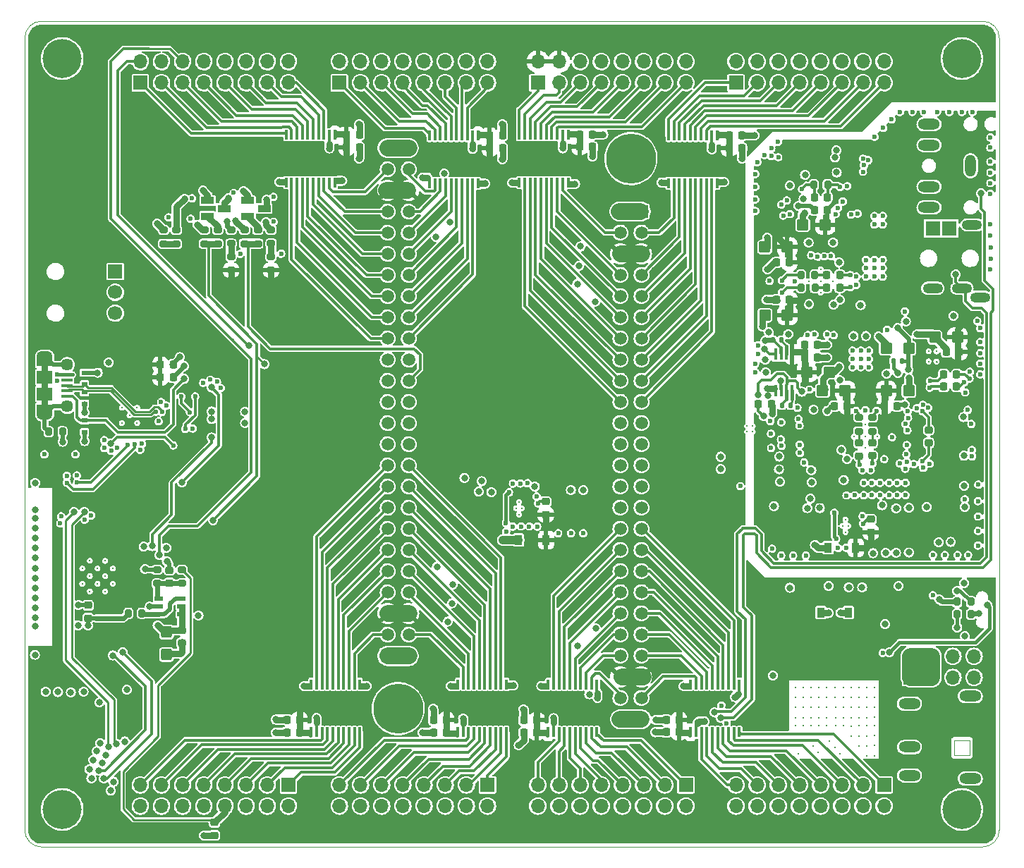
<source format=gbr>
%TF.GenerationSoftware,KiCad,Pcbnew,(6.0.10)*%
%TF.CreationDate,2023-12-11T17:00:35-05:00*%
%TF.ProjectId,Ultrasonic Sound Steering - Control Rev. A,556c7472-6173-46f6-9e69-6320536f756e,rev?*%
%TF.SameCoordinates,Original*%
%TF.FileFunction,Copper,L4,Bot*%
%TF.FilePolarity,Positive*%
%FSLAX46Y46*%
G04 Gerber Fmt 4.6, Leading zero omitted, Abs format (unit mm)*
G04 Created by KiCad (PCBNEW (6.0.10)) date 2023-12-11 17:00:35*
%MOMM*%
%LPD*%
G01*
G04 APERTURE LIST*
G04 Aperture macros list*
%AMRoundRect*
0 Rectangle with rounded corners*
0 $1 Rounding radius*
0 $2 $3 $4 $5 $6 $7 $8 $9 X,Y pos of 4 corners*
0 Add a 4 corners polygon primitive as box body*
4,1,4,$2,$3,$4,$5,$6,$7,$8,$9,$2,$3,0*
0 Add four circle primitives for the rounded corners*
1,1,$1+$1,$2,$3*
1,1,$1+$1,$4,$5*
1,1,$1+$1,$6,$7*
1,1,$1+$1,$8,$9*
0 Add four rect primitives between the rounded corners*
20,1,$1+$1,$2,$3,$4,$5,0*
20,1,$1+$1,$4,$5,$6,$7,0*
20,1,$1+$1,$6,$7,$8,$9,0*
20,1,$1+$1,$8,$9,$2,$3,0*%
G04 Aperture macros list end*
%TA.AperFunction,Profile*%
%ADD10C,0.100000*%
%TD*%
%TA.AperFunction,Profile*%
%ADD11C,0.010000*%
%TD*%
%TA.AperFunction,ComponentPad*%
%ADD12C,0.300000*%
%TD*%
%TA.AperFunction,ComponentPad*%
%ADD13C,4.700000*%
%TD*%
%TA.AperFunction,ComponentPad*%
%ADD14R,1.508000X1.508000*%
%TD*%
%TA.AperFunction,ComponentPad*%
%ADD15C,1.508000*%
%TD*%
%TA.AperFunction,ComponentPad*%
%ADD16C,6.000000*%
%TD*%
%TA.AperFunction,SMDPad,CuDef*%
%ADD17RoundRect,0.225000X-0.225000X-0.250000X0.225000X-0.250000X0.225000X0.250000X-0.225000X0.250000X0*%
%TD*%
%TA.AperFunction,ComponentPad*%
%ADD18R,1.700000X1.700000*%
%TD*%
%TA.AperFunction,ComponentPad*%
%ADD19O,1.700000X1.700000*%
%TD*%
%TA.AperFunction,ComponentPad*%
%ADD20O,2.400000X1.200000*%
%TD*%
%TA.AperFunction,ComponentPad*%
%ADD21R,1.800000X1.800000*%
%TD*%
%TA.AperFunction,SMDPad,CuDef*%
%ADD22R,0.304800X1.168400*%
%TD*%
%TA.AperFunction,SMDPad,CuDef*%
%ADD23RoundRect,0.250000X0.450000X0.425000X-0.450000X0.425000X-0.450000X-0.425000X0.450000X-0.425000X0*%
%TD*%
%TA.AperFunction,SMDPad,CuDef*%
%ADD24RoundRect,0.200000X-0.275000X0.200000X-0.275000X-0.200000X0.275000X-0.200000X0.275000X0.200000X0*%
%TD*%
%TA.AperFunction,SMDPad,CuDef*%
%ADD25R,0.700000X0.600000*%
%TD*%
%TA.AperFunction,SMDPad,CuDef*%
%ADD26RoundRect,0.135000X-0.135000X-0.185000X0.135000X-0.185000X0.135000X0.185000X-0.135000X0.185000X0*%
%TD*%
%TA.AperFunction,SMDPad,CuDef*%
%ADD27RoundRect,0.225000X0.225000X0.250000X-0.225000X0.250000X-0.225000X-0.250000X0.225000X-0.250000X0*%
%TD*%
%TA.AperFunction,SMDPad,CuDef*%
%ADD28RoundRect,0.200000X0.275000X-0.200000X0.275000X0.200000X-0.275000X0.200000X-0.275000X-0.200000X0*%
%TD*%
%TA.AperFunction,SMDPad,CuDef*%
%ADD29R,0.977900X0.558800*%
%TD*%
%TA.AperFunction,SMDPad,CuDef*%
%ADD30RoundRect,0.225000X-0.250000X0.225000X-0.250000X-0.225000X0.250000X-0.225000X0.250000X0.225000X0*%
%TD*%
%TA.AperFunction,SMDPad,CuDef*%
%ADD31RoundRect,0.200000X-0.200000X-0.275000X0.200000X-0.275000X0.200000X0.275000X-0.200000X0.275000X0*%
%TD*%
%TA.AperFunction,SMDPad,CuDef*%
%ADD32R,1.600200X0.863600*%
%TD*%
%TA.AperFunction,SMDPad,CuDef*%
%ADD33R,0.900000X1.200000*%
%TD*%
%TA.AperFunction,SMDPad,CuDef*%
%ADD34RoundRect,0.225000X0.250000X-0.225000X0.250000X0.225000X-0.250000X0.225000X-0.250000X-0.225000X0*%
%TD*%
%TA.AperFunction,SMDPad,CuDef*%
%ADD35RoundRect,0.250000X-0.425000X0.450000X-0.425000X-0.450000X0.425000X-0.450000X0.425000X0.450000X0*%
%TD*%
%TA.AperFunction,SMDPad,CuDef*%
%ADD36RoundRect,0.250000X-0.450000X-0.425000X0.450000X-0.425000X0.450000X0.425000X-0.450000X0.425000X0*%
%TD*%
%TA.AperFunction,SMDPad,CuDef*%
%ADD37R,0.450000X1.450000*%
%TD*%
%TA.AperFunction,SMDPad,CuDef*%
%ADD38R,1.350000X0.400000*%
%TD*%
%TA.AperFunction,ComponentPad*%
%ADD39C,1.450000*%
%TD*%
%TA.AperFunction,ComponentPad*%
%ADD40O,1.900000X1.200000*%
%TD*%
%TA.AperFunction,SMDPad,CuDef*%
%ADD41R,1.900000X1.500000*%
%TD*%
%TA.AperFunction,SMDPad,CuDef*%
%ADD42R,1.900000X1.200000*%
%TD*%
%TA.AperFunction,SMDPad,CuDef*%
%ADD43RoundRect,0.200000X0.200000X0.275000X-0.200000X0.275000X-0.200000X-0.275000X0.200000X-0.275000X0*%
%TD*%
%TA.AperFunction,ComponentPad*%
%ADD44O,1.308000X2.616000*%
%TD*%
%TA.AperFunction,ComponentPad*%
%ADD45O,2.616000X1.308000*%
%TD*%
%TA.AperFunction,ComponentPad*%
%ADD46C,1.700000*%
%TD*%
%TA.AperFunction,ViaPad*%
%ADD47C,0.600000*%
%TD*%
%TA.AperFunction,ViaPad*%
%ADD48C,0.800000*%
%TD*%
%TA.AperFunction,Conductor*%
%ADD49C,0.400000*%
%TD*%
%TA.AperFunction,Conductor*%
%ADD50C,0.800000*%
%TD*%
%TA.AperFunction,Conductor*%
%ADD51C,0.250000*%
%TD*%
%TA.AperFunction,Conductor*%
%ADD52C,2.000000*%
%TD*%
%TA.AperFunction,Conductor*%
%ADD53C,0.500000*%
%TD*%
%TA.AperFunction,Conductor*%
%ADD54C,0.600000*%
%TD*%
%TA.AperFunction,Conductor*%
%ADD55C,0.350000*%
%TD*%
%TA.AperFunction,Conductor*%
%ADD56C,0.300000*%
%TD*%
%TA.AperFunction,Conductor*%
%ADD57C,1.000000*%
%TD*%
%TA.AperFunction,Conductor*%
%ADD58C,0.200000*%
%TD*%
%TA.AperFunction,Conductor*%
%ADD59C,0.356000*%
%TD*%
G04 APERTURE END LIST*
D10*
X159706350Y-26997214D02*
X272697922Y-26997214D01*
X157702100Y-124143000D02*
G75*
G03*
X159702136Y-126143000I2000100J100D01*
G01*
X274697886Y-28997214D02*
G75*
G03*
X272697922Y-26997214I-1999886J114D01*
G01*
X274697922Y-28997214D02*
X274697922Y-124138787D01*
X157702136Y-124143000D02*
X157706350Y-28997214D01*
X272697922Y-126138787D02*
X159702136Y-126143000D01*
X159706350Y-26997150D02*
G75*
G03*
X157706350Y-28997214I50J-2000050D01*
G01*
X272697922Y-126138722D02*
G75*
G03*
X274697922Y-124138787I78J1999922D01*
G01*
D11*
%TO.C,P13*%
X271110000Y-113350000D02*
X269310000Y-113350000D01*
X269310000Y-115150000D02*
X271110000Y-115150000D01*
X269310000Y-113350000D02*
X269310000Y-115150000D01*
X271110000Y-115150000D02*
X271110000Y-113350000D01*
%TD*%
D12*
%TO.P,,39_16,GND*%
%TO.N,GND*%
X253960000Y-110600000D03*
%TD*%
%TO.P,,39_16,GND*%
%TO.N,GND*%
X252102500Y-110612500D03*
%TD*%
%TO.P,,39_16,GND*%
%TO.N,GND*%
X251850000Y-58225000D03*
%TD*%
%TO.P,,39_15,GND*%
%TO.N,GND*%
X255010000Y-107015000D03*
%TD*%
%TO.P,U7,12,12*%
%TO.N,GND*%
X255865000Y-87590000D03*
%TO.P,U7,13,IN_9*%
X256565000Y-87590000D03*
%TO.P,U7,14,1*%
X256215000Y-88340000D03*
%TO.P,U7,15,1*%
X256215000Y-86840000D03*
%TD*%
%TO.P,,39_16,GND*%
%TO.N,GND*%
X252910000Y-114760000D03*
%TD*%
D13*
%TO.P,H2,1,1*%
%TO.N,GND*%
X162200177Y-31490000D03*
%TD*%
D12*
%TO.P,,39_16,GND*%
%TO.N,GND*%
X255600000Y-114930000D03*
%TD*%
%TO.P,,39_15,GND*%
%TO.N,GND*%
X257810000Y-111605000D03*
%TD*%
%TO.P,,39_15,GND*%
%TO.N,GND*%
X252102500Y-109407500D03*
%TD*%
%TO.P,,39_16,GND*%
%TO.N,GND*%
X252102500Y-111612500D03*
%TD*%
%TO.P,,39_16,GND*%
%TO.N,GND*%
X258750000Y-108210000D03*
%TD*%
%TO.P,,39_20,GND*%
%TO.N,GND*%
X171190000Y-75245000D03*
%TD*%
%TO.P,,39_16,GND*%
%TO.N,GND*%
X259720000Y-115185000D03*
%TD*%
%TO.P,,39_16,GND*%
%TO.N,GND*%
X259720000Y-110585000D03*
%TD*%
%TO.P,,39_15,GND*%
%TO.N,GND*%
X253030000Y-107005000D03*
%TD*%
%TO.P,,39_15,GND*%
%TO.N,GND*%
X258750000Y-111605000D03*
%TD*%
%TO.P,,39_16,GND*%
%TO.N,GND*%
X254675000Y-58225000D03*
%TD*%
%TO.P,,39_16,GND*%
%TO.N,GND*%
X253260000Y-58200000D03*
%TD*%
%TO.P,,39_16,GND*%
%TO.N,GND*%
X251180000Y-110610000D03*
%TD*%
%TO.P,,39_21,GND*%
%TO.N,GND*%
X171190000Y-73410000D03*
%TD*%
%TO.P,,39_16,GND*%
%TO.N,GND*%
X258750000Y-112810000D03*
%TD*%
%TO.P,,39_15,GND*%
%TO.N,GND*%
X250230000Y-107015000D03*
%TD*%
%TO.P,,39_16,GND*%
%TO.N,GND*%
X245100000Y-76300000D03*
%TD*%
%TO.P,,39_16,GND*%
%TO.N,GND*%
X256892500Y-112822500D03*
%TD*%
%TO.P,,39_15,GND*%
%TO.N,GND*%
X250220000Y-109405000D03*
%TD*%
%TO.P,,39_15,GND*%
%TO.N,GND*%
X259710000Y-106990000D03*
%TD*%
%TO.P,,39_16,GND*%
%TO.N,GND*%
X267150000Y-67850000D03*
%TD*%
%TO.P,,39_15,GND*%
%TO.N,GND*%
X252112500Y-107017500D03*
%TD*%
%TO.P,,39_16,GND*%
%TO.N,GND*%
X252112500Y-108222500D03*
%TD*%
%TO.P,,39_16,GND*%
%TO.N,GND*%
X244425000Y-75625000D03*
%TD*%
%TO.P,,39_16,GND*%
%TO.N,GND*%
X250230000Y-108220000D03*
%TD*%
%TO.P,,39_16,GND*%
%TO.N,GND*%
X258625000Y-75425000D03*
%TD*%
%TO.P,,39_16,GND*%
%TO.N,GND*%
X254290000Y-113410000D03*
%TD*%
%TO.P,,39_15,GND*%
%TO.N,GND*%
X257820000Y-109395000D03*
%TD*%
%TO.P,,39_16,GND*%
%TO.N,GND*%
X257810000Y-108210000D03*
%TD*%
%TO.P,,39_16,GND*%
%TO.N,GND*%
X257810000Y-112810000D03*
%TD*%
D13*
%TO.P,H1,1,1*%
%TO.N,GND*%
X270200189Y-31490000D03*
%TD*%
D12*
%TO.P,,39_16,GND*%
%TO.N,GND*%
X254960000Y-114170000D03*
%TD*%
%TO.P,,39_16,GND*%
%TO.N,GND*%
X250220000Y-111610000D03*
%TD*%
%TO.P,,39_16,GND*%
%TO.N,GND*%
X259710000Y-108195000D03*
%TD*%
%TO.P,,39_16,GND*%
%TO.N,GND*%
X253020000Y-110600000D03*
%TD*%
%TO.P,,39_15,GND*%
%TO.N,GND*%
X259720000Y-109380000D03*
%TD*%
%TO.P,,39_15,GND*%
%TO.N,GND*%
X257820000Y-113995000D03*
%TD*%
%TO.P,,39_16,GND*%
%TO.N,GND*%
X257820000Y-110600000D03*
%TD*%
%TO.P,,39_16,GND*%
%TO.N,GND*%
X253030000Y-108210000D03*
%TD*%
%TO.P,U8,12,12*%
%TO.N,GND*%
X216680000Y-85480000D03*
%TO.P,U8,13,IN_9*%
X217380000Y-85480000D03*
%TO.P,U8,14,1*%
X217030000Y-86230000D03*
%TO.P,U8,15,1*%
X217030000Y-84730000D03*
%TD*%
%TO.P,,39_16,GND*%
%TO.N,GND*%
X255980000Y-110610000D03*
%TD*%
%TO.P,,39_15,GND*%
%TO.N,GND*%
X256892500Y-111617500D03*
%TD*%
%TO.P,,39_16,GND*%
%TO.N,GND*%
X255980000Y-111610000D03*
%TD*%
D14*
%TO.P,U14,1_1,1_1*%
%TO.N,GND*%
X201260000Y-103190000D03*
%TO.P,U14,1_2,1_2*%
X231740000Y-49840000D03*
D15*
%TO.P,U14,2_1,2_1*%
X203800000Y-103190000D03*
%TO.P,U14,2_2,2_2*%
X229200000Y-49840000D03*
%TO.P,U14,3_1,3_1*%
%TO.N,Net-(U14-Pad3_1)*%
X201260000Y-100650000D03*
%TO.P,U14,3_2,3_2*%
%TO.N,Net-(U13-Pad9)*%
X231740000Y-52380000D03*
%TO.P,U14,4_1,4_1*%
%TO.N,Net-(U14-Pad4_1)*%
X203800000Y-100650000D03*
%TO.P,U14,4_2,4_2*%
%TO.N,Net-(U14-Pad4_2)*%
X229200000Y-52380000D03*
%TO.P,U14,5_1,5_1*%
%TO.N,+3V3*%
X201260000Y-98110000D03*
%TO.P,U14,5_2,5_2*%
X231740000Y-54920000D03*
%TO.P,U14,6_1,6_1*%
X203800000Y-98110000D03*
%TO.P,U14,6_2,6_2*%
X229200000Y-54920000D03*
%TO.P,U14,7_1,7_1*%
%TO.N,Net-(U14-Pad7_1)*%
X201260000Y-95570000D03*
%TO.P,U14,7_2,7_2*%
%TO.N,Net-(U13-Pad8)*%
X231740000Y-57460000D03*
%TO.P,U14,8_1,8_1*%
%TO.N,Net-(U14-Pad8_1)*%
X203800000Y-95570000D03*
%TO.P,U14,8_2,8_2*%
%TO.N,Net-(U14-Pad8_2)*%
X229200000Y-57460000D03*
%TO.P,U14,9_1,9_1*%
%TO.N,Net-(U14-Pad9_1)*%
X201260000Y-93030000D03*
%TO.P,U14,9_2,9_2*%
%TO.N,Net-(U13-Pad7)*%
X231740000Y-60000000D03*
%TO.P,U14,10_1,10_1*%
%TO.N,Net-(U14-Pad10_1)*%
X203800000Y-93030000D03*
%TO.P,U14,10_2,10_2*%
%TO.N,Net-(U14-Pad10_2)*%
X229200000Y-60000000D03*
%TO.P,U14,11_1,11_1*%
%TO.N,Net-(U14-Pad11_1)*%
X201260000Y-90490000D03*
%TO.P,U14,11_2,11_2*%
%TO.N,Net-(U13-Pad6)*%
X231740000Y-62540000D03*
%TO.P,U14,12_1,12_1*%
%TO.N,Net-(U14-Pad12_1)*%
X203800000Y-90490000D03*
%TO.P,U14,12_2,12_2*%
%TO.N,Net-(U14-Pad12_2)*%
X229200000Y-62540000D03*
%TO.P,U14,13_1,13_1*%
%TO.N,Net-(U14-Pad13_1)*%
X201260000Y-87950000D03*
%TO.P,U14,13_2,13_2*%
%TO.N,Net-(U13-Pad5)*%
X231740000Y-65080000D03*
%TO.P,U14,14_1,14_1*%
%TO.N,Net-(U14-Pad14_1)*%
X203800000Y-87950000D03*
%TO.P,U14,14_2,14_2*%
%TO.N,Net-(U14-Pad14_2)*%
X229200000Y-65080000D03*
%TO.P,U14,15_1,15_1*%
%TO.N,Net-(U14-Pad15_1)*%
X201260000Y-85410000D03*
%TO.P,U14,15_2,15_2*%
%TO.N,Net-(U13-Pad4)*%
X231740000Y-67620000D03*
%TO.P,U14,16_1,16_1*%
%TO.N,Net-(U14-Pad16_1)*%
X203800000Y-85410000D03*
%TO.P,U14,16_2,16_2*%
%TO.N,Net-(U14-Pad16_2)*%
X229200000Y-67620000D03*
%TO.P,U14,17_1,17_1*%
%TO.N,Net-(U14-Pad17_1)*%
X201260000Y-82870000D03*
%TO.P,U14,17_2,17_2*%
%TO.N,Net-(U13-Pad3)*%
X231740000Y-70160000D03*
%TO.P,U14,18_1,18_1*%
%TO.N,Net-(U14-Pad18_1)*%
X203800000Y-82870000D03*
%TO.P,U14,18_2,18_2*%
%TO.N,Net-(U14-Pad18_2)*%
X229200000Y-70160000D03*
%TO.P,U14,19_1,19_1*%
%TO.N,Net-(U14-Pad19_1)*%
X201260000Y-80330000D03*
%TO.P,U14,19_2,19_2*%
%TO.N,Net-(U13-Pad2)*%
X231740000Y-72700000D03*
%TO.P,U14,20_1,20_1*%
%TO.N,Net-(U14-Pad20_1)*%
X203800000Y-80330000D03*
%TO.P,U14,20_2,20_2*%
%TO.N,Net-(U14-Pad20_2)*%
X229200000Y-72700000D03*
%TO.P,U14,21_1,21_1*%
%TO.N,/Logic_Ctrl/.00*%
X201260000Y-77790000D03*
%TO.P,U14,21_2,21_2*%
%TO.N,adc_CS~*%
X231740000Y-75240000D03*
%TO.P,U14,22_1,22_1*%
%TO.N,I2S_WS*%
X203800000Y-77790000D03*
%TO.P,U14,22_2,22_2*%
%TO.N,unconnected-(U14-Pad22_2)*%
X229200000Y-75240000D03*
%TO.P,U14,23_1,23_1*%
%TO.N,/Logic_Ctrl/.11*%
X201260000Y-75250000D03*
%TO.P,U14,23_2,23_2*%
%TO.N,adc_SDOA*%
X231740000Y-77780000D03*
%TO.P,U14,24_1,24_1*%
%TO.N,I2S_BCLK*%
X203800000Y-75250000D03*
%TO.P,U14,24_2,24_2*%
%TO.N,unconnected-(U14-Pad24_2)*%
X229200000Y-77780000D03*
%TO.P,U14,25_1,25_1*%
%TO.N,/Logic_Ctrl/.22*%
X201260000Y-72710000D03*
%TO.P,U14,25_2,25_2*%
%TO.N,adc_SDOB{slash}~ALRT*%
X231740000Y-80320000D03*
%TO.P,U14,26_1,26_1*%
%TO.N,Net-(R80-Pad2)*%
X203800000Y-72710000D03*
%TO.P,U14,26_2,26_2*%
%TO.N,unconnected-(U14-Pad26_2)*%
X229200000Y-80320000D03*
%TO.P,U14,27_1,27_1*%
%TO.N,/Logic_Ctrl/.33*%
X201260000Y-70170000D03*
%TO.P,U14,27_2,27_2*%
%TO.N,adc_SDI*%
X231740000Y-82860000D03*
%TO.P,U14,28_1,28_1*%
%TO.N,Artix7_HB*%
X203800000Y-70170000D03*
%TO.P,U14,28_2,28_2*%
%TO.N,unconnected-(U14-Pad28_2)*%
X229200000Y-82860000D03*
%TO.P,U14,29_1,29_1*%
%TO.N,TX_ACTIVE*%
X201260000Y-67630000D03*
%TO.P,U14,29_2,29_2*%
%TO.N,adc_SCK*%
X231740000Y-85400000D03*
%TO.P,U14,30_1,30_1*%
%TO.N,ESP32_HB*%
X203800000Y-67630000D03*
%TO.P,U14,30_2,30_2*%
%TO.N,unconnected-(U14-Pad30_2)*%
X229200000Y-85400000D03*
%TO.P,U14,31_1,31_1*%
%TO.N,Net-(U14-Pad31_1)*%
X201260000Y-65090000D03*
%TO.P,U14,31_2,31_2*%
%TO.N,Net-(U12-Pad9)*%
X231740000Y-87940000D03*
%TO.P,U14,32_1,32_1*%
%TO.N,Net-(U14-Pad32_1)*%
X203800000Y-65090000D03*
%TO.P,U14,32_2,32_2*%
%TO.N,Net-(U14-Pad32_2)*%
X229200000Y-87940000D03*
%TO.P,U14,33_1,33_1*%
%TO.N,Net-(U14-Pad33_1)*%
X201260000Y-62550000D03*
%TO.P,U14,33_2,33_2*%
%TO.N,Net-(U12-Pad8)*%
X231740000Y-90480000D03*
%TO.P,U14,34_1,34_1*%
%TO.N,Net-(U14-Pad34_1)*%
X203800000Y-62550000D03*
%TO.P,U14,34_2,34_2*%
%TO.N,Net-(U14-Pad34_2)*%
X229200000Y-90480000D03*
%TO.P,U14,35_1,35_1*%
%TO.N,Net-(U14-Pad35_1)*%
X201260000Y-60010000D03*
%TO.P,U14,35_2,35_2*%
%TO.N,Net-(U12-Pad7)*%
X231740000Y-93020000D03*
%TO.P,U14,36_1,36_1*%
%TO.N,Net-(U14-Pad36_1)*%
X203800000Y-60010000D03*
%TO.P,U14,36_2,36_2*%
%TO.N,Net-(U14-Pad36_2)*%
X229200000Y-93020000D03*
%TO.P,U14,37_1,37_1*%
%TO.N,Net-(U14-Pad37_1)*%
X201260000Y-57470000D03*
%TO.P,U14,37_2,37_2*%
%TO.N,Net-(U12-Pad6)*%
X231740000Y-95560000D03*
%TO.P,U14,38_1,38_1*%
%TO.N,Net-(U14-Pad38_1)*%
X203800000Y-57470000D03*
%TO.P,U14,38_2,38_2*%
%TO.N,Net-(U14-Pad38_2)*%
X229200000Y-95560000D03*
%TO.P,U14,39_1,39_1*%
%TO.N,Net-(U14-Pad39_1)*%
X201260000Y-54930000D03*
%TO.P,U14,39_2,39_2*%
%TO.N,Net-(U12-Pad5)*%
X231740000Y-98100000D03*
%TO.P,U14,40_1,40_1*%
%TO.N,Net-(U14-Pad40_1)*%
X203800000Y-54930000D03*
%TO.P,U14,40_2,40_2*%
%TO.N,Net-(U14-Pad40_2)*%
X229200000Y-98100000D03*
%TO.P,U14,41_1,41_1*%
%TO.N,Net-(U14-Pad41_1)*%
X201260000Y-52390000D03*
%TO.P,U14,41_2,41_2*%
%TO.N,Net-(U12-Pad4)*%
X231740000Y-100640000D03*
%TO.P,U14,42_1,42_1*%
%TO.N,Net-(U14-Pad42_1)*%
X203800000Y-52390000D03*
%TO.P,U14,42_2,42_2*%
%TO.N,Net-(U14-Pad42_2)*%
X229200000Y-100640000D03*
%TO.P,U14,43_1,43_1*%
%TO.N,Net-(U14-Pad43_1)*%
X201260000Y-49850000D03*
%TO.P,U14,43_2,43_2*%
%TO.N,Net-(U12-Pad3)*%
X231740000Y-103180000D03*
%TO.P,U14,44_1,44_1*%
%TO.N,Net-(U14-Pad44_1)*%
X203800000Y-49850000D03*
%TO.P,U14,44_2,44_2*%
%TO.N,Net-(U14-Pad44_2)*%
X229200000Y-103180000D03*
%TO.P,U14,45_1,45_1*%
%TO.N,+3V3*%
X201260000Y-47310000D03*
%TO.P,U14,45_2,45_2*%
X231740000Y-105720000D03*
%TO.P,U14,46_1,46_1*%
X203800000Y-47310000D03*
%TO.P,U14,46_2,46_2*%
X229200000Y-105720000D03*
%TO.P,U14,47_1,47_1*%
%TO.N,Net-(U14-Pad47_1)*%
X201260000Y-44770000D03*
%TO.P,U14,47_2,47_2*%
%TO.N,Net-(U12-Pad2)*%
X231740000Y-108260000D03*
%TO.P,U14,48_1,48_1*%
%TO.N,Net-(U14-Pad48_1)*%
X203800000Y-44770000D03*
%TO.P,U14,48_2,48_2*%
%TO.N,Net-(U14-Pad48_2)*%
X229200000Y-108260000D03*
%TO.P,U14,49_1,49_1*%
%TO.N,GND*%
X201260000Y-42230000D03*
%TO.P,U14,49_2,49_2*%
X231740000Y-110800000D03*
%TO.P,U14,50_1,50_1*%
X203800000Y-42230000D03*
%TO.P,U14,50_2,50_2*%
X229200000Y-110800000D03*
D16*
%TO.P,U14,S1,GND*%
X230470000Y-43490000D03*
%TO.P,U14,S2,GND*%
X202530000Y-109540000D03*
%TD*%
D12*
%TO.P,,39_16,GND*%
%TO.N,GND*%
X257225000Y-76875000D03*
%TD*%
%TO.P,,39_16,GND*%
%TO.N,GND*%
X169355000Y-73410000D03*
%TD*%
%TO.P,,39_16,GND*%
%TO.N,GND*%
X260050000Y-76875000D03*
%TD*%
%TO.P,,39_15,GND*%
%TO.N,GND*%
X257810000Y-107005000D03*
%TD*%
%TO.P,,39_15,GND*%
%TO.N,GND*%
X267150000Y-66645000D03*
%TD*%
%TO.P,,39_15,GND*%
%TO.N,GND*%
X169355000Y-75245000D03*
%TD*%
%TO.P,,39_15,GND*%
%TO.N,GND*%
X259710000Y-111590000D03*
%TD*%
%TO.P,,39_15,GND*%
%TO.N,GND*%
X253970000Y-107005000D03*
%TD*%
%TO.P,U18,39_10,GND*%
%TO.N,GND*%
X164595000Y-94547500D03*
%TO.P,U18,39_11,GND*%
X164595000Y-92712500D03*
%TO.P,U18,39_12,GND*%
X165512500Y-95465000D03*
%TO.P,U18,39_13,GND*%
X165512500Y-93630000D03*
%TO.P,U18,39_14,GND*%
X165512500Y-91795000D03*
%TO.P,U18,39_15,GND*%
X166430000Y-94547500D03*
%TO.P,U18,39_16,GND*%
X166430000Y-92712500D03*
%TO.P,U18,39_17,GND*%
X167347500Y-95465000D03*
%TO.P,U18,39_18,GND*%
X167347500Y-93630000D03*
%TO.P,U18,39_19,GND*%
X167347500Y-91795000D03*
%TO.P,U18,39_20,GND*%
X168265000Y-94547500D03*
%TO.P,U18,39_21,GND*%
X168265000Y-92712500D03*
%TD*%
D13*
%TO.P,H3,1,1*%
%TO.N,GND*%
X270200172Y-121640000D03*
%TD*%
D12*
%TO.P,,39_16,GND*%
%TO.N,GND*%
X251190000Y-108220000D03*
%TD*%
%TO.P,,39_16,GND*%
%TO.N,GND*%
X255970000Y-108220000D03*
%TD*%
%TO.P,,39_16,GND*%
%TO.N,GND*%
X253250000Y-59600000D03*
%TD*%
%TO.P,,39_16,GND*%
%TO.N,GND*%
X244425000Y-76300000D03*
%TD*%
%TO.P,,39_16,GND*%
%TO.N,GND*%
X258635000Y-76850000D03*
%TD*%
%TO.P,,39_16,GND*%
%TO.N,GND*%
X258760000Y-115200000D03*
%TD*%
%TO.P,,39_15,GND*%
%TO.N,GND*%
X253020000Y-109395000D03*
%TD*%
%TO.P,,39_16,GND*%
%TO.N,GND*%
X255020000Y-111610000D03*
%TD*%
%TO.P,,39_16,GND*%
%TO.N,GND*%
X259710000Y-112795000D03*
%TD*%
%TO.P,,39_15,GND*%
%TO.N,GND*%
X258750000Y-107005000D03*
%TD*%
%TO.P,,39_16,GND*%
%TO.N,GND*%
X266210000Y-67850000D03*
%TD*%
%TO.P,,39_16,GND*%
%TO.N,GND*%
X251180000Y-111610000D03*
%TD*%
%TO.P,,39_15,GND*%
%TO.N,GND*%
X258760000Y-109395000D03*
%TD*%
%TO.P,,39_16,GND*%
%TO.N,GND*%
X252340000Y-114040000D03*
%TD*%
%TO.P,,39_15,GND*%
%TO.N,GND*%
X255970000Y-107015000D03*
%TD*%
%TO.P,,39_15,GND*%
%TO.N,GND*%
X251180000Y-109405000D03*
%TD*%
%TO.P,,39_15,GND*%
%TO.N,GND*%
X258760000Y-113995000D03*
%TD*%
%TO.P,,39_15,GND*%
%TO.N,GND*%
X251190000Y-107015000D03*
%TD*%
%TO.P,,39_16,GND*%
%TO.N,GND*%
X253960000Y-111600000D03*
%TD*%
%TO.P,,39_16,GND*%
%TO.N,GND*%
X253020000Y-111600000D03*
%TD*%
%TO.P,,39_16,GND*%
%TO.N,GND*%
X245100000Y-75625000D03*
%TD*%
%TO.P,,39_16,GND*%
%TO.N,GND*%
X258760000Y-110600000D03*
%TD*%
D13*
%TO.P,H4,1,1*%
%TO.N,GND*%
X162200214Y-121640000D03*
%TD*%
D12*
%TO.P,,39_15,GND*%
%TO.N,GND*%
X253960000Y-109395000D03*
%TD*%
%TO.P,,39_15,GND*%
%TO.N,GND*%
X256902500Y-109407500D03*
%TD*%
%TO.P,,39_16,GND*%
%TO.N,GND*%
X256892500Y-108222500D03*
%TD*%
%TO.P,,39_16,GND*%
%TO.N,GND*%
X258625000Y-78250000D03*
%TD*%
%TO.P,,39_16,GND*%
%TO.N,GND*%
X255020000Y-110610000D03*
%TD*%
%TO.P,,39_16,GND*%
%TO.N,GND*%
X256902500Y-110612500D03*
%TD*%
%TO.P,,39_15,GND*%
%TO.N,GND*%
X255980000Y-109405000D03*
%TD*%
%TO.P,,39_15,GND*%
%TO.N,GND*%
X255020000Y-109405000D03*
%TD*%
%TO.P,,39_16,GND*%
%TO.N,GND*%
X253970000Y-108210000D03*
%TD*%
%TO.P,,39_16,GND*%
%TO.N,GND*%
X255010000Y-108220000D03*
%TD*%
%TO.P,,39_16,GND*%
%TO.N,GND*%
X250590000Y-114930000D03*
%TD*%
%TO.P,,39_16,GND*%
%TO.N,GND*%
X250220000Y-110610000D03*
%TD*%
%TO.P,,39_15,GND*%
%TO.N,GND*%
X266210000Y-66645000D03*
%TD*%
%TO.P,,39_18,GND*%
%TO.N,GND*%
X170272500Y-74327500D03*
%TD*%
%TO.P,,39_15,GND*%
%TO.N,GND*%
X259720000Y-113980000D03*
%TD*%
%TO.P,,39_16,GND*%
%TO.N,GND*%
X253250000Y-56775000D03*
%TD*%
%TO.P,,39_15,GND*%
%TO.N,GND*%
X256892500Y-107017500D03*
%TD*%
D17*
%TO.P,C113,1*%
%TO.N,GND*%
X234695000Y-110900000D03*
%TO.P,C113,2*%
%TO.N,+3V3*%
X236245000Y-110900000D03*
%TD*%
D18*
%TO.P,P5,1,Pin_1*%
%TO.N,Net-(P5-Pad1)*%
X260855101Y-118700000D03*
D19*
%TO.P,P5,2,Pin_2*%
%TO.N,GND*%
X260855101Y-121240000D03*
%TO.P,P5,3,Pin_3*%
%TO.N,Net-(P5-Pad3)*%
X258315101Y-118700000D03*
%TO.P,P5,4,Pin_4*%
%TO.N,GND*%
X258315101Y-121240000D03*
%TO.P,P5,5,Pin_5*%
%TO.N,Net-(P5-Pad5)*%
X255775101Y-118700000D03*
%TO.P,P5,6,Pin_6*%
%TO.N,GND*%
X255775101Y-121240000D03*
%TO.P,P5,7,Pin_7*%
%TO.N,Net-(P5-Pad7)*%
X253235101Y-118700000D03*
%TO.P,P5,8,Pin_8*%
%TO.N,GND*%
X253235101Y-121240000D03*
%TO.P,P5,9,Pin_9*%
%TO.N,Net-(P5-Pad9)*%
X250695101Y-118700000D03*
%TO.P,P5,10,Pin_10*%
%TO.N,GND*%
X250695101Y-121240000D03*
%TO.P,P5,11,Pin_11*%
%TO.N,Net-(P5-Pad11)*%
X248155101Y-118700000D03*
%TO.P,P5,12,Pin_12*%
%TO.N,GND*%
X248155101Y-121240000D03*
%TO.P,P5,13,Pin_13*%
%TO.N,Net-(P5-Pad13)*%
X245615101Y-118700000D03*
%TO.P,P5,14,Pin_14*%
%TO.N,GND*%
X245615101Y-121240000D03*
%TO.P,P5,15,Pin_15*%
%TO.N,Net-(P5-Pad15)*%
X243075101Y-118700000D03*
%TO.P,P5,16,Pin_16*%
%TO.N,GND*%
X243075101Y-121240000D03*
%TD*%
D20*
%TO.P,P12,1*%
%TO.N,GND*%
X272410000Y-60160000D03*
%TO.P,P12,2*%
%TO.N,Net-(C3-Pad1)*%
X266710000Y-59060000D03*
D21*
%TO.P,P12,3*%
%TO.N,Net-(C2-Pad1)*%
X266710000Y-51860000D03*
D20*
%TO.P,P12,4*%
%TO.N,GND*%
X271410000Y-51460000D03*
%TO.P,P12,5*%
%TO.N,ECM_OPEN~*%
X270210000Y-59060000D03*
D21*
%TO.P,P12,6*%
%TO.N,Net-(P12-Pad6)*%
X268710000Y-51860000D03*
%TD*%
D22*
%TO.P,U22,1,\u002AOE1*%
%TO.N,GND*%
X194925000Y-46370200D03*
%TO.P,U22,2,A1*%
%TO.N,Net-(U14-Pad47_1)*%
X194274999Y-46370200D03*
%TO.P,U22,3,A2*%
%TO.N,Net-(U14-Pad43_1)*%
X193625001Y-46370200D03*
%TO.P,U22,4,A3*%
%TO.N,Net-(U14-Pad41_1)*%
X192974999Y-46370200D03*
%TO.P,U22,5,A4*%
%TO.N,Net-(U14-Pad39_1)*%
X192325001Y-46370200D03*
%TO.P,U22,6,A5*%
%TO.N,Net-(U14-Pad37_1)*%
X191675002Y-46370200D03*
%TO.P,U22,7,A6*%
%TO.N,Net-(U14-Pad35_1)*%
X191025001Y-46370200D03*
%TO.P,U22,8,A7*%
%TO.N,Net-(U14-Pad33_1)*%
X190375002Y-46370200D03*
%TO.P,U22,9,A8*%
%TO.N,Net-(U14-Pad31_1)*%
X189725001Y-46370200D03*
%TO.P,U22,10,GND*%
%TO.N,GND*%
X189075002Y-46370200D03*
%TO.P,U22,11,Y8*%
%TO.N,Net-(P4-Pad1)*%
X189075000Y-40629800D03*
%TO.P,U22,12,Y7*%
%TO.N,Net-(P4-Pad3)*%
X189724998Y-40629800D03*
%TO.P,U22,13,Y6*%
%TO.N,Net-(P4-Pad5)*%
X190374999Y-40629800D03*
%TO.P,U22,14,Y5*%
%TO.N,Net-(P4-Pad7)*%
X191024998Y-40629800D03*
%TO.P,U22,15,Y4*%
%TO.N,Net-(P4-Pad9)*%
X191674999Y-40629800D03*
%TO.P,U22,16,Y3*%
%TO.N,Net-(P4-Pad11)*%
X192324998Y-40629800D03*
%TO.P,U22,17,Y2*%
%TO.N,Net-(P4-Pad13)*%
X192974999Y-40629800D03*
%TO.P,U22,18,Y1*%
%TO.N,Net-(P4-Pad15)*%
X193624998Y-40629800D03*
%TO.P,U22,19,\u002AOE2*%
%TO.N,GND*%
X194274999Y-40629800D03*
%TO.P,U22,20,VCC*%
%TO.N,+3V3*%
X194924998Y-40629800D03*
%TD*%
D23*
%TO.P,C36,1*%
%TO.N,+3.3VA*%
X256182500Y-71352500D03*
%TO.P,C36,2*%
%TO.N,GND*%
X253482500Y-71352500D03*
%TD*%
D24*
%TO.P,R70,1*%
%TO.N,Net-(R70-Pad1)*%
X187271000Y-55252501D03*
%TO.P,R70,2*%
%TO.N,+3V3*%
X187271000Y-56902501D03*
%TD*%
D25*
%TO.P,D7,1,A1*%
%TO.N,GND*%
X164860000Y-72940000D03*
%TO.P,D7,2,A2*%
%TO.N,/Logic_Ctrl/D-*%
X164860000Y-71540000D03*
%TD*%
D26*
%TO.P,R55,1*%
%TO.N,ADC_VREF*%
X248600000Y-73140000D03*
%TO.P,R55,2*%
%TO.N,Net-(R55-Pad2)*%
X249620000Y-73140000D03*
%TD*%
D22*
%TO.P,U15,1,\u002AOE1*%
%TO.N,GND*%
X220535000Y-106629800D03*
%TO.P,U15,2,A1*%
%TO.N,Net-(U14-Pad32_2)*%
X221185001Y-106629800D03*
%TO.P,U15,3,A2*%
%TO.N,Net-(U14-Pad34_2)*%
X221834999Y-106629800D03*
%TO.P,U15,4,A3*%
%TO.N,Net-(U14-Pad36_2)*%
X222485001Y-106629800D03*
%TO.P,U15,5,A4*%
%TO.N,Net-(U14-Pad38_2)*%
X223134999Y-106629800D03*
%TO.P,U15,6,A5*%
%TO.N,Net-(U14-Pad40_2)*%
X223784998Y-106629800D03*
%TO.P,U15,7,A6*%
%TO.N,Net-(U14-Pad42_2)*%
X224434999Y-106629800D03*
%TO.P,U15,8,A7*%
%TO.N,Net-(U14-Pad44_2)*%
X225084998Y-106629800D03*
%TO.P,U15,9,A8*%
%TO.N,Net-(U14-Pad48_2)*%
X225734999Y-106629800D03*
%TO.P,U15,10,GND*%
%TO.N,GND*%
X226384998Y-106629800D03*
%TO.P,U15,11,Y8*%
%TO.N,Net-(P6-Pad1)*%
X226385000Y-112370200D03*
%TO.P,U15,12,Y7*%
%TO.N,Net-(P6-Pad3)*%
X225735002Y-112370200D03*
%TO.P,U15,13,Y6*%
%TO.N,Net-(P6-Pad5)*%
X225085001Y-112370200D03*
%TO.P,U15,14,Y5*%
%TO.N,Net-(P6-Pad7)*%
X224435002Y-112370200D03*
%TO.P,U15,15,Y4*%
%TO.N,Net-(P6-Pad9)*%
X223785001Y-112370200D03*
%TO.P,U15,16,Y3*%
%TO.N,Net-(P6-Pad11)*%
X223135002Y-112370200D03*
%TO.P,U15,17,Y2*%
%TO.N,Net-(P6-Pad13)*%
X222485001Y-112370200D03*
%TO.P,U15,18,Y1*%
%TO.N,Net-(P6-Pad15)*%
X221835002Y-112370200D03*
%TO.P,U15,19,\u002AOE2*%
%TO.N,GND*%
X221185001Y-112370200D03*
%TO.P,U15,20,VCC*%
%TO.N,+3V3*%
X220535002Y-112370200D03*
%TD*%
D27*
%TO.P,C133,1*%
%TO.N,GND*%
X197865000Y-40630000D03*
%TO.P,C133,2*%
%TO.N,+3V3*%
X196315000Y-40630000D03*
%TD*%
D28*
%TO.P,R51,1*%
%TO.N,Net-(R50-Pad1)*%
X174380000Y-53715000D03*
%TO.P,R51,2*%
%TO.N,GND*%
X174380000Y-52065000D03*
%TD*%
D29*
%TO.P,U6,1*%
%TO.N,Net-(R43-Pad1)*%
X173774750Y-98215001D03*
%TO.P,U6,2*%
%TO.N,GND*%
X173774750Y-97265000D03*
%TO.P,U6,3*%
%TO.N,Net-(C61-Pad2)*%
X173774750Y-96314999D03*
%TO.P,U6,4*%
%TO.N,Net-(R43-Pad1)*%
X176505250Y-96314999D03*
%TO.P,U6,5*%
%TO.N,+3.3V*%
X176505250Y-97265000D03*
%TO.P,U6,6*%
X176505250Y-98215001D03*
%TD*%
D30*
%TO.P,C66,1*%
%TO.N,GND*%
X165310000Y-97120000D03*
%TO.P,C66,2*%
%TO.N,Drive_Distance*%
X165310000Y-98670000D03*
%TD*%
%TO.P,C63,1*%
%TO.N,+3.3V*%
X176570000Y-100110000D03*
%TO.P,C63,2*%
%TO.N,GND*%
X176570000Y-101660000D03*
%TD*%
D31*
%TO.P,R44,1*%
%TO.N,+5V*%
X269640000Y-96710000D03*
%TO.P,R44,2*%
%TO.N,Net-(R44-Pad2)*%
X271290000Y-96710000D03*
%TD*%
D27*
%TO.P,C41,1*%
%TO.N,+3.3VA*%
X256415000Y-73232500D03*
%TO.P,C41,2*%
%TO.N,GND*%
X254865000Y-73232500D03*
%TD*%
%TO.P,C96,1*%
%TO.N,GND*%
X225850000Y-42100000D03*
%TO.P,C96,2*%
%TO.N,+3V3*%
X224300000Y-42100000D03*
%TD*%
D28*
%TO.P,R40,1*%
%TO.N,Net-(C61-Pad2)*%
X173590000Y-94510000D03*
%TO.P,R40,2*%
%TO.N,GND*%
X173590000Y-92860000D03*
%TD*%
D32*
%TO.P,Q4,1,G*%
%TO.N,Net-(Q4-Pad1)*%
X179650000Y-50430002D03*
%TO.P,Q4,2,S*%
%TO.N,GND*%
X179650000Y-48530000D03*
%TO.P,Q4,3,D*%
%TO.N,Net-(D9-Pad1)*%
X181661000Y-49480001D03*
%TD*%
D33*
%TO.P,D1,1,K*%
%TO.N,+4V*%
X254150000Y-90215000D03*
%TO.P,D1,2,A*%
%TO.N,+3.3VA*%
X257450000Y-90215000D03*
%TD*%
D23*
%TO.P,C1,1*%
%TO.N,Net-(R4-Pad2)*%
X263830000Y-66260000D03*
%TO.P,C1,2*%
%TO.N,GND*%
X261130000Y-66260000D03*
%TD*%
D34*
%TO.P,C26,1*%
%TO.N,Net-(C26-Pad1)*%
X259430000Y-79182500D03*
%TO.P,C26,2*%
%TO.N,Net-(C26-Pad2)*%
X259430000Y-77632500D03*
%TD*%
D35*
%TO.P,C62,1*%
%TO.N,+3.3V*%
X174720000Y-100352500D03*
%TO.P,C62,2*%
%TO.N,GND*%
X174720000Y-103052500D03*
%TD*%
D27*
%TO.P,C16,1*%
%TO.N,+3.3VA*%
X254025000Y-49650000D03*
%TO.P,C16,2*%
%TO.N,GND*%
X252475000Y-49650000D03*
%TD*%
%TO.P,C6,1*%
%TO.N,+3.3VA*%
X269905000Y-66740000D03*
%TO.P,C6,2*%
%TO.N,GND*%
X268355000Y-66740000D03*
%TD*%
D31*
%TO.P,R29,1*%
%TO.N,Net-(C37-Pad1)*%
X250905231Y-57463291D03*
%TO.P,R29,2*%
%TO.N,Net-(C30-Pad2)*%
X252555231Y-57463291D03*
%TD*%
D34*
%TO.P,C60,1*%
%TO.N,GND*%
X180480000Y-124755000D03*
%TO.P,C60,2*%
%TO.N,+VSW*%
X180480000Y-123205000D03*
%TD*%
D17*
%TO.P,C92,1*%
%TO.N,+3.3VA*%
X251328631Y-67380000D03*
%TO.P,C92,2*%
%TO.N,GND*%
X252878631Y-67380000D03*
%TD*%
%TO.P,C110,1*%
%TO.N,GND*%
X217605000Y-112390000D03*
%TO.P,C110,2*%
%TO.N,+3V3*%
X219155000Y-112390000D03*
%TD*%
%TO.P,C134,1*%
%TO.N,GND*%
X189145000Y-110860000D03*
%TO.P,C134,2*%
%TO.N,+3V3*%
X190695000Y-110860000D03*
%TD*%
%TO.P,C132,1*%
%TO.N,GND*%
X189145000Y-112390000D03*
%TO.P,C132,2*%
%TO.N,+3V3*%
X190695000Y-112390000D03*
%TD*%
%TO.P,C50,1*%
%TO.N,+3.3VA*%
X260890000Y-73232500D03*
%TO.P,C50,2*%
%TO.N,GND*%
X262440000Y-73232500D03*
%TD*%
D18*
%TO.P,P4,1,Pin_1*%
%TO.N,Net-(P4-Pad1)*%
X171575101Y-34380000D03*
D19*
%TO.P,P4,2,Pin_2*%
%TO.N,TX_ACTIVE*%
X171575101Y-31840000D03*
%TO.P,P4,3,Pin_3*%
%TO.N,Net-(P4-Pad3)*%
X174115101Y-34380000D03*
%TO.P,P4,4,Pin_4*%
%TO.N,GND*%
X174115101Y-31840000D03*
%TO.P,P4,5,Pin_5*%
%TO.N,Net-(P4-Pad5)*%
X176655101Y-34380000D03*
%TO.P,P4,6,Pin_6*%
%TO.N,UltrasonicDrive_DIS~*%
X176655101Y-31840000D03*
%TO.P,P4,7,Pin_7*%
%TO.N,Net-(P4-Pad7)*%
X179195101Y-34380000D03*
%TO.P,P4,8,Pin_8*%
%TO.N,GND*%
X179195101Y-31840000D03*
%TO.P,P4,9,Pin_9*%
%TO.N,Net-(P4-Pad9)*%
X181735101Y-34380000D03*
%TO.P,P4,10,Pin_10*%
%TO.N,GND*%
X181735101Y-31840000D03*
%TO.P,P4,11,Pin_11*%
%TO.N,Net-(P4-Pad11)*%
X184275101Y-34380000D03*
%TO.P,P4,12,Pin_12*%
%TO.N,GND*%
X184275101Y-31840000D03*
%TO.P,P4,13,Pin_13*%
%TO.N,Net-(P4-Pad13)*%
X186815101Y-34380000D03*
%TO.P,P4,14,Pin_14*%
%TO.N,GND*%
X186815101Y-31840000D03*
%TO.P,P4,15,Pin_15*%
%TO.N,Net-(P4-Pad15)*%
X189355101Y-34380000D03*
%TO.P,P4,16,Pin_16*%
%TO.N,GND*%
X189355101Y-31840000D03*
%TD*%
D17*
%TO.P,C11,1*%
%TO.N,Net-(C11-Pad1)*%
X268015000Y-70885000D03*
%TO.P,C11,2*%
%TO.N,Net-(C11-Pad2)*%
X269565000Y-70885000D03*
%TD*%
D36*
%TO.P,C93,1*%
%TO.N,+3.3VA*%
X251570000Y-69160000D03*
%TO.P,C93,2*%
%TO.N,GND*%
X254270000Y-69160000D03*
%TD*%
D27*
%TO.P,C30,1*%
%TO.N,Net-(C30-Pad1)*%
X255540231Y-57463291D03*
%TO.P,C30,2*%
%TO.N,Net-(C30-Pad2)*%
X253990231Y-57463291D03*
%TD*%
D17*
%TO.P,C10,1*%
%TO.N,Net-(C10-Pad1)*%
X268020000Y-69375000D03*
%TO.P,C10,2*%
%TO.N,Net-(C10-Pad2)*%
X269570000Y-69375000D03*
%TD*%
D28*
%TO.P,R76,1*%
%TO.N,Net-(R75-Pad1)*%
X182460000Y-53700000D03*
%TO.P,R76,2*%
%TO.N,Net-(D9-Pad2)*%
X182460000Y-52050000D03*
%TD*%
%TO.P,R71,1*%
%TO.N,Net-(R70-Pad1)*%
X187270000Y-53695000D03*
%TO.P,R71,2*%
%TO.N,Net-(D8-Pad2)*%
X187270000Y-52045000D03*
%TD*%
D27*
%TO.P,C31,1*%
%TO.N,Net-(C31-Pad1)*%
X255540231Y-58963291D03*
%TO.P,C31,2*%
%TO.N,Net-(C31-Pad2)*%
X253990231Y-58963291D03*
%TD*%
D24*
%TO.P,R75,1*%
%TO.N,Net-(R75-Pad1)*%
X182461000Y-55255001D03*
%TO.P,R75,2*%
%TO.N,+3V3*%
X182461000Y-56905001D03*
%TD*%
D26*
%TO.P,R6,1*%
%TO.N,Net-(R6-Pad1)*%
X261960000Y-67780000D03*
%TO.P,R6,2*%
%TO.N,Net-(R4-Pad2)*%
X262980000Y-67780000D03*
%TD*%
D27*
%TO.P,C135,1*%
%TO.N,GND*%
X197865000Y-42150000D03*
%TO.P,C135,2*%
%TO.N,+3V3*%
X196315000Y-42150000D03*
%TD*%
D30*
%TO.P,C78,1*%
%TO.N,Net-(C78-Pad1)*%
X220250000Y-84685000D03*
%TO.P,C78,2*%
%TO.N,+3V3*%
X220250000Y-86235000D03*
%TD*%
D23*
%TO.P,C51,1*%
%TO.N,+3.3VA*%
X249250000Y-62310000D03*
%TO.P,C51,2*%
%TO.N,GND*%
X246550000Y-62310000D03*
%TD*%
D17*
%TO.P,C111,1*%
%TO.N,GND*%
X234695000Y-112360000D03*
%TO.P,C111,2*%
%TO.N,+3V3*%
X236245000Y-112360000D03*
%TD*%
%TO.P,C91,1*%
%TO.N,+3.3VA*%
X251328631Y-65860000D03*
%TO.P,C91,2*%
%TO.N,GND*%
X252878631Y-65860000D03*
%TD*%
D27*
%TO.P,C57,1*%
%TO.N,GND*%
X247325000Y-73000000D03*
%TO.P,C57,2*%
%TO.N,Net-(C57-Pad2)*%
X245775000Y-73000000D03*
%TD*%
D18*
%TO.P,P7,1,Pin_1*%
%TO.N,Net-(P7-Pad1)*%
X213247601Y-118700000D03*
D19*
%TO.P,P7,2,Pin_2*%
%TO.N,GND*%
X213247601Y-121240000D03*
%TO.P,P7,3,Pin_3*%
%TO.N,Net-(P7-Pad3)*%
X210707601Y-118700000D03*
%TO.P,P7,4,Pin_4*%
%TO.N,GND*%
X210707601Y-121240000D03*
%TO.P,P7,5,Pin_5*%
%TO.N,Net-(P7-Pad5)*%
X208167601Y-118700000D03*
%TO.P,P7,6,Pin_6*%
%TO.N,GND*%
X208167601Y-121240000D03*
%TO.P,P7,7,Pin_7*%
%TO.N,Net-(P7-Pad7)*%
X205627601Y-118700000D03*
%TO.P,P7,8,Pin_8*%
%TO.N,GND*%
X205627601Y-121240000D03*
%TO.P,P7,9,Pin_9*%
%TO.N,Net-(P7-Pad9)*%
X203087601Y-118700000D03*
%TO.P,P7,10,Pin_10*%
%TO.N,GND*%
X203087601Y-121240000D03*
%TO.P,P7,11,Pin_11*%
%TO.N,Net-(P7-Pad11)*%
X200547601Y-118700000D03*
%TO.P,P7,12,Pin_12*%
%TO.N,GND*%
X200547601Y-121240000D03*
%TO.P,P7,13,Pin_13*%
%TO.N,Net-(P7-Pad13)*%
X198007601Y-118700000D03*
%TO.P,P7,14,Pin_14*%
%TO.N,GND*%
X198007601Y-121240000D03*
%TO.P,P7,15,Pin_15*%
%TO.N,Net-(P7-Pad15)*%
X195467601Y-118700000D03*
%TO.P,P7,16,Pin_16*%
%TO.N,GND*%
X195467601Y-121240000D03*
%TD*%
D17*
%TO.P,C115,1*%
%TO.N,GND*%
X206755000Y-110880000D03*
%TO.P,C115,2*%
%TO.N,+3V3*%
X208305000Y-110880000D03*
%TD*%
%TO.P,C112,1*%
%TO.N,GND*%
X217605000Y-110930000D03*
%TO.P,C112,2*%
%TO.N,+3V3*%
X219155000Y-110930000D03*
%TD*%
D18*
%TO.P,P1,1,Pin_1*%
%TO.N,Net-(P1-Pad1)*%
X243075101Y-34380000D03*
D19*
%TO.P,P1,2,Pin_2*%
%TO.N,GND*%
X243075101Y-31840000D03*
%TO.P,P1,3,Pin_3*%
%TO.N,Net-(P1-Pad3)*%
X245615101Y-34380000D03*
%TO.P,P1,4,Pin_4*%
%TO.N,GND*%
X245615101Y-31840000D03*
%TO.P,P1,5,Pin_5*%
%TO.N,Net-(P1-Pad5)*%
X248155101Y-34380000D03*
%TO.P,P1,6,Pin_6*%
%TO.N,GND*%
X248155101Y-31840000D03*
%TO.P,P1,7,Pin_7*%
%TO.N,Net-(P1-Pad7)*%
X250695101Y-34380000D03*
%TO.P,P1,8,Pin_8*%
%TO.N,GND*%
X250695101Y-31840000D03*
%TO.P,P1,9,Pin_9*%
%TO.N,Net-(P1-Pad9)*%
X253235101Y-34380000D03*
%TO.P,P1,10,Pin_10*%
%TO.N,GND*%
X253235101Y-31840000D03*
%TO.P,P1,11,Pin_11*%
%TO.N,Net-(P1-Pad11)*%
X255775101Y-34380000D03*
%TO.P,P1,12,Pin_12*%
%TO.N,GND*%
X255775101Y-31840000D03*
%TO.P,P1,13,Pin_13*%
%TO.N,Net-(P1-Pad13)*%
X258315101Y-34380000D03*
%TO.P,P1,14,Pin_14*%
%TO.N,GND*%
X258315101Y-31840000D03*
%TO.P,P1,15,Pin_15*%
%TO.N,Net-(P1-Pad15)*%
X260855101Y-34380000D03*
%TO.P,P1,16,Pin_16*%
%TO.N,GND*%
X260855101Y-31840000D03*
%TD*%
D32*
%TO.P,Q3,1,G*%
%TO.N,Net-(Q3-Pad1)*%
X184424700Y-50426302D03*
%TO.P,Q3,2,S*%
%TO.N,GND*%
X184424700Y-48526300D03*
%TO.P,Q3,3,D*%
%TO.N,Net-(D8-Pad1)*%
X186435700Y-49476301D03*
%TD*%
D30*
%TO.P,C61,1*%
%TO.N,GND*%
X175080000Y-92910000D03*
%TO.P,C61,2*%
%TO.N,Net-(C61-Pad2)*%
X175080000Y-94460000D03*
%TD*%
D27*
%TO.P,C118,1*%
%TO.N,GND*%
X215055000Y-40730000D03*
%TO.P,C118,2*%
%TO.N,+3V3*%
X213505000Y-40730000D03*
%TD*%
D18*
%TO.P,P2,1,Pin_1*%
%TO.N,Net-(P2-Pad1)*%
X219290101Y-34380000D03*
D19*
%TO.P,P2,2,Pin_2*%
%TO.N,+3V3*%
X219290101Y-31840000D03*
%TO.P,P2,3,Pin_3*%
%TO.N,Net-(P2-Pad3)*%
X221830101Y-34380000D03*
%TO.P,P2,4,Pin_4*%
%TO.N,+3V3*%
X221830101Y-31840000D03*
%TO.P,P2,5,Pin_5*%
%TO.N,Net-(P2-Pad5)*%
X224370101Y-34380000D03*
%TO.P,P2,6,Pin_6*%
%TO.N,GND*%
X224370101Y-31840000D03*
%TO.P,P2,7,Pin_7*%
%TO.N,Net-(P2-Pad7)*%
X226910101Y-34380000D03*
%TO.P,P2,8,Pin_8*%
%TO.N,GND*%
X226910101Y-31840000D03*
%TO.P,P2,9,Pin_9*%
%TO.N,Net-(P2-Pad9)*%
X229450101Y-34380000D03*
%TO.P,P2,10,Pin_10*%
%TO.N,GND*%
X229450101Y-31840000D03*
%TO.P,P2,11,Pin_11*%
%TO.N,Net-(P2-Pad11)*%
X231990101Y-34380000D03*
%TO.P,P2,12,Pin_12*%
%TO.N,GND*%
X231990101Y-31840000D03*
%TO.P,P2,13,Pin_13*%
%TO.N,Net-(P2-Pad13)*%
X234530101Y-34380000D03*
%TO.P,P2,14,Pin_14*%
%TO.N,GND*%
X234530101Y-31840000D03*
%TO.P,P2,15,Pin_15*%
%TO.N,Net-(P2-Pad15)*%
X237070101Y-34380000D03*
%TO.P,P2,16,Pin_16*%
%TO.N,GND*%
X237070101Y-31840000D03*
%TD*%
D23*
%TO.P,C4,1*%
%TO.N,+3.3VA*%
X269667500Y-64950000D03*
%TO.P,C4,2*%
%TO.N,GND*%
X266967500Y-64950000D03*
%TD*%
D37*
%TO.P,U11,1*%
%TO.N,Net-(R55-Pad2)*%
X249793631Y-71390000D03*
%TO.P,U11,2,-*%
%TO.N,ADC_VREF*%
X249143631Y-71390000D03*
%TO.P,U11,3,+*%
%TO.N,Net-(C90-Pad2)*%
X248493631Y-71390000D03*
%TO.P,U11,4,V-*%
%TO.N,GND*%
X247843631Y-71390000D03*
%TO.P,U11,5,+*%
%TO.N,Net-(R57-Pad1)*%
X247843631Y-66990000D03*
%TO.P,U11,6,-*%
%TO.N,VCM*%
X248493631Y-66990000D03*
%TO.P,U11,7*%
%TO.N,Net-(R58-Pad2)*%
X249143631Y-66990000D03*
%TO.P,U11,8,V+*%
%TO.N,+3.3VA*%
X249793631Y-66990000D03*
%TD*%
D18*
%TO.P,P6,1,Pin_1*%
%TO.N,Net-(P6-Pad1)*%
X237070101Y-118700000D03*
D19*
%TO.P,P6,2,Pin_2*%
%TO.N,GND*%
X237070101Y-121240000D03*
%TO.P,P6,3,Pin_3*%
%TO.N,Net-(P6-Pad3)*%
X234530101Y-118700000D03*
%TO.P,P6,4,Pin_4*%
%TO.N,GND*%
X234530101Y-121240000D03*
%TO.P,P6,5,Pin_5*%
%TO.N,Net-(P6-Pad5)*%
X231990101Y-118700000D03*
%TO.P,P6,6,Pin_6*%
%TO.N,GND*%
X231990101Y-121240000D03*
%TO.P,P6,7,Pin_7*%
%TO.N,Net-(P6-Pad7)*%
X229450101Y-118700000D03*
%TO.P,P6,8,Pin_8*%
%TO.N,GND*%
X229450101Y-121240000D03*
%TO.P,P6,9,Pin_9*%
%TO.N,Net-(P6-Pad9)*%
X226910101Y-118700000D03*
%TO.P,P6,10,Pin_10*%
%TO.N,GND*%
X226910101Y-121240000D03*
%TO.P,P6,11,Pin_11*%
%TO.N,Net-(P6-Pad11)*%
X224370101Y-118700000D03*
%TO.P,P6,12,Pin_12*%
%TO.N,GND*%
X224370101Y-121240000D03*
%TO.P,P6,13,Pin_13*%
%TO.N,Net-(P6-Pad13)*%
X221830101Y-118700000D03*
%TO.P,P6,14,Pin_14*%
%TO.N,GND*%
X221830101Y-121240000D03*
%TO.P,P6,15,Pin_15*%
%TO.N,Net-(P6-Pad15)*%
X219290101Y-118700000D03*
%TO.P,P6,16,Pin_16*%
%TO.N,GND*%
X219290101Y-121240000D03*
%TD*%
D34*
%TO.P,C18,1*%
%TO.N,Net-(C18-Pad1)*%
X266200000Y-77625000D03*
%TO.P,C18,2*%
%TO.N,Net-(C18-Pad2)*%
X266200000Y-76075000D03*
%TD*%
D26*
%TO.P,R58,1*%
%TO.N,VCM*%
X247490000Y-65240000D03*
%TO.P,R58,2*%
%TO.N,Net-(R58-Pad2)*%
X248510000Y-65240000D03*
%TD*%
D22*
%TO.P,U13,1,\u002AOE1*%
%TO.N,GND*%
X240825000Y-46470200D03*
%TO.P,U13,2,A1*%
%TO.N,Net-(U13-Pad2)*%
X240174999Y-46470200D03*
%TO.P,U13,3,A2*%
%TO.N,Net-(U13-Pad3)*%
X239525001Y-46470200D03*
%TO.P,U13,4,A3*%
%TO.N,Net-(U13-Pad4)*%
X238874999Y-46470200D03*
%TO.P,U13,5,A4*%
%TO.N,Net-(U13-Pad5)*%
X238225001Y-46470200D03*
%TO.P,U13,6,A5*%
%TO.N,Net-(U13-Pad6)*%
X237575002Y-46470200D03*
%TO.P,U13,7,A6*%
%TO.N,Net-(U13-Pad7)*%
X236925001Y-46470200D03*
%TO.P,U13,8,A7*%
%TO.N,Net-(U13-Pad8)*%
X236275002Y-46470200D03*
%TO.P,U13,9,A8*%
%TO.N,Net-(U13-Pad9)*%
X235625001Y-46470200D03*
%TO.P,U13,10,GND*%
%TO.N,GND*%
X234975002Y-46470200D03*
%TO.P,U13,11,Y8*%
%TO.N,Net-(P1-Pad1)*%
X234975000Y-40729800D03*
%TO.P,U13,12,Y7*%
%TO.N,Net-(P1-Pad3)*%
X235624998Y-40729800D03*
%TO.P,U13,13,Y6*%
%TO.N,Net-(P1-Pad5)*%
X236274999Y-40729800D03*
%TO.P,U13,14,Y5*%
%TO.N,Net-(P1-Pad7)*%
X236924998Y-40729800D03*
%TO.P,U13,15,Y4*%
%TO.N,Net-(P1-Pad9)*%
X237574999Y-40729800D03*
%TO.P,U13,16,Y3*%
%TO.N,Net-(P1-Pad11)*%
X238224998Y-40729800D03*
%TO.P,U13,17,Y2*%
%TO.N,Net-(P1-Pad13)*%
X238874999Y-40729800D03*
%TO.P,U13,18,Y1*%
%TO.N,Net-(P1-Pad15)*%
X239524998Y-40729800D03*
%TO.P,U13,19,\u002AOE2*%
%TO.N,GND*%
X240174999Y-40729800D03*
%TO.P,U13,20,VCC*%
%TO.N,+3V3*%
X240824998Y-40729800D03*
%TD*%
D27*
%TO.P,C124,1*%
%TO.N,GND*%
X175520000Y-69780000D03*
%TO.P,C124,2*%
%TO.N,+3V3*%
X173970000Y-69780000D03*
%TD*%
D17*
%TO.P,C117,1*%
%TO.N,GND*%
X206755000Y-112390000D03*
%TO.P,C117,2*%
%TO.N,+3V3*%
X208305000Y-112390000D03*
%TD*%
D18*
%TO.P,P8,1,Pin_1*%
%TO.N,Net-(P8-Pad1)*%
X189355101Y-118700000D03*
D19*
%TO.P,P8,2,Pin_2*%
%TO.N,GND*%
X189355101Y-121240000D03*
%TO.P,P8,3,Pin_3*%
%TO.N,Net-(P8-Pad3)*%
X186815101Y-118700000D03*
%TO.P,P8,4,Pin_4*%
%TO.N,GND*%
X186815101Y-121240000D03*
%TO.P,P8,5,Pin_5*%
%TO.N,Net-(P8-Pad5)*%
X184275101Y-118700000D03*
%TO.P,P8,6,Pin_6*%
%TO.N,GND*%
X184275101Y-121240000D03*
%TO.P,P8,7,Pin_7*%
%TO.N,Net-(P8-Pad7)*%
X181735101Y-118700000D03*
%TO.P,P8,8,Pin_8*%
%TO.N,+VSW*%
X181735101Y-121240000D03*
%TO.P,P8,9,Pin_9*%
%TO.N,Net-(P8-Pad9)*%
X179195101Y-118700000D03*
%TO.P,P8,10,Pin_10*%
%TO.N,GND*%
X179195101Y-121240000D03*
%TO.P,P8,11,Pin_11*%
%TO.N,Net-(P8-Pad11)*%
X176655101Y-118700000D03*
%TO.P,P8,12,Pin_12*%
%TO.N,DIGPOT_SCL*%
X176655101Y-121240000D03*
%TO.P,P8,13,Pin_13*%
%TO.N,Net-(P8-Pad13)*%
X174115101Y-118700000D03*
%TO.P,P8,14,Pin_14*%
%TO.N,GND*%
X174115101Y-121240000D03*
%TO.P,P8,15,Pin_15*%
%TO.N,Net-(P8-Pad15)*%
X171575101Y-118700000D03*
%TO.P,P8,16,Pin_16*%
%TO.N,DIGPOT_SDA*%
X171575101Y-121240000D03*
%TD*%
D27*
%TO.P,C104,1*%
%TO.N,GND*%
X175515000Y-68240000D03*
%TO.P,C104,2*%
%TO.N,+3V3*%
X173965000Y-68240000D03*
%TD*%
D33*
%TO.P,D4,1,K*%
%TO.N,+5V*%
X256570000Y-98000000D03*
%TO.P,D4,2,A*%
%TO.N,+4V*%
X253270000Y-98000000D03*
%TD*%
D28*
%TO.P,R69,1*%
%TO.N,Artix7_HB*%
X185671000Y-53702501D03*
%TO.P,R69,2*%
%TO.N,Net-(Q3-Pad1)*%
X185671000Y-52052501D03*
%TD*%
D22*
%TO.P,U19,1,\u002AOE1*%
%TO.N,GND*%
X209675000Y-106629800D03*
%TO.P,U19,2,A1*%
%TO.N,Net-(U14-Pad4_1)*%
X210325001Y-106629800D03*
%TO.P,U19,3,A2*%
%TO.N,Net-(U14-Pad8_1)*%
X210974999Y-106629800D03*
%TO.P,U19,4,A3*%
%TO.N,Net-(U14-Pad10_1)*%
X211625001Y-106629800D03*
%TO.P,U19,5,A4*%
%TO.N,Net-(U14-Pad12_1)*%
X212274999Y-106629800D03*
%TO.P,U19,6,A5*%
%TO.N,Net-(U14-Pad14_1)*%
X212924998Y-106629800D03*
%TO.P,U19,7,A6*%
%TO.N,Net-(U14-Pad16_1)*%
X213574999Y-106629800D03*
%TO.P,U19,8,A7*%
%TO.N,Net-(U14-Pad18_1)*%
X214224998Y-106629800D03*
%TO.P,U19,9,A8*%
%TO.N,Net-(U14-Pad20_1)*%
X214874999Y-106629800D03*
%TO.P,U19,10,GND*%
%TO.N,GND*%
X215524998Y-106629800D03*
%TO.P,U19,11,Y8*%
%TO.N,Net-(P7-Pad1)*%
X215525000Y-112370200D03*
%TO.P,U19,12,Y7*%
%TO.N,Net-(P7-Pad3)*%
X214875002Y-112370200D03*
%TO.P,U19,13,Y6*%
%TO.N,Net-(P7-Pad5)*%
X214225001Y-112370200D03*
%TO.P,U19,14,Y5*%
%TO.N,Net-(P7-Pad7)*%
X213575002Y-112370200D03*
%TO.P,U19,15,Y4*%
%TO.N,Net-(P7-Pad9)*%
X212925001Y-112370200D03*
%TO.P,U19,16,Y3*%
%TO.N,Net-(P7-Pad11)*%
X212275002Y-112370200D03*
%TO.P,U19,17,Y2*%
%TO.N,Net-(P7-Pad13)*%
X211625001Y-112370200D03*
%TO.P,U19,18,Y1*%
%TO.N,Net-(P7-Pad15)*%
X210975002Y-112370200D03*
%TO.P,U19,19,\u002AOE2*%
%TO.N,GND*%
X210325001Y-112370200D03*
%TO.P,U19,20,VCC*%
%TO.N,+3V3*%
X209675002Y-112370200D03*
%TD*%
D27*
%TO.P,C116,1*%
%TO.N,GND*%
X215050000Y-42250000D03*
%TO.P,C116,2*%
%TO.N,+3V3*%
X213500000Y-42250000D03*
%TD*%
D24*
%TO.P,R39,1*%
%TO.N,+VSW*%
X176560000Y-92860000D03*
%TO.P,R39,2*%
%TO.N,Net-(C61-Pad2)*%
X176560000Y-94510000D03*
%TD*%
%TO.P,R27,1*%
%TO.N,Net-(C33-Pad1)*%
X259430000Y-74582500D03*
%TO.P,R27,2*%
%TO.N,Net-(C26-Pad2)*%
X259430000Y-76232500D03*
%TD*%
D33*
%TO.P,D2,1,K*%
%TO.N,+4V*%
X216980000Y-89290000D03*
%TO.P,D2,2,A*%
%TO.N,+3V3*%
X220280000Y-89290000D03*
%TD*%
D22*
%TO.P,U21,1,\u002AOE1*%
%TO.N,GND*%
X192075000Y-106629800D03*
%TO.P,U21,2,A1*%
%TO.N,Net-(U14-Pad19_1)*%
X192725001Y-106629800D03*
%TO.P,U21,3,A2*%
%TO.N,Net-(U14-Pad17_1)*%
X193374999Y-106629800D03*
%TO.P,U21,4,A3*%
%TO.N,Net-(U14-Pad15_1)*%
X194025001Y-106629800D03*
%TO.P,U21,5,A4*%
%TO.N,Net-(U14-Pad13_1)*%
X194674999Y-106629800D03*
%TO.P,U21,6,A5*%
%TO.N,Net-(U14-Pad11_1)*%
X195324998Y-106629800D03*
%TO.P,U21,7,A6*%
%TO.N,Net-(U14-Pad9_1)*%
X195974999Y-106629800D03*
%TO.P,U21,8,A7*%
%TO.N,Net-(U14-Pad7_1)*%
X196624998Y-106629800D03*
%TO.P,U21,9,A8*%
%TO.N,Net-(U14-Pad3_1)*%
X197274999Y-106629800D03*
%TO.P,U21,10,GND*%
%TO.N,GND*%
X197924998Y-106629800D03*
%TO.P,U21,11,Y8*%
%TO.N,Net-(P8-Pad1)*%
X197925000Y-112370200D03*
%TO.P,U21,12,Y7*%
%TO.N,Net-(P8-Pad3)*%
X197275002Y-112370200D03*
%TO.P,U21,13,Y6*%
%TO.N,Net-(P8-Pad5)*%
X196625001Y-112370200D03*
%TO.P,U21,14,Y5*%
%TO.N,Net-(P8-Pad7)*%
X195975002Y-112370200D03*
%TO.P,U21,15,Y4*%
%TO.N,Net-(P8-Pad9)*%
X195325001Y-112370200D03*
%TO.P,U21,16,Y3*%
%TO.N,Net-(P8-Pad11)*%
X194675002Y-112370200D03*
%TO.P,U21,17,Y2*%
%TO.N,Net-(P8-Pad13)*%
X194025001Y-112370200D03*
%TO.P,U21,18,Y1*%
%TO.N,Net-(P8-Pad15)*%
X193375002Y-112370200D03*
%TO.P,U21,19,\u002AOE2*%
%TO.N,GND*%
X192725001Y-112370200D03*
%TO.P,U21,20,VCC*%
%TO.N,+3V3*%
X192075002Y-112370200D03*
%TD*%
D28*
%TO.P,R73,1*%
%TO.N,ESP32_HB*%
X179261000Y-53705001D03*
%TO.P,R73,2*%
%TO.N,GND*%
X179261000Y-52055001D03*
%TD*%
D38*
%TO.P,P9,1,VBUS*%
%TO.N,VBUS*%
X162780000Y-72040000D03*
%TO.P,P9,2,D-*%
%TO.N,/Logic_Ctrl/D-*%
X162780000Y-71390000D03*
%TO.P,P9,3,D+*%
%TO.N,/Logic_Ctrl/D+*%
X162780000Y-70740000D03*
%TO.P,P9,4,ID*%
%TO.N,unconnected-(P9-Pad4)*%
X162780000Y-70090000D03*
%TO.P,P9,5,GND*%
%TO.N,GND*%
X162780000Y-69440000D03*
D39*
%TO.P,P9,6,Shield*%
%TO.N,Net-(P9-Pad6)*%
X162780000Y-68240000D03*
X162780000Y-73240000D03*
D40*
X160080000Y-67240000D03*
D41*
X160080000Y-69740000D03*
D40*
X160080000Y-74240000D03*
D41*
X160080000Y-71740000D03*
D42*
X160080000Y-67840000D03*
X160080000Y-73640000D03*
%TD*%
D43*
%TO.P,R45,1*%
%TO.N,GND*%
X271290000Y-98220000D03*
%TO.P,R45,2*%
%TO.N,Net-(R45-Pad2)*%
X269640000Y-98220000D03*
%TD*%
D25*
%TO.P,D6,1,A1*%
%TO.N,GND*%
X164860000Y-69200000D03*
%TO.P,D6,2,A2*%
%TO.N,/Logic_Ctrl/D+*%
X164860000Y-70600000D03*
%TD*%
D36*
%TO.P,C52,1*%
%TO.N,+3.3VA*%
X261125000Y-71362500D03*
%TO.P,C52,2*%
%TO.N,GND*%
X263825000Y-71362500D03*
%TD*%
D28*
%TO.P,R68,1*%
%TO.N,Artix7_HB*%
X184071000Y-53702501D03*
%TO.P,R68,2*%
%TO.N,GND*%
X184071000Y-52052501D03*
%TD*%
D25*
%TO.P,D5,1,A1*%
%TO.N,GND*%
X164880000Y-76350000D03*
%TO.P,D5,2,A2*%
%TO.N,VBUS*%
X164880000Y-74950000D03*
%TD*%
D22*
%TO.P,U12,1,\u002AOE1*%
%TO.N,GND*%
X237635000Y-106629800D03*
%TO.P,U12,2,A1*%
%TO.N,Net-(U12-Pad2)*%
X238285001Y-106629800D03*
%TO.P,U12,3,A2*%
%TO.N,Net-(U12-Pad3)*%
X238934999Y-106629800D03*
%TO.P,U12,4,A3*%
%TO.N,Net-(U12-Pad4)*%
X239585001Y-106629800D03*
%TO.P,U12,5,A4*%
%TO.N,Net-(U12-Pad5)*%
X240234999Y-106629800D03*
%TO.P,U12,6,A5*%
%TO.N,Net-(U12-Pad6)*%
X240884998Y-106629800D03*
%TO.P,U12,7,A6*%
%TO.N,Net-(U12-Pad7)*%
X241534999Y-106629800D03*
%TO.P,U12,8,A7*%
%TO.N,Net-(U12-Pad8)*%
X242184998Y-106629800D03*
%TO.P,U12,9,A8*%
%TO.N,Net-(U12-Pad9)*%
X242834999Y-106629800D03*
%TO.P,U12,10,GND*%
%TO.N,GND*%
X243484998Y-106629800D03*
%TO.P,U12,11,Y8*%
%TO.N,Net-(P5-Pad1)*%
X243485000Y-112370200D03*
%TO.P,U12,12,Y7*%
%TO.N,Net-(P5-Pad3)*%
X242835002Y-112370200D03*
%TO.P,U12,13,Y6*%
%TO.N,Net-(P5-Pad5)*%
X242185001Y-112370200D03*
%TO.P,U12,14,Y5*%
%TO.N,Net-(P5-Pad7)*%
X241535002Y-112370200D03*
%TO.P,U12,15,Y4*%
%TO.N,Net-(P5-Pad9)*%
X240885001Y-112370200D03*
%TO.P,U12,16,Y3*%
%TO.N,Net-(P5-Pad11)*%
X240235002Y-112370200D03*
%TO.P,U12,17,Y2*%
%TO.N,Net-(P5-Pad13)*%
X239585001Y-112370200D03*
%TO.P,U12,18,Y1*%
%TO.N,Net-(P5-Pad15)*%
X238935002Y-112370200D03*
%TO.P,U12,19,\u002AOE2*%
%TO.N,GND*%
X238285001Y-112370200D03*
%TO.P,U12,20,VCC*%
%TO.N,+3V3*%
X237635002Y-112370200D03*
%TD*%
D30*
%TO.P,C77,1*%
%TO.N,Net-(C77-Pad1)*%
X259265000Y-86795000D03*
%TO.P,C77,2*%
%TO.N,+3.3VA*%
X259265000Y-88345000D03*
%TD*%
D18*
%TO.P,P3,1,Pin_1*%
%TO.N,Net-(P3-Pad1)*%
X195467601Y-34380000D03*
D19*
%TO.P,P3,2,Pin_2*%
%TO.N,GND*%
X195467601Y-31840000D03*
%TO.P,P3,3,Pin_3*%
%TO.N,Net-(P3-Pad3)*%
X198007601Y-34380000D03*
%TO.P,P3,4,Pin_4*%
%TO.N,GND*%
X198007601Y-31840000D03*
%TO.P,P3,5,Pin_5*%
%TO.N,Net-(P3-Pad5)*%
X200547601Y-34380000D03*
%TO.P,P3,6,Pin_6*%
%TO.N,GND*%
X200547601Y-31840000D03*
%TO.P,P3,7,Pin_7*%
%TO.N,Net-(P3-Pad7)*%
X203087601Y-34380000D03*
%TO.P,P3,8,Pin_8*%
%TO.N,GND*%
X203087601Y-31840000D03*
%TO.P,P3,9,Pin_9*%
%TO.N,Net-(P3-Pad9)*%
X205627601Y-34380000D03*
%TO.P,P3,10,Pin_10*%
%TO.N,GND*%
X205627601Y-31840000D03*
%TO.P,P3,11,Pin_11*%
%TO.N,Net-(P3-Pad11)*%
X208167601Y-34380000D03*
%TO.P,P3,12,Pin_12*%
%TO.N,GND*%
X208167601Y-31840000D03*
%TO.P,P3,13,Pin_13*%
%TO.N,Net-(P3-Pad13)*%
X210707601Y-34380000D03*
%TO.P,P3,14,Pin_14*%
%TO.N,GND*%
X210707601Y-31840000D03*
%TO.P,P3,15,Pin_15*%
%TO.N,Net-(P3-Pad15)*%
X213247601Y-34380000D03*
%TO.P,P3,16,Pin_16*%
%TO.N,GND*%
X213247601Y-31840000D03*
%TD*%
D43*
%TO.P,R63,1*%
%TO.N,GND*%
X162225000Y-76300000D03*
%TO.P,R63,2*%
%TO.N,Net-(P9-Pad6)*%
X160575000Y-76300000D03*
%TD*%
D44*
%TO.P,P11,1*%
%TO.N,GND*%
X271260000Y-44360000D03*
D45*
%TO.P,P11,2*%
%TO.N,Net-(C7-Pad1)*%
X266260000Y-49360000D03*
%TO.P,P11,3*%
%TO.N,Net-(C5-Pad1)*%
X266260000Y-39360000D03*
%TO.P,P11,4*%
%TO.N,Net-(P11-Pad4)*%
X266260000Y-46860000D03*
%TO.P,P11,5*%
%TO.N,AUX_OPEN~*%
X266260000Y-41860000D03*
%TD*%
D24*
%TO.P,R28,1*%
%TO.N,Net-(C34-Pad2)*%
X257870000Y-74587500D03*
%TO.P,R28,2*%
%TO.N,Net-(C27-Pad2)*%
X257870000Y-76237500D03*
%TD*%
D22*
%TO.P,U20,1,\u002AOE1*%
%TO.N,GND*%
X212125000Y-46470200D03*
%TO.P,U20,2,A1*%
%TO.N,Net-(U14-Pad32_1)*%
X211474999Y-46470200D03*
%TO.P,U20,3,A2*%
%TO.N,Net-(U14-Pad34_1)*%
X210825001Y-46470200D03*
%TO.P,U20,4,A3*%
%TO.N,Net-(U14-Pad36_1)*%
X210174999Y-46470200D03*
%TO.P,U20,5,A4*%
%TO.N,Net-(U14-Pad38_1)*%
X209525001Y-46470200D03*
%TO.P,U20,6,A5*%
%TO.N,Net-(U14-Pad40_1)*%
X208875002Y-46470200D03*
%TO.P,U20,7,A6*%
%TO.N,Net-(U14-Pad42_1)*%
X208225001Y-46470200D03*
%TO.P,U20,8,A7*%
%TO.N,Net-(U14-Pad44_1)*%
X207575002Y-46470200D03*
%TO.P,U20,9,A8*%
%TO.N,Net-(U14-Pad48_1)*%
X206925001Y-46470200D03*
%TO.P,U20,10,GND*%
%TO.N,GND*%
X206275002Y-46470200D03*
%TO.P,U20,11,Y8*%
%TO.N,Net-(P3-Pad1)*%
X206275000Y-40729800D03*
%TO.P,U20,12,Y7*%
%TO.N,Net-(P3-Pad3)*%
X206924998Y-40729800D03*
%TO.P,U20,13,Y6*%
%TO.N,Net-(P3-Pad5)*%
X207574999Y-40729800D03*
%TO.P,U20,14,Y5*%
%TO.N,Net-(P3-Pad7)*%
X208224998Y-40729800D03*
%TO.P,U20,15,Y4*%
%TO.N,Net-(P3-Pad9)*%
X208874999Y-40729800D03*
%TO.P,U20,16,Y3*%
%TO.N,Net-(P3-Pad11)*%
X209524998Y-40729800D03*
%TO.P,U20,17,Y2*%
%TO.N,Net-(P3-Pad13)*%
X210174999Y-40729800D03*
%TO.P,U20,18,Y1*%
%TO.N,Net-(P3-Pad15)*%
X210824998Y-40729800D03*
%TO.P,U20,19,\u002AOE2*%
%TO.N,GND*%
X211474999Y-40729800D03*
%TO.P,U20,20,VCC*%
%TO.N,+3V3*%
X212124998Y-40729800D03*
%TD*%
D28*
%TO.P,R50,1*%
%TO.N,Net-(R50-Pad1)*%
X175890000Y-53717500D03*
%TO.P,R50,2*%
%TO.N,Net-(D3-Pad1)*%
X175890000Y-52067500D03*
%TD*%
D27*
%TO.P,C97,1*%
%TO.N,GND*%
X243785000Y-42250000D03*
%TO.P,C97,2*%
%TO.N,+3V3*%
X242235000Y-42250000D03*
%TD*%
D18*
%TO.P,P10,1,Pin_1*%
%TO.N,+5V*%
X264040000Y-105797500D03*
D19*
%TO.P,P10,2,Pin_2*%
X264040000Y-103257500D03*
%TO.P,P10,3,Pin_3*%
X266580000Y-105797500D03*
%TO.P,P10,4,Pin_4*%
X266580000Y-103257500D03*
%TO.P,P10,5,Pin_5*%
%TO.N,GND*%
X269120000Y-105797500D03*
%TO.P,P10,6,Pin_6*%
X269120000Y-103257500D03*
%TO.P,P10,7,Pin_7*%
X271660000Y-105797500D03*
%TO.P,P10,8,Pin_8*%
X271660000Y-103257500D03*
%TD*%
D22*
%TO.P,U16,1,\u002AOE1*%
%TO.N,GND*%
X222925000Y-46370200D03*
%TO.P,U16,2,A1*%
%TO.N,Net-(U14-Pad4_2)*%
X222274999Y-46370200D03*
%TO.P,U16,3,A2*%
%TO.N,Net-(U14-Pad8_2)*%
X221625001Y-46370200D03*
%TO.P,U16,4,A3*%
%TO.N,Net-(U14-Pad10_2)*%
X220974999Y-46370200D03*
%TO.P,U16,5,A4*%
%TO.N,Net-(U14-Pad12_2)*%
X220325001Y-46370200D03*
%TO.P,U16,6,A5*%
%TO.N,Net-(U14-Pad14_2)*%
X219675002Y-46370200D03*
%TO.P,U16,7,A6*%
%TO.N,Net-(U14-Pad16_2)*%
X219025001Y-46370200D03*
%TO.P,U16,8,A7*%
%TO.N,Net-(U14-Pad18_2)*%
X218375002Y-46370200D03*
%TO.P,U16,9,A8*%
%TO.N,Net-(U14-Pad20_2)*%
X217725001Y-46370200D03*
%TO.P,U16,10,GND*%
%TO.N,GND*%
X217075002Y-46370200D03*
%TO.P,U16,11,Y8*%
%TO.N,Net-(P2-Pad1)*%
X217075000Y-40629800D03*
%TO.P,U16,12,Y7*%
%TO.N,Net-(P2-Pad3)*%
X217724998Y-40629800D03*
%TO.P,U16,13,Y6*%
%TO.N,Net-(P2-Pad5)*%
X218374999Y-40629800D03*
%TO.P,U16,14,Y5*%
%TO.N,Net-(P2-Pad7)*%
X219024998Y-40629800D03*
%TO.P,U16,15,Y4*%
%TO.N,Net-(P2-Pad9)*%
X219674999Y-40629800D03*
%TO.P,U16,16,Y3*%
%TO.N,Net-(P2-Pad11)*%
X220324998Y-40629800D03*
%TO.P,U16,17,Y2*%
%TO.N,Net-(P2-Pad13)*%
X220974999Y-40629800D03*
%TO.P,U16,18,Y1*%
%TO.N,Net-(P2-Pad15)*%
X221624998Y-40629800D03*
%TO.P,U16,19,\u002AOE2*%
%TO.N,GND*%
X222274999Y-40629800D03*
%TO.P,U16,20,VCC*%
%TO.N,+3V3*%
X222924998Y-40629800D03*
%TD*%
D27*
%TO.P,C99,1*%
%TO.N,GND*%
X243785000Y-40720000D03*
%TO.P,C99,2*%
%TO.N,+3V3*%
X242235000Y-40720000D03*
%TD*%
D34*
%TO.P,C27,1*%
%TO.N,Net-(C27-Pad1)*%
X257870001Y-79187500D03*
%TO.P,C27,2*%
%TO.N,Net-(C27-Pad2)*%
X257870001Y-77637500D03*
%TD*%
D45*
%TO.P,P13,1*%
%TO.N,unconnected-(P13-Pad1)*%
X263910000Y-117550000D03*
%TO.P,P13,2*%
%TO.N,GND*%
X263910000Y-108950000D03*
%TO.P,P13,3*%
%TO.N,unconnected-(P13-Pad3)*%
X263910000Y-114150000D03*
%TO.P,P13,5,SHIELD*%
%TO.N,GND*%
X271210000Y-108050000D03*
%TO.P,P13,6,SHIELD*%
X271210000Y-117950000D03*
%TD*%
D43*
%TO.P,R12,1*%
%TO.N,Net-(C13-Pad2)*%
X254085001Y-46640250D03*
%TO.P,R12,2*%
%TO.N,Net-(C13-Pad1)*%
X252435001Y-46640250D03*
%TD*%
D31*
%TO.P,R30,1*%
%TO.N,Net-(C38-Pad2)*%
X250910231Y-58963291D03*
%TO.P,R30,2*%
%TO.N,Net-(C31-Pad2)*%
X252560231Y-58963291D03*
%TD*%
D27*
%TO.P,C40,1*%
%TO.N,+3.3VA*%
X249495000Y-60450000D03*
%TO.P,C40,2*%
%TO.N,GND*%
X247945000Y-60450000D03*
%TD*%
D28*
%TO.P,R74,1*%
%TO.N,ESP32_HB*%
X180861000Y-53705001D03*
%TO.P,R74,2*%
%TO.N,Net-(Q4-Pad1)*%
X180861000Y-52055001D03*
%TD*%
D43*
%TO.P,R43,1*%
%TO.N,Net-(R43-Pad1)*%
X171770000Y-98080000D03*
%TO.P,R43,2*%
%TO.N,Drive_Distance*%
X170120000Y-98080000D03*
%TD*%
D23*
%TO.P,C17,1*%
%TO.N,+3.3VA*%
X253790000Y-51430000D03*
%TO.P,C17,2*%
%TO.N,GND*%
X251090000Y-51430000D03*
%TD*%
D18*
%TO.P,P14,1,Pin_1*%
%TO.N,UART_TX*%
X168560000Y-57044000D03*
D46*
%TO.P,P14,2,Pin_2*%
%TO.N,GND*%
X168560000Y-59544000D03*
%TO.P,P14,3,Pin_3*%
%TO.N,UART_RX*%
X168560000Y-62044000D03*
%TD*%
D27*
%TO.P,C49,1*%
%TO.N,+3.3VA*%
X249490000Y-55980000D03*
%TO.P,C49,2*%
%TO.N,GND*%
X247940000Y-55980000D03*
%TD*%
D23*
%TO.P,C35,1*%
%TO.N,+3.3VA*%
X249240000Y-54120000D03*
%TO.P,C35,2*%
%TO.N,GND*%
X246540000Y-54120000D03*
%TD*%
D27*
%TO.P,C98,1*%
%TO.N,GND*%
X225855000Y-40580000D03*
%TO.P,C98,2*%
%TO.N,+3V3*%
X224305000Y-40580000D03*
%TD*%
D17*
%TO.P,C13,1*%
%TO.N,Net-(C13-Pad1)*%
X252485001Y-48140250D03*
%TO.P,C13,2*%
%TO.N,Net-(C13-Pad2)*%
X254035001Y-48140250D03*
%TD*%
D47*
%TO.N,+3V3*%
X215830000Y-101690000D03*
D48*
X208280000Y-109820000D03*
X205490000Y-99490000D03*
X221740000Y-87530000D03*
X243590000Y-81844998D03*
D47*
X215840000Y-93950000D03*
X215840000Y-100100000D03*
D48*
X216225000Y-124425000D03*
X233340000Y-64620000D03*
X205470000Y-57150000D03*
X187640000Y-69702000D03*
X193370000Y-64830000D03*
X242260000Y-43360000D03*
X171260000Y-55520000D03*
X212025000Y-94900000D03*
X220550000Y-55140000D03*
X199730000Y-61190000D03*
X199720000Y-56000000D03*
X192570000Y-33100000D03*
D47*
X217920000Y-71600000D03*
X215840000Y-96900000D03*
D48*
X199670000Y-68904500D03*
X199670000Y-73960000D03*
X199850000Y-99540000D03*
X202550000Y-48720000D03*
X239675000Y-124475000D03*
X241675000Y-123075000D03*
X210640000Y-101220000D03*
X187650000Y-74620000D03*
X196330000Y-43310000D03*
X215050000Y-124450000D03*
X168483548Y-107483950D03*
X158828748Y-104570000D03*
X216230000Y-118580000D03*
D47*
X217920000Y-74800000D03*
D48*
X172380000Y-81280000D03*
X173801000Y-58060000D03*
X190690000Y-109780000D03*
X187650000Y-82240000D03*
X233350000Y-69650000D03*
X224770000Y-87540000D03*
D47*
X215840000Y-92350000D03*
D48*
X233330000Y-59590000D03*
X230460000Y-56330000D03*
X192470000Y-118640000D03*
X178568000Y-62780000D03*
X199660000Y-83110000D03*
X202500000Y-45810000D03*
X190830000Y-64830000D03*
X199670000Y-76500000D03*
X177881000Y-57670000D03*
X195910000Y-64830000D03*
X205480000Y-59550000D03*
X199670000Y-71420000D03*
X199730000Y-58780000D03*
X172480000Y-67920000D03*
D47*
X214720000Y-74800000D03*
D48*
X187650000Y-79700000D03*
X216410000Y-33040000D03*
D47*
X212955000Y-49440000D03*
D48*
X205480000Y-65560000D03*
X199730000Y-63890000D03*
X202490000Y-99520000D03*
D47*
X214720000Y-71600000D03*
D48*
X160130000Y-80020002D03*
X183650000Y-67860000D03*
X199770000Y-48740000D03*
X181109000Y-65320000D03*
X205480000Y-62290000D03*
X233330000Y-62120000D03*
X209075000Y-104950000D03*
X175340000Y-55130000D03*
X216230000Y-121160000D03*
X233510000Y-67240000D03*
X163850001Y-80009999D03*
X239670000Y-120620000D03*
D47*
X241070000Y-35180000D03*
D48*
X230430000Y-53480000D03*
D47*
X214580000Y-52340000D03*
D48*
X227510000Y-62130000D03*
X172799000Y-52590000D03*
D47*
X214720000Y-73200000D03*
X212980000Y-52340000D03*
D48*
X199780000Y-88300000D03*
X192570000Y-31820000D03*
X187640000Y-72242000D03*
X191650000Y-99700000D03*
X199660000Y-80650000D03*
X212025000Y-92300000D03*
X239670000Y-118040000D03*
X173410000Y-72060000D03*
X199670000Y-79040000D03*
X239670000Y-119320000D03*
D47*
X217920000Y-73200000D03*
D48*
X236240000Y-109460000D03*
X219130000Y-109800000D03*
D47*
X215830000Y-103290000D03*
D48*
X192470000Y-119920000D03*
X188290000Y-64830000D03*
X199660000Y-85860000D03*
D47*
X216155000Y-49440000D03*
X215830000Y-104890000D03*
D48*
X202490000Y-96740000D03*
X180959000Y-59530000D03*
X182361000Y-58080001D03*
D47*
X216320000Y-73200000D03*
D48*
X220250000Y-87660120D03*
X222730000Y-49280000D03*
X173140000Y-82130000D03*
X240160000Y-32850000D03*
X217450000Y-124425000D03*
X227440000Y-67100000D03*
X192600000Y-34380000D03*
X221240000Y-53330000D03*
X176904325Y-51297549D03*
X199720000Y-53540000D03*
X216230000Y-119860000D03*
X227520000Y-64630000D03*
X171680000Y-80490000D03*
D47*
X216320000Y-74800000D03*
D48*
X206068863Y-89080000D03*
X187650000Y-77160000D03*
D47*
X216320000Y-71600000D03*
D48*
X240725000Y-123800000D03*
X233330000Y-54230000D03*
D47*
X216180000Y-52340000D03*
D48*
X240160000Y-31570000D03*
X227530000Y-69660000D03*
X212090000Y-97610000D03*
X187271000Y-58077501D03*
X205470000Y-54520000D03*
X199680000Y-95940000D03*
X216410000Y-34340000D03*
X205490000Y-102200000D03*
D47*
X214555000Y-49440000D03*
D48*
X211390000Y-99310000D03*
X199740000Y-51080000D03*
D47*
X215840000Y-95550000D03*
D48*
X213510000Y-43400000D03*
X167490000Y-72160000D03*
X230470000Y-107200000D03*
X233330000Y-56890000D03*
X176342000Y-60600000D03*
X223270000Y-87540000D03*
X183500000Y-62070000D03*
X216410000Y-31760000D03*
X192470000Y-121220000D03*
D47*
X215840000Y-98500000D03*
D48*
X230470000Y-104290000D03*
X221820000Y-51420000D03*
%TO.N,VCM*%
X256020002Y-82079996D03*
X255550000Y-70090000D03*
X258050000Y-61075000D03*
X251200000Y-48300000D03*
X251375000Y-45450000D03*
X251850000Y-60975000D03*
X246580000Y-65370000D03*
%TO.N,+3.3VA*%
X270070000Y-63600000D03*
X269500000Y-53520000D03*
X262305000Y-89630000D03*
D47*
X254984501Y-48280000D03*
D48*
X264540000Y-81400000D03*
X263785000Y-89610000D03*
X248130000Y-53010002D03*
X269680000Y-67850000D03*
X266412499Y-86820000D03*
X259275000Y-89524998D03*
X251328631Y-70508747D03*
X260785000Y-89650000D03*
X256415001Y-74637541D03*
X269530000Y-40400000D03*
X250990000Y-60455000D03*
X258490000Y-90225000D03*
X261095000Y-74462500D03*
X246400000Y-78330000D03*
D47*
%TO.N,Net-(C13-Pad2)*%
X255332477Y-49402477D03*
X255545000Y-46905000D03*
D48*
%TO.N,AUX_OPEN~*%
X168270000Y-103150000D03*
X272500000Y-47680000D03*
X166550000Y-116950000D03*
X241239763Y-110664710D03*
%TO.N,ECM_OPEN~*%
X169450000Y-102770000D03*
X240506018Y-109986018D03*
X167200000Y-117925000D03*
X269470000Y-57393500D03*
%TO.N,ESP32_HB*%
X186450000Y-68180000D03*
X180310000Y-86900000D03*
D47*
%TO.N,Net-(C26-Pad1)*%
X259475000Y-80112500D03*
D48*
%TO.N,TX_ACTIVE*%
X184600000Y-65910000D03*
D47*
%TO.N,Net-(C3-Pad1)*%
X263370000Y-61835000D03*
%TO.N,Net-(C13-Pad1)*%
X255915500Y-48635500D03*
X251020000Y-47150000D03*
X248500000Y-49010000D03*
D48*
%TO.N,+5V*%
X255619998Y-98020002D03*
X267489999Y-96400003D03*
D47*
%TO.N,Net-(C18-Pad2)*%
X265507200Y-73849466D03*
D48*
%TO.N,DIGPOT_SCL*%
X163600000Y-85910000D03*
X167737500Y-114087500D03*
%TO.N,DIGPOT_SDA*%
X168674222Y-113738847D03*
X164845000Y-85945000D03*
D47*
%TO.N,Net-(C10-Pad1)*%
X266382089Y-70190886D03*
D48*
%TO.N,ADC_VREF*%
X250986874Y-71480000D03*
X245770000Y-71880000D03*
D47*
%TO.N,+4V*%
X215820000Y-83560000D03*
X254889999Y-86010001D03*
D48*
X215080000Y-89290000D03*
X252555000Y-89910000D03*
D47*
X215470000Y-87250000D03*
D48*
X254200000Y-98060000D03*
D47*
X255110000Y-89130000D03*
D48*
%TO.N,UltrasonicDrive_DIS~*%
X173860000Y-91090000D03*
D47*
%TO.N,mono_p*%
X247201921Y-75009222D03*
X250600000Y-74760000D03*
X254020000Y-64605000D03*
X248523412Y-75156590D03*
%TO.N,mono_n*%
X250460555Y-73406267D03*
X252510000Y-64585000D03*
%TO.N,ecm_p*%
X248480000Y-77200000D03*
X247287845Y-76519312D03*
D48*
%TO.N,EN*%
X261510000Y-102770000D03*
X273265099Y-97069901D03*
D47*
%TO.N,Net-(C10-Pad2)*%
X271400000Y-78475000D03*
X271117500Y-69907500D03*
%TO.N,Net-(Q2-Pad1)*%
X176501301Y-72068699D03*
X177525500Y-73940000D03*
%TO.N,Net-(C11-Pad1)*%
X266352545Y-70989842D03*
%TO.N,Net-(C2-Pad1)*%
X261220000Y-64035000D03*
%TO.N,Net-(C18-Pad1)*%
X265436367Y-79838633D03*
%TO.N,Net-(C21-Pad1)*%
X263546329Y-78995829D03*
X263740014Y-74635794D03*
%TO.N,Net-(C22-Pad2)*%
X263575000Y-79875000D03*
X263702464Y-73837174D03*
%TO.N,Net-(C21-Pad2)*%
X263650378Y-76132097D03*
X263600500Y-77875000D03*
%TO.N,Net-(C27-Pad1)*%
X257900000Y-80212500D03*
%TO.N,Net-(C23-Pad2)*%
X253692351Y-55225107D03*
X256925000Y-50225000D03*
%TO.N,Net-(C24-Pad1)*%
X249575000Y-50150000D03*
X252894484Y-55276214D03*
%TO.N,Net-(C33-Pad1)*%
X259942214Y-73776014D03*
%TO.N,Net-(C30-Pad1)*%
X256800000Y-57470000D03*
%TO.N,Net-(C31-Pad1)*%
X256830000Y-58920000D03*
%TO.N,Net-(C38-Pad2)*%
X248620000Y-59560000D03*
%TO.N,Net-(C34-Pad2)*%
X257473817Y-73788581D03*
%TO.N,Net-(C37-Pad1)*%
X248580000Y-58110000D03*
D48*
%TO.N,Net-(C57-Pad2)*%
X246390000Y-74400000D03*
%TO.N,Net-(D9-Pad1)*%
X182150000Y-48230000D03*
D47*
%TO.N,Net-(C77-Pad1)*%
X258332500Y-87337500D03*
%TO.N,Net-(C78-Pad1)*%
X219330000Y-84884877D03*
D48*
%TO.N,Net-(D3-Pad1)*%
X176870000Y-48310000D03*
%TO.N,Net-(D9-Pad2)*%
X182025000Y-51050000D03*
%TO.N,Net-(D8-Pad1)*%
X186712706Y-48443113D03*
D47*
%TO.N,Net-(Q1-Pad1)*%
X176980000Y-75938699D03*
X178150000Y-72060000D03*
D48*
%TO.N,Net-(D8-Pad2)*%
X186660000Y-51150000D03*
%TO.N,Net-(C90-Pad2)*%
X248486873Y-70160001D03*
X270550000Y-85310000D03*
D47*
%TO.N,/Logic_Ctrl/D+*%
X174155208Y-73927547D03*
D48*
%TO.N,+3.3V*%
X173650000Y-99530000D03*
%TO.N,Net-(R45-Pad2)*%
X269645070Y-99795500D03*
%TO.N,Drive_Distance*%
X165300000Y-99570000D03*
%TO.N,GND*%
X158930000Y-82430000D03*
D47*
X273630000Y-46425000D03*
X264775000Y-73475000D03*
X261465000Y-83910000D03*
D48*
X164860000Y-73980000D03*
X179090000Y-47340000D03*
X208055670Y-45286737D03*
D47*
X252116242Y-55093065D03*
X273620000Y-52700000D03*
X258070000Y-67550000D03*
X272125000Y-84625000D03*
D48*
X165700000Y-117900000D03*
X187810000Y-110850000D03*
D47*
X260710000Y-51390000D03*
D48*
X207080000Y-52890000D03*
X212570000Y-82230000D03*
X208840000Y-106820000D03*
X262610000Y-94800000D03*
X172710002Y-97265000D03*
X158925000Y-99625000D03*
D47*
X265525000Y-73050000D03*
D48*
X179210000Y-124765000D03*
D47*
X251900000Y-71225000D03*
D48*
X249540000Y-46729998D03*
X222270000Y-42260000D03*
D47*
X257070000Y-67550000D03*
D48*
X209080000Y-94620000D03*
X251635000Y-85460000D03*
D47*
X161960000Y-87280000D03*
X256450000Y-46800000D03*
D48*
X212200000Y-83460000D03*
X176837345Y-68417345D03*
X263480000Y-63035000D03*
D47*
X179130000Y-70420000D03*
X256315000Y-90230000D03*
X259710000Y-50390000D03*
X273630000Y-56835000D03*
D48*
X239299998Y-111080000D03*
X255470000Y-68510000D03*
X158920000Y-103070000D03*
D47*
X171559408Y-78454535D03*
X245400000Y-49775000D03*
D48*
X184140500Y-75220000D03*
X246604505Y-67647628D03*
X211470000Y-42350000D03*
D47*
X261780000Y-38790000D03*
D48*
X171970000Y-90080000D03*
D47*
X262455000Y-83900000D03*
D48*
X169949500Y-107279499D03*
D47*
X259710000Y-51390000D03*
D48*
X191240000Y-106810000D03*
X254025000Y-65845000D03*
D47*
X251700000Y-64700000D03*
D48*
X178554500Y-98356227D03*
X247640000Y-85207500D03*
X270485000Y-94440000D03*
X254980000Y-43360000D03*
X254775000Y-61025000D03*
D47*
X258290000Y-86420000D03*
X245725000Y-65925000D03*
D48*
X173590000Y-51290000D03*
D47*
X273630000Y-45175000D03*
D48*
X166640002Y-108799999D03*
D47*
X273640000Y-55500000D03*
D48*
X208970000Y-96890000D03*
X246827500Y-52965000D03*
D47*
X248750000Y-50325000D03*
D48*
X218930000Y-82860000D03*
X224230000Y-56380000D03*
D47*
X188480000Y-54910000D03*
D48*
X251339844Y-50014846D03*
X254750000Y-53560000D03*
D47*
X265575000Y-80625000D03*
X254825000Y-64700000D03*
D48*
X168350000Y-118310000D03*
D47*
X271150000Y-69100000D03*
X216300000Y-87670000D03*
X270200000Y-37900000D03*
X241320000Y-109160000D03*
X257350000Y-83925000D03*
X260375000Y-83900000D03*
X260710000Y-50390000D03*
D48*
X183018833Y-50943693D03*
D47*
X168060618Y-78584639D03*
D48*
X225850000Y-43240000D03*
X166325000Y-114650000D03*
D47*
X167234500Y-77310000D03*
D48*
X194280000Y-42280000D03*
D47*
X247300000Y-78225000D03*
D48*
X176560000Y-102789998D03*
D47*
X219170000Y-84060000D03*
D48*
X248245000Y-80790000D03*
X256625001Y-94955001D03*
X172130000Y-92800000D03*
X248255000Y-79270000D03*
X226150000Y-60690000D03*
D47*
X264250000Y-37900000D03*
X272175000Y-82625000D03*
X257070000Y-66550000D03*
D48*
X226460000Y-108250000D03*
D47*
X174068776Y-72711636D03*
D48*
X215040000Y-39350000D03*
X252125000Y-80900000D03*
X247030000Y-64340500D03*
X270482186Y-82777814D03*
D47*
X181220000Y-71020000D03*
D48*
X167785001Y-67964999D03*
D47*
X273630000Y-47725000D03*
D48*
X162250000Y-77500000D03*
X243770000Y-43490000D03*
D47*
X266175000Y-73400000D03*
D48*
X253145000Y-85450000D03*
X223260000Y-83310000D03*
D47*
X270600000Y-71575000D03*
X257510000Y-57670000D03*
X161590000Y-70140000D03*
D48*
X256425000Y-79582502D03*
X267424998Y-89560316D03*
X246860000Y-56790000D03*
X224040000Y-102030000D03*
X269185001Y-62360001D03*
X263851125Y-69844366D03*
X216220000Y-46400000D03*
X227150000Y-40590000D03*
X250575000Y-49150000D03*
X198770000Y-106820000D03*
X260985000Y-99405000D03*
D47*
X257070000Y-68550000D03*
X259070000Y-66550000D03*
D48*
X205450000Y-45760000D03*
D47*
X247400000Y-90330000D03*
D48*
X241235000Y-80780000D03*
D47*
X164890000Y-86850000D03*
D48*
X158920000Y-97460000D03*
D47*
X247120000Y-58180000D03*
D48*
X165930000Y-115690000D03*
D47*
X248510000Y-91160000D03*
X224750000Y-88480000D03*
D48*
X254025000Y-67365000D03*
D47*
X217290000Y-87660000D03*
D48*
X261045000Y-90830000D03*
D47*
X272400000Y-65525000D03*
X245380000Y-68140000D03*
X266725000Y-91100000D03*
X260760000Y-39810000D03*
D48*
X210477500Y-81820002D03*
D47*
X272400000Y-68100000D03*
D48*
X251800000Y-53570000D03*
X176307345Y-67332655D03*
X160200000Y-107500000D03*
D47*
X247325000Y-42250000D03*
D48*
X248360000Y-82290000D03*
X262300000Y-90825000D03*
D47*
X259405000Y-82425000D03*
D48*
X164160000Y-97080000D03*
D47*
X218260000Y-87660000D03*
D48*
X236800000Y-106830000D03*
X210320000Y-110720000D03*
X263332906Y-73017094D03*
D47*
X272400000Y-63850000D03*
D48*
X270565000Y-100840000D03*
X188240000Y-46280000D03*
X174760000Y-91820000D03*
D47*
X266710000Y-95920000D03*
D48*
X234140000Y-46350000D03*
D47*
X174970000Y-50540000D03*
X248159002Y-43328063D03*
X219220000Y-87670000D03*
D48*
X233390000Y-112370000D03*
X246870000Y-71060000D03*
X205450000Y-112390000D03*
D47*
X251275000Y-79975000D03*
X258325000Y-45075000D03*
D48*
X164110000Y-99530000D03*
D47*
X160060000Y-78990000D03*
D48*
X246950000Y-71975000D03*
X158920000Y-98660000D03*
X213710000Y-83530000D03*
D47*
X257700000Y-50100000D03*
X260875000Y-79572500D03*
X177610000Y-50710000D03*
D48*
X178445000Y-51445000D03*
X255115000Y-42500000D03*
D47*
X258415000Y-83910000D03*
X259070000Y-68550000D03*
D48*
X247420000Y-74130000D03*
D47*
X260700000Y-102840000D03*
X182790000Y-47600000D03*
X270950000Y-91100000D03*
X262760000Y-37900000D03*
X223270000Y-88470000D03*
D48*
X219700000Y-106800000D03*
X260200000Y-64850000D03*
D47*
X258700000Y-56660000D03*
X180770000Y-70290000D03*
X179990000Y-70040000D03*
X250160000Y-58250000D03*
X273630000Y-42175000D03*
X245400000Y-45350000D03*
X263417369Y-75367302D03*
X165680000Y-86340000D03*
X262725000Y-80100000D03*
D48*
X265970000Y-85320000D03*
D47*
X270910000Y-73650000D03*
X259700000Y-55660000D03*
X218060000Y-82480000D03*
D48*
X233440000Y-110900000D03*
D47*
X254500000Y-55200000D03*
D48*
X262305000Y-85470000D03*
X158920000Y-90260000D03*
D47*
X270550000Y-84400000D03*
X268700000Y-37900000D03*
X268150000Y-91100000D03*
X259700000Y-40875000D03*
D48*
X217580000Y-109610000D03*
X272235000Y-98100000D03*
X246725000Y-60450000D03*
D47*
X163790000Y-78990000D03*
D48*
X169710023Y-113490023D03*
D47*
X250750000Y-78825000D03*
X216310000Y-82500000D03*
X217180000Y-82500000D03*
X249935000Y-91160000D03*
X259700000Y-56660000D03*
X273640000Y-54180000D03*
X162050000Y-86440000D03*
D48*
X197840000Y-43480000D03*
X249577500Y-95020000D03*
D47*
X259700000Y-57660000D03*
D48*
X158920000Y-92660000D03*
D47*
X173775000Y-75025000D03*
X250740000Y-77835000D03*
D48*
X208470000Y-99090000D03*
X224760000Y-83310000D03*
X270390000Y-74525000D03*
D47*
X258070000Y-66550000D03*
D48*
X252030000Y-84330000D03*
X270439999Y-79174999D03*
D47*
X258975000Y-43675000D03*
X257520000Y-58660000D03*
X255325000Y-90240000D03*
D48*
X224030000Y-58530000D03*
X158920000Y-91460000D03*
D47*
X215490000Y-88250000D03*
D48*
X192720000Y-110670000D03*
D47*
X271425000Y-79250000D03*
D48*
X164762500Y-107500000D03*
D47*
X183560000Y-54930000D03*
X245400000Y-46875000D03*
X174700000Y-73150000D03*
D48*
X212970000Y-46500000D03*
D47*
X249175000Y-48500000D03*
D48*
X187820000Y-112410000D03*
X254207500Y-94810000D03*
D47*
X162730000Y-81570000D03*
X260700000Y-55660000D03*
D48*
X257200000Y-64800000D03*
D47*
X256360000Y-83935000D03*
D48*
X258670000Y-64800000D03*
D47*
X272400000Y-66850000D03*
X271500000Y-37900000D03*
X264425000Y-80175000D03*
D48*
X208750000Y-51160000D03*
D47*
X163950000Y-81540000D03*
D48*
X261170000Y-69310000D03*
X255539999Y-60455001D03*
X246656876Y-69140001D03*
X216360000Y-106770000D03*
X216990000Y-113940000D03*
D47*
X272033234Y-62991766D03*
D48*
X240180000Y-42390000D03*
D47*
X221740000Y-88480000D03*
X272150000Y-88200000D03*
X258615000Y-73702500D03*
D48*
X166750000Y-113675000D03*
D47*
X269675000Y-91100000D03*
D48*
X254030857Y-73776980D03*
D47*
X245650000Y-43925000D03*
X245400000Y-48400000D03*
X267210000Y-37900000D03*
D48*
X165450000Y-116825000D03*
D47*
X250707194Y-75552284D03*
D48*
X183945000Y-47405000D03*
D47*
X246525000Y-43050000D03*
X251460000Y-91160000D03*
X245750000Y-66975000D03*
D48*
X260615000Y-85110000D03*
X225475000Y-107805000D03*
D47*
X261465000Y-82435000D03*
X263425000Y-83900000D03*
D48*
X158920000Y-95060000D03*
X255750000Y-78475000D03*
X241235000Y-79280000D03*
X221190000Y-110680000D03*
D47*
X260700000Y-56660000D03*
D48*
X249348706Y-64569919D03*
D47*
X258070000Y-68550000D03*
X259250000Y-80900000D03*
X273630000Y-40950000D03*
D48*
X242929999Y-108150001D03*
X241670000Y-46310000D03*
X224430000Y-54040000D03*
D47*
X241950000Y-111290000D03*
X258700000Y-55660000D03*
X260375000Y-82425000D03*
D48*
X259520000Y-90875000D03*
X195820000Y-46160000D03*
D47*
X259070000Y-67550000D03*
D48*
X158920000Y-87860000D03*
X158920000Y-93860000D03*
D47*
X248100000Y-41475000D03*
D48*
X223760000Y-46520000D03*
X263830000Y-85425000D03*
D47*
X255046620Y-50149129D03*
X245400000Y-69170000D03*
X262455000Y-82425000D03*
X248550000Y-77975000D03*
D48*
X167030000Y-116060000D03*
X180110000Y-74770000D03*
X207180000Y-92490000D03*
X264794009Y-64592166D03*
D47*
X258700000Y-57660000D03*
D48*
X263825000Y-90780000D03*
X158925000Y-85675000D03*
D47*
X266350000Y-80125000D03*
X258325000Y-43500000D03*
D48*
X206730000Y-109560000D03*
X158920000Y-89060000D03*
X184140500Y-73890000D03*
X268874998Y-89515003D03*
D47*
X259405000Y-83900000D03*
X258415000Y-82435000D03*
D48*
X246250000Y-63630000D03*
D47*
X260700000Y-57660000D03*
X272125000Y-89950000D03*
X263400000Y-80750000D03*
X258235000Y-80922500D03*
X171770000Y-77740000D03*
D48*
X168040000Y-119390000D03*
D47*
X167234500Y-78250000D03*
D48*
X247510000Y-105560000D03*
D47*
X263425000Y-82425000D03*
X187540000Y-48090000D03*
D48*
X164880000Y-77410000D03*
D47*
X272150000Y-86475000D03*
X177780000Y-48270000D03*
X161580000Y-69440002D03*
X243600000Y-82825000D03*
D48*
X245300000Y-40700000D03*
D47*
X168820219Y-78209898D03*
D48*
X226240000Y-99920000D03*
X197850000Y-39350000D03*
X180110000Y-73860000D03*
X166450000Y-69200000D03*
X167460000Y-115170000D03*
X252387299Y-73637701D03*
X158920000Y-86660000D03*
X258224999Y-94975001D03*
X174690000Y-90230000D03*
X215020000Y-43560000D03*
X158920000Y-96260000D03*
D47*
X272400000Y-69400000D03*
X265670000Y-37900000D03*
X273630000Y-51360000D03*
X177870000Y-75910000D03*
D48*
X255175000Y-45150000D03*
D47*
X261800000Y-76950000D03*
D48*
X255455704Y-55964998D03*
X252150000Y-82350000D03*
X163232500Y-107585000D03*
D47*
X187580000Y-51070000D03*
X273630000Y-43850000D03*
D48*
X161700000Y-107540000D03*
D47*
%TO.N,/Logic_Ctrl/D-*%
X173445707Y-73875500D03*
%TO.N,Net-(C11-Pad2)*%
X271343117Y-75358351D03*
X270451954Y-70350500D03*
D48*
%TO.N,Net-(R44-Pad2)*%
X269635000Y-95400000D03*
%TO.N,Net-(R4-Pad2)*%
X263793365Y-68846534D03*
X262490000Y-63840000D03*
%TO.N,Net-(R57-Pad1)*%
X246466873Y-66379999D03*
%TO.N,IO0*%
X176570000Y-82370000D03*
X180140000Y-70970000D03*
%TO.N,VBUS*%
X176837500Y-69937500D03*
%TO.N,RTS*%
X168052024Y-77685178D03*
D47*
X175520000Y-77940000D03*
%TO.N,ESP32_TXD0*%
X170063182Y-77885467D03*
X163990000Y-82360000D03*
%TO.N,ESP32_RXD0*%
X170860000Y-77820000D03*
X162740000Y-82410002D03*
D48*
%TO.N,EN_*%
X180150000Y-76980000D03*
X172970000Y-90020000D03*
%TO.N,Net-(R6-Pad1)*%
X262530000Y-69210000D03*
D47*
%TO.N,Net-(C5-Pad1)*%
X247359230Y-43196639D03*
%TO.N,Net-(C7-Pad1)*%
X258440000Y-44280000D03*
%TD*%
D49*
%TO.N,+3V3*%
X212185000Y-40915000D02*
X212185000Y-40405000D01*
D50*
X224305000Y-42095000D02*
X224300000Y-42100000D01*
X213505000Y-42245000D02*
X213500000Y-42250000D01*
D51*
X172480000Y-67920000D02*
X172479999Y-67919999D01*
D49*
X240905000Y-40865000D02*
X240905000Y-40355000D01*
D50*
X208290000Y-110970000D02*
X208290000Y-109830000D01*
X219155000Y-112390000D02*
X219155000Y-110890000D01*
X208305000Y-110880000D02*
X208305000Y-112390000D01*
D49*
X209570000Y-112250000D02*
X209570000Y-112760000D01*
D52*
X231920000Y-105720000D02*
X229380000Y-105720000D01*
D49*
X212195000Y-40875000D02*
X212195000Y-40365000D01*
X220425000Y-112205000D02*
X220425000Y-112715000D01*
X195005000Y-40755000D02*
X195005000Y-40245000D01*
D50*
X224220000Y-40540000D02*
X223180000Y-40540000D01*
X236245000Y-110870000D02*
X236245000Y-112360000D01*
X213500000Y-43390000D02*
X213510000Y-43400000D01*
X236250000Y-110610000D02*
X236250000Y-109470000D01*
X190700000Y-110930000D02*
X190700000Y-109790000D01*
X242120000Y-40650000D02*
X241080000Y-40650000D01*
D49*
X237555000Y-112215000D02*
X237555000Y-112725000D01*
X240895000Y-40905000D02*
X240895000Y-40395000D01*
X220415000Y-112245000D02*
X220415000Y-112755000D01*
D50*
X242235000Y-40720000D02*
X242235000Y-42250000D01*
X213500000Y-42250000D02*
X213500000Y-43390000D01*
D53*
X173970000Y-71500000D02*
X173410000Y-72060000D01*
D52*
X203800000Y-98110000D02*
X201260000Y-98110000D01*
D50*
X182461000Y-56905001D02*
X182461000Y-57980001D01*
D49*
X194995000Y-40795000D02*
X194995000Y-40285000D01*
D50*
X196320000Y-42160000D02*
X196320000Y-43300000D01*
X219140000Y-110950000D02*
X219140000Y-109810000D01*
D53*
X173970000Y-69780000D02*
X173970000Y-71500000D01*
D52*
X203700000Y-47310000D02*
X201160000Y-47310000D01*
D49*
X209580000Y-112210000D02*
X209580000Y-112720000D01*
D52*
X231770000Y-54920000D02*
X229230000Y-54920000D01*
D49*
X192015000Y-112205000D02*
X192015000Y-112715000D01*
D50*
X208355000Y-112465000D02*
X209395000Y-112465000D01*
D49*
X192005000Y-112245000D02*
X192005000Y-112755000D01*
D50*
X219200000Y-112460000D02*
X220240000Y-112460000D01*
X190695000Y-112390000D02*
X190775000Y-112470000D01*
X196220000Y-40540000D02*
X195180000Y-40540000D01*
X220250000Y-86280120D02*
X220250000Y-87660120D01*
X190695000Y-110860000D02*
X190695000Y-112390000D01*
D49*
X237565000Y-112175000D02*
X237565000Y-112685000D01*
X222995000Y-40795000D02*
X222995000Y-40285000D01*
D50*
X213410000Y-40660000D02*
X212370000Y-40660000D01*
X236340000Y-112430000D02*
X237380000Y-112430000D01*
X187271000Y-56902501D02*
X187271000Y-58077501D01*
X196315000Y-40630000D02*
X196315000Y-42150000D01*
X242250000Y-42210000D02*
X242250000Y-43350000D01*
X213505000Y-40730000D02*
X213505000Y-42245000D01*
X224305000Y-40580000D02*
X224305000Y-42095000D01*
D53*
X173970000Y-68202750D02*
X173970000Y-70960000D01*
D50*
X190790000Y-112460000D02*
X191830000Y-112460000D01*
D49*
X223005000Y-40755000D02*
X223005000Y-40245000D01*
%TO.N,VCM*%
X248490000Y-66770000D02*
X248490000Y-66230538D01*
D51*
X248450000Y-66180000D02*
X247510000Y-65240000D01*
D54*
X246710000Y-65240000D02*
X246579999Y-65370001D01*
D51*
X248493631Y-66990000D02*
X248493631Y-66733631D01*
X246580000Y-65370000D02*
X246579999Y-65370001D01*
X247510000Y-65240000D02*
X247490000Y-65240000D01*
D54*
X247490000Y-65240000D02*
X246710000Y-65240000D01*
D51*
X248493631Y-66733631D02*
X248393631Y-66633631D01*
D50*
%TO.N,+3.3VA*%
X249540000Y-60480000D02*
X249540000Y-61980000D01*
X251328631Y-69483752D02*
X251328631Y-70508747D01*
X260885000Y-73227500D02*
X260890000Y-73232500D01*
D53*
X270070000Y-63600000D02*
X270070001Y-63599999D01*
D50*
X250965000Y-60480000D02*
X250990000Y-60455000D01*
D53*
X254984501Y-48690499D02*
X254984501Y-48279998D01*
X269680000Y-67850000D02*
X269679998Y-67850000D01*
D50*
X260890000Y-74427500D02*
X260925000Y-74462500D01*
X260885000Y-71732500D02*
X260885000Y-73227500D01*
X251099257Y-66670000D02*
X249964256Y-66670000D01*
X251328631Y-67963752D02*
X251328631Y-69976249D01*
X269679999Y-67850001D02*
X269679999Y-63990001D01*
X259275000Y-89525000D02*
X259275000Y-88355000D01*
X260890000Y-73232500D02*
X260890000Y-74427500D01*
D51*
X269679998Y-67850000D02*
X269679996Y-67850000D01*
D50*
X249490000Y-55980000D02*
X249529457Y-55940543D01*
D53*
X254025000Y-49650000D02*
X254984501Y-48690499D01*
D51*
X254984501Y-48280000D02*
X254984501Y-48279998D01*
D50*
X256415000Y-71722500D02*
X256415000Y-73232500D01*
X257610000Y-90225000D02*
X258490000Y-90225000D01*
X251313634Y-70523744D02*
X251328631Y-70508747D01*
X269679999Y-63990001D02*
X270070001Y-63599999D01*
D53*
X269679996Y-67850000D02*
X269679999Y-67850001D01*
D50*
X251328631Y-66517503D02*
X251328631Y-68530000D01*
X256415000Y-73232500D02*
X256415001Y-74637541D01*
X249489999Y-54479999D02*
X249490000Y-55980000D01*
X249540000Y-60480000D02*
X250965000Y-60480000D01*
D53*
X254025000Y-49650000D02*
X254025000Y-51150000D01*
D50*
X260925000Y-74462500D02*
X261095000Y-74462500D01*
X249240000Y-54120000D02*
X248130000Y-53010002D01*
D55*
%TO.N,Net-(C13-Pad2)*%
X254085001Y-48090250D02*
X254035001Y-48140250D01*
X255545000Y-46905000D02*
X255280250Y-46640250D01*
X254085001Y-46640250D02*
X254085001Y-48090250D01*
X255280250Y-46640250D02*
X254085001Y-46640250D01*
D56*
%TO.N,AUX_OPEN~*%
X272960000Y-58170000D02*
X273960000Y-59170000D01*
X172140000Y-106840000D02*
X168450000Y-103150000D01*
X244120000Y-88520000D02*
X244870000Y-88520000D01*
X245530000Y-90860000D02*
X245530000Y-88743516D01*
D51*
X245410000Y-88623516D02*
X245406484Y-88620000D01*
D56*
X245010000Y-108450000D02*
X245020000Y-108440000D01*
X273960000Y-61700000D02*
X273650000Y-62010000D01*
X244770000Y-98140000D02*
X245020000Y-98390000D01*
X244980000Y-108480000D02*
X242819500Y-110640500D01*
X273960000Y-59170000D02*
X273960000Y-61700000D01*
X245160000Y-88520000D02*
X245306484Y-88520000D01*
X244460000Y-88520000D02*
X245210000Y-88520000D01*
X243950000Y-97320000D02*
X244760000Y-98130000D01*
X168450000Y-103150000D02*
X168270000Y-103150000D01*
X243950000Y-88690000D02*
X243950000Y-97320000D01*
X245020000Y-98390000D02*
X245020000Y-104970000D01*
D51*
X244980000Y-108480000D02*
X245010000Y-108450000D01*
D56*
X272500000Y-49514216D02*
X272960000Y-49974216D01*
X244240000Y-88520000D02*
X244990000Y-88520000D01*
X166550000Y-116950000D02*
X167310000Y-116950000D01*
X172140000Y-112120000D02*
X172140000Y-106840000D01*
X245306484Y-88520000D02*
X245406484Y-88620000D01*
X273650000Y-62010000D02*
X273650000Y-63225000D01*
X273650000Y-62875000D02*
X273650000Y-91675000D01*
X247269501Y-92599501D02*
X245530000Y-90860000D01*
X167310000Y-116950000D02*
X172140000Y-112120000D01*
X242819500Y-110640500D02*
X241263973Y-110640500D01*
X245020000Y-108440000D02*
X245020000Y-104970000D01*
X244090000Y-88550000D02*
X243950000Y-88690000D01*
X273650000Y-91675000D02*
X272725499Y-92599501D01*
X272500000Y-47680000D02*
X272500000Y-49514216D01*
X241263973Y-110640500D02*
X241239763Y-110664710D01*
X272725499Y-92599501D02*
X247269501Y-92599501D01*
X272960000Y-49974216D02*
X272960000Y-58170000D01*
X245530000Y-88743516D02*
X245410000Y-88623516D01*
%TO.N,ECM_OPEN~*%
X172960000Y-112550000D02*
X172960000Y-106280000D01*
X242544347Y-109850500D02*
X240641536Y-109850500D01*
X243880000Y-87860000D02*
X244630000Y-87860000D01*
X244170000Y-87860000D02*
X244920000Y-87860000D01*
X245390000Y-87870000D02*
X246150000Y-88630000D01*
X243840000Y-87910000D02*
X243230000Y-88520000D01*
X244630000Y-87860000D02*
X245380000Y-87860000D01*
X270650000Y-59500000D02*
X269470000Y-58320000D01*
X167585000Y-117925000D02*
X172960000Y-112550000D01*
X270650000Y-60640000D02*
X270650000Y-59500000D01*
X172960000Y-106280000D02*
X169450000Y-102770000D01*
D51*
X245390000Y-87870000D02*
X245296484Y-87870000D01*
D56*
X240641536Y-109850500D02*
X240506018Y-109986018D01*
X272600000Y-61450000D02*
X271460000Y-61450000D01*
X244180000Y-108214847D02*
X242544347Y-109850500D01*
X247630000Y-92080000D02*
X272430000Y-92080000D01*
X246150000Y-90600000D02*
X247630000Y-92080000D01*
X244180000Y-98790000D02*
X244180000Y-108214847D01*
X243910000Y-87860000D02*
X244660000Y-87860000D01*
X271460000Y-61450000D02*
X270650000Y-60640000D01*
X243230000Y-88520000D02*
X243230000Y-97840000D01*
X167200000Y-117925000D02*
X167585000Y-117925000D01*
X273150000Y-91360000D02*
X273150000Y-62000000D01*
X269470000Y-58320000D02*
X269470000Y-57393500D01*
X273150000Y-62000000D02*
X272600000Y-61450000D01*
X243230000Y-97840000D02*
X244180000Y-98790000D01*
X246150000Y-88630000D02*
X246150000Y-90600000D01*
X272430000Y-92080000D02*
X273150000Y-91360000D01*
%TO.N,ESP32_HB*%
X179790000Y-53850000D02*
X179934999Y-53705001D01*
D50*
X179934999Y-53705001D02*
X180861000Y-53705001D01*
X179261000Y-53705001D02*
X179934999Y-53705001D01*
D56*
X179790000Y-59950000D02*
X179790000Y-53850000D01*
D51*
X185580000Y-67300000D02*
X186450000Y-68170000D01*
D56*
X185580000Y-67300000D02*
X185580000Y-65740000D01*
D51*
X186450000Y-68170000D02*
X186450000Y-68180000D01*
D56*
X185580000Y-81630000D02*
X185580000Y-67300000D01*
X185580000Y-65740000D02*
X179790000Y-59950000D01*
X180310000Y-86900000D02*
X185580000Y-81630000D01*
D51*
%TO.N,Net-(C26-Pad1)*%
X259430000Y-79182500D02*
X259475000Y-79227500D01*
D56*
X259475000Y-79227500D02*
X259475000Y-80112500D01*
%TO.N,TX_ACTIVE*%
X168825000Y-32950000D02*
X168825000Y-50250000D01*
X170785101Y-31840000D02*
X169935000Y-31840000D01*
X184485000Y-65910000D02*
X184600000Y-65910000D01*
X168825000Y-50250000D02*
X184485000Y-65910000D01*
X169935000Y-31840000D02*
X168825000Y-32950000D01*
D55*
%TO.N,Net-(C13-Pad1)*%
X252485001Y-48140250D02*
X252485001Y-46690250D01*
X251020000Y-47150000D02*
X251529750Y-46640250D01*
X251529750Y-46640250D02*
X252435001Y-46640250D01*
X252485001Y-46690250D02*
X252435001Y-46640250D01*
D52*
%TO.N,+5V*%
X264040000Y-103257500D02*
X266580000Y-105797500D01*
X266580000Y-105797500D02*
X264040000Y-105797500D01*
D54*
X267799996Y-96710000D02*
X267489998Y-96400002D01*
D52*
X266580000Y-105797500D02*
X266580000Y-103257500D01*
D51*
X256550000Y-98020000D02*
X256570000Y-98000000D01*
D50*
X255620000Y-98020000D02*
X255619998Y-98020002D01*
D52*
X264040000Y-103257500D02*
X264040000Y-105797500D01*
D54*
X269640000Y-96710000D02*
X268694996Y-96710000D01*
D50*
X256550000Y-98020000D02*
X255620000Y-98020000D01*
D52*
X264040000Y-103257500D02*
X266580000Y-103257500D01*
D54*
X269640000Y-96710000D02*
X267799996Y-96710000D01*
D51*
X267489999Y-96400003D02*
X267489998Y-96400002D01*
D56*
%TO.N,Net-(C18-Pad2)*%
X266200000Y-74542266D02*
X265507200Y-73849466D01*
X266200000Y-76075000D02*
X266200000Y-74542266D01*
D51*
%TO.N,DIGPOT_SCL*%
X162600000Y-103725000D02*
X167675000Y-108800000D01*
X163600000Y-85910000D02*
X162600000Y-86910000D01*
X167675000Y-114025000D02*
X167737500Y-114087500D01*
X162600000Y-86910000D02*
X162600000Y-103725000D01*
X167675000Y-108800000D02*
X167675000Y-114025000D01*
%TO.N,DIGPOT_SDA*%
X163385500Y-87404500D02*
X163385500Y-103410500D01*
X164845000Y-85945000D02*
X163385500Y-87404500D01*
X168425000Y-108450000D02*
X168425000Y-113489625D01*
X163385500Y-103410500D02*
X168425000Y-108450000D01*
X168425000Y-113489625D02*
X168674222Y-113738847D01*
D56*
%TO.N,Net-(C10-Pad1)*%
X267204114Y-70190886D02*
X266382089Y-70190886D01*
D51*
X268020000Y-69375000D02*
X267204114Y-70190886D01*
D55*
%TO.N,ADC_VREF*%
X250190000Y-70200000D02*
X249420000Y-70200000D01*
X247990000Y-69350000D02*
X248810000Y-69350000D01*
X245770000Y-70500000D02*
X246190000Y-70080000D01*
X250440000Y-70450000D02*
X250190000Y-70200000D01*
X250920000Y-71480000D02*
X250440000Y-71000000D01*
D51*
X248600000Y-73140000D02*
X248600000Y-72910000D01*
X250986874Y-71480000D02*
X250920000Y-71480000D01*
D55*
X248810000Y-69350000D02*
X249170000Y-69710000D01*
X245770000Y-71880000D02*
X245770000Y-70500000D01*
X249140000Y-70660000D02*
X249243631Y-70556369D01*
D51*
X249420000Y-70200000D02*
X249243631Y-70376369D01*
D55*
X246190000Y-70080000D02*
X247260000Y-70080000D01*
X250440000Y-71000000D02*
X250440000Y-70450000D01*
X249243631Y-70376369D02*
X249243631Y-69783631D01*
X247260000Y-70080000D02*
X247990000Y-69350000D01*
D51*
X248600000Y-72910000D02*
X249143631Y-72366369D01*
D55*
X249243631Y-70556369D02*
X249243631Y-70376369D01*
D49*
X249143631Y-72366369D02*
X249143631Y-71390000D01*
D51*
X249243631Y-69783631D02*
X249170000Y-69710000D01*
D57*
%TO.N,+4V*%
X216980000Y-89290000D02*
X215080000Y-89290000D01*
D51*
X215820000Y-83560000D02*
X215820001Y-83559999D01*
D50*
X252910000Y-90215000D02*
X252605000Y-89910000D01*
D49*
X255110000Y-89130000D02*
X254890000Y-88910000D01*
D50*
X254200000Y-98060000D02*
X253330000Y-98060000D01*
D49*
X254890000Y-88910000D02*
X254889999Y-86010001D01*
X215470000Y-87250000D02*
X215470000Y-83910000D01*
D51*
X253330000Y-98060000D02*
X253270000Y-98000000D01*
D49*
X215470000Y-83910000D02*
X215820001Y-83559999D01*
D50*
X254150000Y-90215000D02*
X252910000Y-90215000D01*
D56*
%TO.N,UltrasonicDrive_DIS~*%
X184890000Y-81150000D02*
X184890000Y-67550000D01*
X182560000Y-65220000D02*
X182630000Y-65290000D01*
X173860000Y-88730000D02*
X174980000Y-87610000D01*
X172550101Y-30275000D02*
X169575000Y-30275000D01*
X168000000Y-50660000D02*
X182560000Y-65220000D01*
X178430000Y-87610000D02*
X184890000Y-81150000D01*
X169575000Y-30275000D02*
X168000000Y-31850000D01*
X168000000Y-31850000D02*
X168000000Y-50660000D01*
D51*
X172550101Y-30275000D02*
X175090101Y-30275000D01*
X175090101Y-30275000D02*
X176655101Y-31840000D01*
D56*
X184890000Y-67550000D02*
X182560000Y-65220000D01*
X173860000Y-91090000D02*
X173860000Y-88730000D01*
X174980000Y-87610000D02*
X178430000Y-87610000D01*
D49*
%TO.N,EN*%
X273543000Y-97347802D02*
X273265099Y-97069901D01*
X261510000Y-102770000D02*
X262680000Y-101600000D01*
X270590000Y-101600000D02*
X271124036Y-101600000D01*
X273543000Y-99877000D02*
X273543000Y-97347802D01*
X271820000Y-101600000D02*
X273543000Y-99877000D01*
X262680000Y-101600000D02*
X270620000Y-101600000D01*
X270940000Y-101600000D02*
X271820000Y-101600000D01*
D56*
%TO.N,Net-(C10-Pad2)*%
X270585000Y-69375000D02*
X271117500Y-69907500D01*
X269570000Y-69375000D02*
X270585000Y-69375000D01*
D51*
%TO.N,Net-(Q2-Pad1)*%
X177525500Y-73875500D02*
X177525500Y-73940000D01*
D56*
X176501301Y-72851301D02*
X177525500Y-73875500D01*
X176501301Y-72068699D02*
X176501301Y-72851301D01*
%TO.N,Net-(C11-Pad1)*%
X268015000Y-70885000D02*
X266457387Y-70885000D01*
D51*
X266457387Y-70885000D02*
X266352545Y-70989842D01*
D56*
%TO.N,Artix7_HB*%
X203800000Y-70170000D02*
X205150000Y-68820000D01*
X187170000Y-66320000D02*
X204450000Y-66320000D01*
D50*
X184492501Y-53702501D02*
X185671000Y-53702501D01*
D56*
X205150000Y-68820000D02*
X205150000Y-67020000D01*
X204450000Y-66320000D02*
X205150000Y-67020000D01*
X184492501Y-63642501D02*
X187170000Y-66320000D01*
D50*
X184071000Y-53702501D02*
X184492501Y-53702501D01*
D56*
X184492501Y-53702501D02*
X184492501Y-63642501D01*
%TO.N,Net-(C18-Pad1)*%
X266200000Y-79075000D02*
X265436367Y-79838633D01*
X266200000Y-77625000D02*
X266200000Y-79075000D01*
%TO.N,Net-(C27-Pad1)*%
X257870001Y-79187500D02*
X257870001Y-80182501D01*
D51*
X257870001Y-80182501D02*
X257900000Y-80212500D01*
%TO.N,Net-(C27-Pad2)*%
X257870000Y-76237500D02*
X257870001Y-77637500D01*
%TO.N,Net-(C33-Pad1)*%
X259430000Y-74582500D02*
X259430000Y-74288228D01*
X259430000Y-74288228D02*
X259942214Y-73776014D01*
%TO.N,Net-(C30-Pad1)*%
X256793291Y-57463291D02*
X256800000Y-57470000D01*
D56*
X255540231Y-57463291D02*
X256793291Y-57463291D01*
%TO.N,Net-(C30-Pad2)*%
X252555231Y-57463291D02*
X253990231Y-57463291D01*
%TO.N,Net-(C31-Pad1)*%
X255540231Y-58963291D02*
X256786709Y-58963291D01*
D51*
X256786709Y-58963291D02*
X256830000Y-58920000D01*
D56*
X255540231Y-58963291D02*
X255540231Y-59280231D01*
D51*
%TO.N,Net-(C26-Pad2)*%
X259430000Y-77632500D02*
X259430000Y-76232500D01*
D56*
%TO.N,Net-(C31-Pad2)*%
X252560231Y-58963291D02*
X253990231Y-58963291D01*
%TO.N,Net-(C38-Pad2)*%
X249216709Y-58963291D02*
X248620000Y-59560000D01*
X250910231Y-58963291D02*
X249216709Y-58963291D01*
D51*
%TO.N,Net-(C34-Pad2)*%
X257870000Y-74184764D02*
X257473817Y-73788581D01*
X257870000Y-74587500D02*
X257870000Y-74184764D01*
D56*
%TO.N,Net-(C37-Pad1)*%
X249226709Y-57463291D02*
X250905231Y-57463291D01*
X248580000Y-58110000D02*
X249226709Y-57463291D01*
D55*
%TO.N,Net-(C57-Pad2)*%
X245775000Y-73785000D02*
X246390000Y-74400000D01*
X245775000Y-73000000D02*
X245775000Y-73785000D01*
D51*
%TO.N,Net-(C61-Pad2)*%
X173590000Y-96130249D02*
X173774750Y-96314999D01*
D54*
X173590000Y-94510000D02*
X173590000Y-96130249D01*
X176560000Y-94510000D02*
X173590000Y-94510000D01*
D51*
%TO.N,Net-(D9-Pad1)*%
X182150000Y-48290000D02*
X182150000Y-48230000D01*
D50*
X181661000Y-49480001D02*
X181661000Y-48779000D01*
X181661000Y-48779000D02*
X181810000Y-48630000D01*
X181810000Y-48630000D02*
X182150000Y-48290000D01*
D55*
%TO.N,Net-(C77-Pad1)*%
X258332500Y-87337500D02*
X258875000Y-86795000D01*
D51*
X259265000Y-86795000D02*
X259265002Y-86795000D01*
D55*
X258875000Y-86795000D02*
X259265002Y-86795000D01*
%TO.N,Net-(C78-Pad1)*%
X220135000Y-84685000D02*
X219529877Y-84685000D01*
X219529877Y-84685000D02*
X219330000Y-84884877D01*
D51*
X220250000Y-84685000D02*
X220135000Y-84685000D01*
D50*
%TO.N,Net-(D3-Pad1)*%
X175890000Y-49290000D02*
X176870000Y-48310000D01*
X175890000Y-52067500D02*
X175890000Y-49290000D01*
D54*
%TO.N,Net-(D9-Pad2)*%
X182461000Y-52055001D02*
X182010000Y-51604001D01*
X182010000Y-51604001D02*
X182010000Y-51065000D01*
X182010000Y-51065000D02*
X182025000Y-51050000D01*
D50*
%TO.N,Net-(D8-Pad1)*%
X186712706Y-49199295D02*
X186712706Y-48443113D01*
X186435700Y-49476301D02*
X186712706Y-49199295D01*
D56*
%TO.N,Net-(Q1-Pad1)*%
X176980000Y-75450000D02*
X176980000Y-75938699D01*
X178150000Y-74280000D02*
X176980000Y-75450000D01*
X178150000Y-72060000D02*
X178150000Y-74280000D01*
D50*
%TO.N,Net-(D8-Pad2)*%
X187271000Y-52052501D02*
X186660000Y-51441501D01*
X186660000Y-51441501D02*
X186660000Y-51150000D01*
D51*
%TO.N,Net-(C90-Pad2)*%
X248576874Y-71306757D02*
X248493631Y-71390000D01*
D55*
X248486874Y-71208378D02*
X248486873Y-70160001D01*
D51*
%TO.N,/Logic_Ctrl/D+*%
X174155208Y-73835208D02*
X174155208Y-73927547D01*
X164860000Y-70600000D02*
X165290000Y-71030000D01*
X173660000Y-73340000D02*
X174155208Y-73835208D01*
X162890000Y-70850000D02*
X164610000Y-70850000D01*
D58*
X164710000Y-70600000D02*
X164860000Y-70600000D01*
D51*
X164610000Y-70850000D02*
X164860000Y-70600000D01*
X172684999Y-73885001D02*
X173230000Y-73340000D01*
X162780000Y-70740000D02*
X162890000Y-70850000D01*
X170985001Y-73885001D02*
X172684999Y-73885001D01*
X173230000Y-73340000D02*
X173660000Y-73340000D01*
X165290000Y-71030000D02*
X168130000Y-71030000D01*
X168130000Y-71030000D02*
X170985001Y-73885001D01*
D50*
%TO.N,+3.3V*%
X176600000Y-100095000D02*
X176600000Y-98485000D01*
X175080000Y-100135000D02*
X176560000Y-100135000D01*
X173650000Y-99530000D02*
X174255000Y-100135000D01*
X174255000Y-100135000D02*
X175080002Y-100135000D01*
X176600000Y-99135000D02*
X176600000Y-97525000D01*
X176600000Y-99945000D02*
X176600000Y-98335000D01*
D51*
X175080000Y-100135000D02*
X175080002Y-100135000D01*
D50*
X176560000Y-100135000D02*
X176600000Y-100095000D01*
X176600000Y-99005000D02*
X176600000Y-97395000D01*
D53*
%TO.N,Net-(P9-Pad6)*%
X161080000Y-68240000D02*
X160080000Y-67240000D01*
X160080000Y-74240000D02*
X160080000Y-74885000D01*
D50*
X160080000Y-71740000D02*
X160080000Y-73640000D01*
D53*
X160080000Y-67840000D02*
X160080000Y-69740000D01*
D50*
X160070000Y-70350000D02*
X160070000Y-67850000D01*
D53*
X160080000Y-75805000D02*
X160575000Y-76300000D01*
X162780000Y-73240000D02*
X161080000Y-73240000D01*
D50*
X160080000Y-72370000D02*
X160080000Y-69870000D01*
D53*
X162780000Y-68240000D02*
X161080000Y-68240000D01*
D50*
X160080000Y-74240000D02*
X160080000Y-71740000D01*
D53*
X160080000Y-67240000D02*
X160080000Y-69740000D01*
D50*
X160070000Y-67850000D02*
X160070000Y-69750000D01*
D53*
X161080000Y-73240000D02*
X160080000Y-74240000D01*
X160080000Y-74240000D02*
X160080000Y-75805000D01*
X160080000Y-74240000D02*
X160080000Y-73640000D01*
D50*
X160080000Y-69870000D02*
X160080000Y-71770000D01*
D53*
X160080000Y-69740000D02*
X160080000Y-71740000D01*
D49*
%TO.N,Net-(R45-Pad2)*%
X269640000Y-98220000D02*
X269640000Y-99790430D01*
D51*
X269640000Y-99790430D02*
X269645070Y-99795500D01*
D54*
%TO.N,Drive_Distance*%
X166280000Y-98700000D02*
X169500000Y-98700000D01*
D51*
X170120000Y-98080000D02*
X170120001Y-98079999D01*
D53*
X165310000Y-98670000D02*
X165310000Y-99560000D01*
X165515000Y-98700000D02*
X166280000Y-98700000D01*
D51*
X165310000Y-99560000D02*
X165300000Y-99570000D01*
D53*
X166280000Y-98700000D02*
X166665000Y-98700000D01*
D54*
X169500000Y-98700000D02*
X170120001Y-98079999D01*
D55*
%TO.N,Net-(P1-Pad1)*%
X239350000Y-34380000D02*
X243075101Y-34380000D01*
X234975000Y-38755000D02*
X239350000Y-34380000D01*
X234975000Y-40729800D02*
X234975000Y-38755000D01*
%TO.N,Net-(P1-Pad3)*%
X235624998Y-38985002D02*
X238680000Y-35930000D01*
X235624998Y-40729800D02*
X235624998Y-38985002D01*
X238680000Y-35930000D02*
X244065101Y-35930000D01*
X244065101Y-35930000D02*
X245615101Y-34380000D01*
%TO.N,Net-(P1-Pad5)*%
X236274999Y-40729800D02*
X236274999Y-39205001D01*
X236274999Y-39205001D02*
X238960000Y-36520000D01*
X238960000Y-36520000D02*
X246015101Y-36520000D01*
X246015101Y-36520000D02*
X248155101Y-34380000D01*
%TO.N,Net-(P1-Pad7)*%
X247955101Y-37120000D02*
X250695101Y-34380000D01*
X236924998Y-39384753D02*
X239189751Y-37120000D01*
X239189751Y-37120000D02*
X247955101Y-37120000D01*
X236924998Y-40729800D02*
X236924998Y-39384753D01*
%TO.N,Net-(P1-Pad9)*%
X249865101Y-37750000D02*
X253235101Y-34380000D01*
X239336863Y-37750000D02*
X249865101Y-37750000D01*
X237574999Y-40729800D02*
X237574999Y-39511864D01*
X237574999Y-39511864D02*
X239336863Y-37750000D01*
%TO.N,Net-(P1-Pad11)*%
X239520000Y-38370000D02*
X251785101Y-38370000D01*
X251785101Y-38370000D02*
X255775101Y-34380000D01*
X238224998Y-39665002D02*
X239520000Y-38370000D01*
X238224998Y-40729800D02*
X238224998Y-39665002D01*
%TO.N,Net-(P1-Pad13)*%
X238874999Y-40729800D02*
X238874999Y-39895001D01*
X253695101Y-39000000D02*
X258315101Y-34380000D01*
X238874999Y-39895001D02*
X239770000Y-39000000D01*
X239770000Y-39000000D02*
X253695101Y-39000000D01*
%TO.N,Net-(P1-Pad15)*%
X239524998Y-40085002D02*
X240000000Y-39610000D01*
X255625101Y-39610000D02*
X260855101Y-34380000D01*
X239524998Y-40729800D02*
X239524998Y-40085002D01*
X240000000Y-39610000D02*
X255625101Y-39610000D01*
D50*
%TO.N,GND*%
X206045000Y-45760000D02*
X205450000Y-45760000D01*
D53*
X175405687Y-69770000D02*
X175530000Y-69770000D01*
D51*
X255315701Y-56105001D02*
X255455704Y-55964998D01*
D50*
X266587502Y-64570000D02*
X266967502Y-64950000D01*
D56*
X183018833Y-51000334D02*
X183018833Y-50943693D01*
D53*
X162195000Y-77205000D02*
X162220000Y-77230000D01*
X262440000Y-73232500D02*
X262655406Y-73017094D01*
D50*
X253432497Y-71150000D02*
X253775000Y-71150000D01*
X206755000Y-110880000D02*
X206755000Y-109585000D01*
X188835000Y-46280000D02*
X188240000Y-46280000D01*
X246250000Y-62410000D02*
X246250000Y-63630000D01*
D51*
X267155000Y-67845000D02*
X267150000Y-67850000D01*
D56*
X221180000Y-112420099D02*
X221180000Y-111359900D01*
D54*
X271290000Y-98220000D02*
X271410000Y-98100000D01*
D50*
X233470000Y-110870000D02*
X233440000Y-110900000D01*
X198175000Y-106820000D02*
X198770000Y-106820000D01*
X179650000Y-47900000D02*
X179090000Y-47340000D01*
X263850000Y-69845491D02*
X263851125Y-69844366D01*
D53*
X175080000Y-92140000D02*
X174759999Y-91819999D01*
X164860000Y-72880000D02*
X164860000Y-73980000D01*
D50*
X238650000Y-111080000D02*
X239300000Y-111080000D01*
D51*
X266967500Y-64950000D02*
X266609666Y-64592166D01*
D56*
X194260000Y-41470099D02*
X194260000Y-40409900D01*
D50*
X268355000Y-66337500D02*
X268355000Y-66740002D01*
X179650000Y-48530000D02*
X179650000Y-47900000D01*
D53*
X165270000Y-97080000D02*
X164240000Y-97080000D01*
D50*
X247667378Y-71060000D02*
X246870000Y-71060000D01*
D51*
X174760000Y-91820000D02*
X174759999Y-91819999D01*
D50*
X243785000Y-40720000D02*
X245280000Y-40720000D01*
X176560000Y-101490000D02*
X176560000Y-102790000D01*
X189145000Y-110860000D02*
X187820000Y-110860000D01*
X225855000Y-40580000D02*
X227140000Y-40580000D01*
D53*
X165310000Y-97120000D02*
X165270000Y-97080000D01*
D50*
X233400000Y-112360000D02*
X233390000Y-112370000D01*
X247420000Y-73095000D02*
X247420000Y-74130000D01*
D53*
X262655406Y-73017094D02*
X263332906Y-73017094D01*
D50*
X227140000Y-40580000D02*
X227150000Y-40590000D01*
D53*
X261130000Y-66260000D02*
X261130000Y-66260002D01*
X176560000Y-102789998D02*
X176560001Y-102789997D01*
D50*
X247945000Y-60450000D02*
X246725000Y-60450000D01*
X174780000Y-102970000D02*
X176379998Y-102970000D01*
X260200000Y-64850000D02*
X261130000Y-65780000D01*
D53*
X176837345Y-68462655D02*
X176837345Y-68417345D01*
D50*
X263850000Y-71337500D02*
X263850000Y-69845491D01*
X226460000Y-107655000D02*
X226460000Y-108250000D01*
D54*
X271410000Y-98100000D02*
X272235000Y-98100000D01*
D50*
X191835000Y-106810000D02*
X191240000Y-106810000D01*
X234695000Y-110870000D02*
X233470000Y-110870000D01*
X240180000Y-41795000D02*
X240180000Y-42390000D01*
X216815000Y-46400000D02*
X216220000Y-46400000D01*
D51*
X255470000Y-68510000D02*
X255470000Y-68509998D01*
D53*
X175400000Y-68240000D02*
X176307345Y-67332655D01*
D50*
X212375000Y-46500000D02*
X212970000Y-46500000D01*
X261130000Y-65780000D02*
X261130000Y-66260002D01*
X254819998Y-69160000D02*
X255470000Y-68509998D01*
X234695000Y-112360000D02*
X233400000Y-112360000D01*
X174365000Y-52065000D02*
X173590000Y-51290000D01*
X266967500Y-64950000D02*
X268355000Y-66337500D01*
D53*
X254575337Y-73232500D02*
X254865002Y-73232500D01*
D50*
X197865000Y-39365000D02*
X197850000Y-39350000D01*
X197865000Y-42150000D02*
X197865000Y-43455000D01*
X254270000Y-69160000D02*
X254270004Y-69160000D01*
X222270000Y-41665000D02*
X222270000Y-42260000D01*
X180480000Y-124755000D02*
X179220000Y-124755000D01*
D53*
X252475000Y-49650000D02*
X251975000Y-49150000D01*
D50*
X179055001Y-52055001D02*
X178445000Y-51445000D01*
D51*
X179220000Y-124755000D02*
X179210000Y-124765000D01*
D50*
X251089998Y-50264692D02*
X251089998Y-51430000D01*
D56*
X211470000Y-41720099D02*
X211470000Y-40659900D01*
D50*
X253510000Y-71325000D02*
X253510000Y-69920000D01*
X243355000Y-107725000D02*
X242930000Y-108150000D01*
X209435000Y-106820000D02*
X208840000Y-106820000D01*
D51*
X268355000Y-66740000D02*
X268355000Y-66740002D01*
D52*
X231640000Y-49840000D02*
X229100000Y-49840000D01*
D53*
X173590000Y-92860000D02*
X172190000Y-92860000D01*
D56*
X243480000Y-107570099D02*
X243480000Y-106509900D01*
D50*
X247325000Y-73000000D02*
X247420000Y-73095000D01*
X206755000Y-109585000D02*
X206730000Y-109560000D01*
X211470000Y-41755000D02*
X211470000Y-42350000D01*
D51*
X184275101Y-121240000D02*
X184275101Y-121239998D01*
D50*
X247990000Y-60480000D02*
X247620000Y-60480000D01*
X184424700Y-47884700D02*
X183945000Y-47405000D01*
X252834998Y-67380000D02*
X254010000Y-67380000D01*
X194280000Y-41685000D02*
X194280000Y-42280000D01*
X217605000Y-112390000D02*
X217605000Y-113325000D01*
D53*
X175331375Y-68240000D02*
X175400000Y-68240000D01*
D51*
X206275002Y-46135002D02*
X206275002Y-46470200D01*
D49*
X161580002Y-69440000D02*
X161579999Y-69440003D01*
D50*
X197865000Y-40630000D02*
X197865000Y-39365000D01*
D51*
X254270002Y-69160000D02*
X254270004Y-69160000D01*
D50*
X197865000Y-43455000D02*
X197840000Y-43480000D01*
X252834998Y-65850000D02*
X254020000Y-65850000D01*
D56*
X226380000Y-107560099D02*
X226380000Y-106499900D01*
X222270000Y-41710099D02*
X222270000Y-40649900D01*
D50*
X225850000Y-42100000D02*
X225850000Y-43240000D01*
D53*
X251975000Y-49150000D02*
X250575000Y-49150000D01*
D56*
X179261000Y-52055001D02*
X179261002Y-52055001D01*
D50*
X247670000Y-55980000D02*
X246860000Y-56790000D01*
X184424700Y-48526300D02*
X184424700Y-47884700D01*
D53*
X175080000Y-92910000D02*
X175080000Y-92140000D01*
D50*
X215055000Y-40730000D02*
X215055000Y-39365000D01*
X192720000Y-111265000D02*
X192720000Y-110670000D01*
X241075000Y-46310000D02*
X241670000Y-46310000D01*
D51*
X254865000Y-73232500D02*
X254865002Y-73232500D01*
D50*
X217605000Y-113325000D02*
X216990000Y-113940000D01*
D52*
X203790000Y-103220000D02*
X201250000Y-103220000D01*
D50*
X217605000Y-109635000D02*
X217580000Y-109610000D01*
D51*
X172190000Y-92860000D02*
X172130000Y-92800000D01*
D50*
X247940000Y-55980000D02*
X247670000Y-55980000D01*
D53*
X164860000Y-69200000D02*
X166450000Y-69200000D01*
D55*
X251369998Y-51150000D02*
X251089998Y-51430000D01*
D50*
X243785000Y-42250000D02*
X243785000Y-43475000D01*
X187820000Y-110860000D02*
X187810000Y-110850000D01*
D56*
X210320000Y-112370099D02*
X210320000Y-111309900D01*
D53*
X164240000Y-97080000D02*
X164200000Y-97120000D01*
D50*
X184071000Y-52052501D02*
X183018833Y-51000334D01*
D56*
X192720000Y-112430099D02*
X192720000Y-111369900D01*
D50*
X253482500Y-71352500D02*
X253510000Y-71325000D01*
D56*
X238290000Y-111080000D02*
X238400000Y-110970000D01*
D50*
X243785000Y-43475000D02*
X243770000Y-43490000D01*
X210320000Y-111315000D02*
X210320000Y-110720000D01*
X245280000Y-40720000D02*
X245300000Y-40700000D01*
D49*
X162780000Y-69440000D02*
X163440000Y-69440000D01*
D53*
X263850000Y-71337500D02*
X263825000Y-71362500D01*
D50*
X246825000Y-54185000D02*
X246825000Y-52967500D01*
D51*
X164200000Y-97120000D02*
X164160000Y-97080000D01*
D50*
X251339844Y-50014846D02*
X251089998Y-50264692D01*
X238450000Y-111280000D02*
X238650000Y-111080000D01*
X264816173Y-64570000D02*
X266587502Y-64570000D01*
X189145000Y-112390000D02*
X187840000Y-112390000D01*
D56*
X238290000Y-112290099D02*
X238290000Y-111080000D01*
D50*
X187840000Y-112390000D02*
X187820000Y-112410000D01*
D53*
X254030857Y-73776980D02*
X254575337Y-73232500D01*
D50*
X221190000Y-111275000D02*
X221190000Y-110680000D01*
X220295000Y-106800000D02*
X219700000Y-106800000D01*
X176379998Y-102970000D02*
X176560001Y-102789997D01*
X215055000Y-39365000D02*
X215040000Y-39350000D01*
D52*
X203790000Y-42220000D02*
X201250000Y-42220000D01*
D50*
X264794007Y-64592166D02*
X264816173Y-64570000D01*
X237395000Y-106830000D02*
X236800000Y-106830000D01*
X217605000Y-110890000D02*
X217605000Y-109635000D01*
D56*
X240174999Y-41789999D02*
X240174999Y-40729800D01*
D50*
X179261002Y-52055001D02*
X179055001Y-52055001D01*
D51*
X161580000Y-69440002D02*
X161579999Y-69440003D01*
D50*
X254270000Y-69160000D02*
X254270002Y-69160000D01*
D53*
X175530000Y-69770000D02*
X176837345Y-68462655D01*
D50*
X195225000Y-46160000D02*
X195820000Y-46160000D01*
X253510000Y-69920000D02*
X254270000Y-69160000D01*
D51*
X238285001Y-112370200D02*
X238285001Y-111664999D01*
D50*
X215050000Y-42250000D02*
X215050000Y-43530000D01*
D52*
X231720000Y-110820000D02*
X229180000Y-110820000D01*
D50*
X246825000Y-52967500D02*
X246827500Y-52965000D01*
D51*
X174380000Y-52065000D02*
X174365000Y-52065000D01*
D49*
X162780000Y-69440000D02*
X161580002Y-69440000D01*
D53*
X164880000Y-76310000D02*
X164880000Y-77410000D01*
X162225000Y-76300000D02*
X162225000Y-77475000D01*
D51*
X266609666Y-64592166D02*
X264794007Y-64592166D01*
D53*
X174010000Y-97265000D02*
X172710000Y-97265000D01*
D51*
X240180000Y-41795000D02*
X240174999Y-41789999D01*
D50*
X215050000Y-43530000D02*
X215020000Y-43560000D01*
X254270000Y-69160000D02*
X254819998Y-69160000D01*
X234735000Y-46350000D02*
X234140000Y-46350000D01*
X206755000Y-112390000D02*
X205450000Y-112390000D01*
X254269999Y-69179135D02*
X254269999Y-69160001D01*
D51*
X161580000Y-69440000D02*
X162780000Y-69440000D01*
D50*
X223165000Y-46520000D02*
X223760000Y-46520000D01*
X215765000Y-106770000D02*
X216360000Y-106770000D01*
D55*
%TO.N,Net-(P2-Pad1)*%
X217075000Y-37625000D02*
X217075000Y-40629800D01*
X217075000Y-40629800D02*
X217075000Y-40105000D01*
X219290101Y-35409899D02*
X217075000Y-37625000D01*
X219290101Y-34380000D02*
X219290101Y-35409899D01*
%TO.N,Net-(P2-Pad3)*%
X217724998Y-40629800D02*
X217724998Y-38135002D01*
X221500000Y-35900000D02*
X221830101Y-35569899D01*
X217724998Y-38135002D02*
X219960000Y-35900000D01*
X219960000Y-35900000D02*
X221500000Y-35900000D01*
X221830101Y-35569899D02*
X221830101Y-34380000D01*
%TO.N,Net-(P2-Pad5)*%
X218374999Y-38685001D02*
X220370000Y-36690000D01*
X220370000Y-36690000D02*
X222060101Y-36690000D01*
X218374999Y-40629800D02*
X218374999Y-38685001D01*
X222060101Y-36690000D02*
X224370101Y-34380000D01*
%TO.N,Net-(P2-Pad7)*%
X219024998Y-39085002D02*
X220840000Y-37270000D01*
X220840000Y-37270000D02*
X224020101Y-37270000D01*
X224020101Y-37270000D02*
X226910101Y-34380000D01*
X219024998Y-40629800D02*
X219024998Y-39085002D01*
%TO.N,Net-(P2-Pad9)*%
X225898604Y-37931497D02*
X229450101Y-34380000D01*
X219674999Y-40629800D02*
X219674999Y-39285001D01*
X221028503Y-37931497D02*
X225898604Y-37931497D01*
X219674999Y-39285001D02*
X221028503Y-37931497D01*
%TO.N,Net-(P2-Pad11)*%
X221319002Y-38480998D02*
X227889103Y-38480998D01*
X220324998Y-40629800D02*
X220324998Y-39475002D01*
X227889103Y-38480998D02*
X231990101Y-34380000D01*
X220324998Y-39475002D02*
X221319002Y-38480998D01*
%TO.N,Net-(P2-Pad13)*%
X220974999Y-40629800D02*
X220974999Y-39666088D01*
X221519988Y-39121099D02*
X229789002Y-39121099D01*
X229789002Y-39121099D02*
X234530101Y-34380000D01*
X220974999Y-39666088D02*
X221519988Y-39121099D01*
%TO.N,Net-(P2-Pad15)*%
X231779501Y-39670600D02*
X237070101Y-34380000D01*
X221747599Y-39670600D02*
X231779501Y-39670600D01*
X221624998Y-40629800D02*
X221624998Y-39793201D01*
X221624998Y-39793201D02*
X221747599Y-39670600D01*
%TO.N,Net-(P3-Pad1)*%
X206275000Y-40729800D02*
X206275000Y-40495000D01*
X206275000Y-40495000D02*
X205640000Y-39860000D01*
X200947601Y-39860000D02*
X195467601Y-34380000D01*
X205640000Y-39860000D02*
X200947601Y-39860000D01*
%TO.N,Net-(P3-Pad3)*%
X202617601Y-38990000D02*
X198007601Y-34380000D01*
X205850000Y-38990000D02*
X202617601Y-38990000D01*
X206924998Y-40064998D02*
X205850000Y-38990000D01*
X206924998Y-40729800D02*
X206924998Y-40064998D01*
%TO.N,Net-(P3-Pad5)*%
X207574999Y-39694999D02*
X205990000Y-38110000D01*
X205990000Y-38110000D02*
X204277601Y-38110000D01*
X204277601Y-38110000D02*
X200547601Y-34380000D01*
X207574999Y-40729800D02*
X207574999Y-39694999D01*
D51*
%TO.N,Net-(P3-Pad7)*%
X203087601Y-34967601D02*
X203087601Y-34380000D01*
D55*
X206060000Y-37110000D02*
X205430000Y-37110000D01*
X208224998Y-40729800D02*
X208224998Y-39274998D01*
X208224998Y-39274998D02*
X206060000Y-37110000D01*
X205430000Y-37110000D02*
X203287601Y-34967601D01*
X203287601Y-34967601D02*
X203087601Y-34967601D01*
%TO.N,Net-(P3-Pad9)*%
X208874999Y-40729800D02*
X208874999Y-38434999D01*
X205627601Y-35187601D02*
X205627601Y-34380000D01*
X208874999Y-38434999D02*
X205627601Y-35187601D01*
%TO.N,Net-(P3-Pad11)*%
X208167601Y-36027601D02*
X208167601Y-34380000D01*
X209524998Y-37384998D02*
X208167601Y-36027601D01*
X209524998Y-40729800D02*
X209524998Y-37384998D01*
%TO.N,Net-(P3-Pad13)*%
X210180000Y-34907601D02*
X210707601Y-34380000D01*
X210174999Y-40729800D02*
X210180000Y-40724799D01*
X210180000Y-40724799D02*
X210180000Y-34907601D01*
%TO.N,Net-(P3-Pad15)*%
X210824998Y-40729800D02*
X210824998Y-37375002D01*
X210824998Y-37375002D02*
X213247601Y-34952399D01*
X213247601Y-34952399D02*
X213247601Y-34380000D01*
%TO.N,Net-(P4-Pad1)*%
X188915200Y-40470000D02*
X177665101Y-40470000D01*
X177665101Y-40470000D02*
X171575101Y-34380000D01*
X189075000Y-40629800D02*
X188915200Y-40470000D01*
%TO.N,Net-(P4-Pad3)*%
X188667000Y-39670600D02*
X188547600Y-39790000D01*
X188547600Y-39790000D02*
X179525101Y-39790000D01*
X189724998Y-40629800D02*
X189724998Y-39990558D01*
X189724998Y-39990558D02*
X189405040Y-39670600D01*
X179525101Y-39790000D02*
X174115101Y-34380000D01*
X189405040Y-39670600D02*
X188667000Y-39670600D01*
%TO.N,Net-(P4-Pad5)*%
X181325101Y-39050000D02*
X176655101Y-34380000D01*
X190374999Y-39666087D02*
X189758912Y-39050000D01*
X189758912Y-39050000D02*
X181325101Y-39050000D01*
X190374999Y-40629800D02*
X190374999Y-39666087D01*
%TO.N,Net-(P4-Pad7)*%
X189840000Y-38300000D02*
X183115101Y-38300000D01*
X191024998Y-40629800D02*
X191024998Y-39484998D01*
X191024998Y-39484998D02*
X189840000Y-38300000D01*
X183115101Y-38300000D02*
X179195101Y-34380000D01*
%TO.N,Net-(P4-Pad9)*%
X190190000Y-37560000D02*
X184915101Y-37560000D01*
X184915101Y-37560000D02*
X181735101Y-34380000D01*
X191674999Y-39044999D02*
X190190000Y-37560000D01*
X191674999Y-40629800D02*
X191674999Y-39044999D01*
%TO.N,Net-(P4-Pad11)*%
X186685101Y-36790000D02*
X184275101Y-34380000D01*
X190330000Y-36790000D02*
X186685101Y-36790000D01*
X192324998Y-40629800D02*
X192324998Y-38784998D01*
X192324998Y-38784998D02*
X190330000Y-36790000D01*
%TO.N,Net-(P4-Pad13)*%
X190840000Y-36080000D02*
X188515101Y-36080000D01*
X192974999Y-40629800D02*
X192974999Y-38214999D01*
X192974999Y-38214999D02*
X190840000Y-36080000D01*
X188515101Y-36080000D02*
X186815101Y-34380000D01*
%TO.N,Net-(P4-Pad15)*%
X190290000Y-34380000D02*
X189355101Y-34380000D01*
X193624998Y-40629800D02*
X193624998Y-37714998D01*
X193624998Y-37714998D02*
X190290000Y-34380000D01*
%TO.N,Net-(P5-Pad1)*%
X243485000Y-112370200D02*
X243734800Y-112620000D01*
X243734800Y-112620000D02*
X254775101Y-112620000D01*
X254775101Y-112620000D02*
X260855101Y-118700000D01*
%TO.N,Net-(P5-Pad3)*%
X242835002Y-113206802D02*
X242958200Y-113330000D01*
X242958200Y-113330000D02*
X252945101Y-113330000D01*
X242835002Y-112370200D02*
X242835002Y-113206802D01*
X252945101Y-113330000D02*
X258315101Y-118700000D01*
%TO.N,Net-(P5-Pad5)*%
X242740000Y-113960000D02*
X251035101Y-113960000D01*
X242185001Y-113405001D02*
X242740000Y-113960000D01*
X242185001Y-112370200D02*
X242185001Y-113405001D01*
X251035101Y-113960000D02*
X255775101Y-118700000D01*
%TO.N,Net-(P5-Pad7)*%
X249135101Y-114600000D02*
X253235101Y-118700000D01*
X242380000Y-114600000D02*
X249135101Y-114600000D01*
X241535002Y-113755002D02*
X242380000Y-114600000D01*
X241535002Y-112370200D02*
X241535002Y-113755002D01*
%TO.N,Net-(P5-Pad9)*%
X240885001Y-112370200D02*
X240885001Y-114275001D01*
X247305101Y-115310000D02*
X250695101Y-118700000D01*
X240885001Y-114275001D02*
X241920000Y-115310000D01*
X241920000Y-115310000D02*
X247305101Y-115310000D01*
%TO.N,Net-(P5-Pad11)*%
X241470000Y-116000000D02*
X245455101Y-116000000D01*
X240235002Y-112370200D02*
X240235002Y-114765002D01*
X240235002Y-114765002D02*
X241470000Y-116000000D01*
X245455101Y-116000000D02*
X248155101Y-118700000D01*
%TO.N,Net-(P5-Pad13)*%
X239585001Y-112370200D02*
X239585001Y-115255001D01*
X243675101Y-116760000D02*
X245615101Y-118700000D01*
X241090000Y-116760000D02*
X243675101Y-116760000D01*
X239585001Y-115255001D02*
X241090000Y-116760000D01*
D51*
%TO.N,/Logic_Ctrl/D-*%
X173174626Y-73875500D02*
X173445707Y-73875500D01*
X164510000Y-71190000D02*
X164600000Y-71280000D01*
D58*
X164740000Y-71660000D02*
X164860000Y-71540000D01*
D51*
X162980000Y-71190000D02*
X164510000Y-71190000D01*
X164860000Y-71540000D02*
X165030000Y-71370000D01*
X165030000Y-71370000D02*
X167989874Y-71370000D01*
X167989874Y-71370000D02*
X170844376Y-74224502D01*
X162780000Y-71390000D02*
X162980000Y-71190000D01*
X164600000Y-71280000D02*
X164860000Y-71540000D01*
X170844376Y-74224502D02*
X172825624Y-74224502D01*
X172825624Y-74224502D02*
X173174626Y-73875500D01*
D55*
%TO.N,Net-(P5-Pad15)*%
X238935002Y-112370200D02*
X238935002Y-115625002D01*
X242010000Y-118700000D02*
X243075101Y-118700000D01*
X238935002Y-115625002D02*
X242010000Y-118700000D01*
%TO.N,Net-(P6-Pad1)*%
X226385000Y-112370200D02*
X226385000Y-112585000D01*
X237020000Y-118700000D02*
X237070101Y-118700000D01*
X226385000Y-112585000D02*
X227190000Y-113390000D01*
X231710000Y-113390000D02*
X237020000Y-118700000D01*
X227190000Y-113390000D02*
X231710000Y-113390000D01*
%TO.N,Net-(P6-Pad3)*%
X225735002Y-113065002D02*
X226820000Y-114150000D01*
X225735002Y-112370200D02*
X225735002Y-113065002D01*
X229980101Y-114150000D02*
X234530101Y-118700000D01*
X226820000Y-114150000D02*
X229980101Y-114150000D01*
%TO.N,Net-(P6-Pad5)*%
X225085001Y-113675001D02*
X226270000Y-114860000D01*
X228150101Y-114860000D02*
X231990101Y-118700000D01*
X225085001Y-112370200D02*
X225085001Y-113675001D01*
X226270000Y-114860000D02*
X228150101Y-114860000D01*
D51*
%TO.N,Net-(C11-Pad2)*%
X269565000Y-70885000D02*
X269564998Y-70885000D01*
D56*
X269917454Y-70885000D02*
X269564998Y-70885000D01*
X270451954Y-70350500D02*
X269917454Y-70885000D01*
D55*
%TO.N,Net-(P6-Pad7)*%
X224435002Y-112370200D02*
X224435002Y-114305002D01*
X224435002Y-114305002D02*
X225910000Y-115780000D01*
X226530101Y-115780000D02*
X229450101Y-118700000D01*
X225910000Y-115780000D02*
X226530101Y-115780000D01*
%TO.N,Net-(P6-Pad9)*%
X226910101Y-118060101D02*
X223785001Y-114935001D01*
X226910101Y-118700000D02*
X226910101Y-118060101D01*
X223785001Y-114935001D02*
X223785001Y-112370200D01*
%TO.N,Net-(P6-Pad11)*%
X224370101Y-116720101D02*
X223135002Y-115485002D01*
X223135002Y-115485002D02*
X223135002Y-112370200D01*
X224370101Y-118700000D02*
X224370101Y-116720101D01*
%TO.N,Net-(P6-Pad13)*%
X221830101Y-118700000D02*
X221830101Y-114679899D01*
X222490000Y-114020000D02*
X222490000Y-112375199D01*
X222490000Y-112375199D02*
X222485001Y-112370200D01*
X221830101Y-114679899D02*
X222490000Y-114020000D01*
%TO.N,Net-(P6-Pad15)*%
X221835002Y-112370200D02*
X221835002Y-113404998D01*
X219290101Y-115949899D02*
X219290101Y-118700000D01*
X221835002Y-113404998D02*
X219290101Y-115949899D01*
%TO.N,Net-(P7-Pad1)*%
X213247601Y-118700000D02*
X213247601Y-117572399D01*
X213247601Y-117572399D02*
X215525000Y-115295000D01*
X215525000Y-115295000D02*
X215525000Y-112370200D01*
%TO.N,Net-(P7-Pad3)*%
X211030000Y-118700000D02*
X210707601Y-118700000D01*
X214875002Y-114854998D02*
X211030000Y-118700000D01*
X214875002Y-112370200D02*
X214875002Y-114854998D01*
%TO.N,Net-(P7-Pad5)*%
X211660000Y-117010000D02*
X209857601Y-117010000D01*
X214225001Y-112370200D02*
X214225001Y-114444999D01*
X214225001Y-114444999D02*
X211660000Y-117010000D01*
X209857601Y-117010000D02*
X208167601Y-118700000D01*
%TO.N,Net-(P7-Pad7)*%
X213575002Y-112370200D02*
X213575002Y-113984998D01*
X207867102Y-116460499D02*
X205627601Y-118700000D01*
X211099501Y-116460499D02*
X207867102Y-116460499D01*
X213575002Y-113984998D02*
X211099501Y-116460499D01*
%TO.N,Net-(P7-Pad9)*%
X206177601Y-115610000D02*
X203087601Y-118700000D01*
X210990000Y-115610000D02*
X206177601Y-115610000D01*
X212925001Y-113674999D02*
X210990000Y-115610000D01*
X212925001Y-112370200D02*
X212925001Y-113674999D01*
%TO.N,Net-(P7-Pad11)*%
X210917112Y-114810000D02*
X204437601Y-114810000D01*
X212275002Y-113452110D02*
X210917112Y-114810000D01*
X204437601Y-114810000D02*
X200547601Y-118700000D01*
X212275002Y-112370200D02*
X212275002Y-113452110D01*
%TO.N,Net-(P7-Pad13)*%
X202687601Y-114020000D02*
X198007601Y-118700000D01*
X210780705Y-114020000D02*
X202687601Y-114020000D01*
X211625001Y-112370200D02*
X211625001Y-113175704D01*
X211625001Y-113175704D02*
X210780705Y-114020000D01*
%TO.N,Net-(P7-Pad15)*%
X200838201Y-113329400D02*
X195467601Y-118700000D01*
X210975002Y-112370200D02*
X210975002Y-113047886D01*
X210975002Y-113047886D02*
X210693488Y-113329400D01*
X210693488Y-113329400D02*
X200838201Y-113329400D01*
%TO.N,Net-(P8-Pad1)*%
X197925000Y-114185000D02*
X197925000Y-112370200D01*
X189355101Y-118700000D02*
X190879194Y-117175907D01*
X190879194Y-117175907D02*
X194934093Y-117175907D01*
X194934093Y-117175907D02*
X197925000Y-114185000D01*
%TO.N,Net-(P8-Pad3)*%
X197275002Y-113969471D02*
X197275002Y-112370200D01*
X186815101Y-118700000D02*
X188888695Y-116626406D01*
X188888695Y-116626406D02*
X194618067Y-116626406D01*
X194618067Y-116626406D02*
X197275002Y-113969471D01*
D53*
%TO.N,Net-(R43-Pad1)*%
X176505252Y-96314999D02*
X175786901Y-96314999D01*
D54*
X173774750Y-98215001D02*
X171905001Y-98215001D01*
D53*
X175140000Y-96961900D02*
X175140000Y-97568100D01*
X175786901Y-96314999D02*
X175140000Y-96961900D01*
D51*
X173774750Y-98215001D02*
X173774748Y-98215001D01*
D54*
X171905001Y-98215001D02*
X171769999Y-98079999D01*
D51*
X176505250Y-96314999D02*
X176505252Y-96314999D01*
X171770000Y-98080000D02*
X171769999Y-98079999D01*
D53*
X174493099Y-98215001D02*
X173774748Y-98215001D01*
X175140000Y-97568100D02*
X174493099Y-98215001D01*
D55*
%TO.N,Net-(P8-Pad5)*%
X196625001Y-112370200D02*
X196625001Y-113842360D01*
X196625001Y-113842360D02*
X194390456Y-116076905D01*
X186898196Y-116076905D02*
X184275101Y-118700000D01*
X194390456Y-116076905D02*
X186898196Y-116076905D01*
%TO.N,Net-(P8-Pad7)*%
X195975002Y-112370200D02*
X195975002Y-113715247D01*
X181735101Y-118204899D02*
X181735101Y-118700000D01*
X184907697Y-115527404D02*
X181735101Y-118700000D01*
X195975002Y-113715247D02*
X194162845Y-115527404D01*
X194162845Y-115527404D02*
X184907697Y-115527404D01*
%TO.N,Net-(P8-Pad9)*%
X182917198Y-114977903D02*
X179195101Y-118700000D01*
X193935234Y-114977903D02*
X182917198Y-114977903D01*
X195325001Y-113588136D02*
X193935234Y-114977903D01*
X195325001Y-112370200D02*
X195325001Y-113588136D01*
D51*
%TO.N,Net-(R44-Pad2)*%
X269635000Y-95400000D02*
X269634998Y-95400000D01*
D49*
X271290000Y-96710000D02*
X269980000Y-95400000D01*
X269980000Y-95400000D02*
X269634998Y-95400000D01*
D55*
%TO.N,Net-(P8-Pad11)*%
X194675002Y-112370200D02*
X194675002Y-113461023D01*
X180926699Y-114428402D02*
X176655101Y-118700000D01*
X194675002Y-113461023D02*
X193707623Y-114428402D01*
X193707623Y-114428402D02*
X180926699Y-114428402D01*
%TO.N,Net-(P8-Pad13)*%
X178936200Y-113878901D02*
X174115101Y-118700000D01*
X193480012Y-113878901D02*
X178936200Y-113878901D01*
X194025001Y-113333912D02*
X193480012Y-113878901D01*
X194025001Y-112370200D02*
X194025001Y-113333912D01*
%TO.N,Net-(P8-Pad15)*%
X193375002Y-112370200D02*
X193375002Y-113206799D01*
X193375002Y-113206799D02*
X193252401Y-113329400D01*
X176945701Y-113329400D02*
X171575101Y-118700000D01*
X193252401Y-113329400D02*
X176945701Y-113329400D01*
D51*
%TO.N,+VSW*%
X180155000Y-122880000D02*
X170810000Y-122880000D01*
X169510000Y-117080000D02*
X173720000Y-112870000D01*
X173720000Y-112870000D02*
X173720000Y-106740000D01*
D50*
X181735101Y-121240000D02*
X181490000Y-121485101D01*
X181735101Y-121949899D02*
X180480000Y-123205000D01*
D51*
X173720000Y-106740000D02*
X177580000Y-102880000D01*
X169510000Y-121580000D02*
X169510000Y-117080000D01*
X177580000Y-93880000D02*
X176560000Y-92860000D01*
X180480000Y-123205000D02*
X180155000Y-122880000D01*
X177580000Y-102880000D02*
X177580000Y-93880000D01*
X170810000Y-122880000D02*
X169510000Y-121580000D01*
D50*
X181735101Y-121240000D02*
X181735101Y-121949899D01*
D53*
%TO.N,Net-(R4-Pad2)*%
X263830000Y-66260000D02*
X263830000Y-65190000D01*
X262490000Y-63850000D02*
X262490000Y-63840000D01*
X263830000Y-65190000D02*
X262490000Y-63850000D01*
D49*
X262980000Y-67780000D02*
X263670000Y-67780000D01*
D53*
X263793365Y-68773264D02*
X263830000Y-68809899D01*
X263830000Y-66260000D02*
X263793365Y-66296635D01*
D51*
X263830000Y-68809899D02*
X263793365Y-68846534D01*
X263840000Y-67856730D02*
X263840000Y-67340000D01*
D49*
X263670000Y-67780000D02*
X263793365Y-67903365D01*
D53*
X263793365Y-66296635D02*
X263793365Y-67903365D01*
X263793365Y-67903365D02*
X263793365Y-68773264D01*
D51*
X263793365Y-67903365D02*
X263840000Y-67856730D01*
%TO.N,Net-(R55-Pad2)*%
X249620000Y-73140000D02*
X249620000Y-72900000D01*
D49*
X249793631Y-71390000D02*
X249793631Y-72390000D01*
D51*
X249793631Y-72726369D02*
X249793631Y-72390000D01*
X249620000Y-72900000D02*
X249793631Y-72726369D01*
D55*
%TO.N,Net-(R57-Pad1)*%
X247076874Y-66990000D02*
X246466873Y-66379999D01*
X247843631Y-66990000D02*
X247076874Y-66990000D01*
%TO.N,Net-(U13-Pad2)*%
X240174999Y-64265001D02*
X231740000Y-72700000D01*
X240174999Y-46470200D02*
X240174999Y-64265001D01*
%TO.N,Net-(U13-Pad3)*%
X239525001Y-46470200D02*
X239525001Y-62374999D01*
X239525001Y-62374999D02*
X231740000Y-70160000D01*
%TO.N,Net-(U13-Pad4)*%
X238874999Y-60485001D02*
X231740000Y-67620000D01*
X238874999Y-46470200D02*
X238874999Y-60485001D01*
%TO.N,Net-(U13-Pad5)*%
X238225001Y-58594999D02*
X231740000Y-65080000D01*
X238225001Y-46470200D02*
X238225001Y-58594999D01*
%TO.N,Net-(U12-Pad2)*%
X238123488Y-105670600D02*
X234329400Y-105670600D01*
X238285001Y-106629800D02*
X238285001Y-105832113D01*
X234329400Y-105670600D02*
X231740000Y-108260000D01*
X238285001Y-105832113D02*
X238123488Y-105670600D01*
%TO.N,Net-(U13-Pad6)*%
X237575002Y-56704998D02*
X231740000Y-62540000D01*
X237575002Y-46470200D02*
X237575002Y-56704998D01*
%TO.N,Net-(U13-Pad7)*%
X236925001Y-54814999D02*
X231740000Y-60000000D01*
X236925001Y-46470200D02*
X236925001Y-54814999D01*
%TO.N,Net-(U13-Pad8)*%
X236275002Y-46470200D02*
X236275002Y-52924998D01*
X236275002Y-52924998D02*
X231740000Y-57460000D01*
%TO.N,Net-(U13-Pad9)*%
X231740000Y-52380000D02*
X233830000Y-52380000D01*
X235625001Y-50584999D02*
X235625001Y-46470200D01*
X233830000Y-52380000D02*
X235625001Y-50584999D01*
%TO.N,Net-(U14-Pad3_1)*%
X197274999Y-106629800D02*
X197274999Y-102895001D01*
X197274999Y-102895001D02*
X199520000Y-100650000D01*
X199520000Y-100650000D02*
X201260000Y-100650000D01*
%TO.N,Net-(U14-Pad4_1)*%
X206410000Y-100650000D02*
X210325001Y-104565001D01*
X210325001Y-104565001D02*
X210325001Y-106629800D01*
X203800000Y-100650000D02*
X206410000Y-100650000D01*
%TO.N,Net-(U14-Pad4_2)*%
X227350599Y-52380000D02*
X229200000Y-52380000D01*
X222274999Y-47304400D02*
X227350599Y-52380000D01*
X222274999Y-46370200D02*
X222274999Y-47304400D01*
%TO.N,Net-(U14-Pad7_1)*%
X196624998Y-106629800D02*
X196624998Y-100205002D01*
X196624998Y-100205002D02*
X201260000Y-95570000D01*
%TO.N,Net-(U14-Pad8_1)*%
X210974999Y-102964999D02*
X203800000Y-95790000D01*
X203800000Y-95790000D02*
X203800000Y-95570000D01*
X210974999Y-106629800D02*
X210974999Y-102964999D01*
%TO.N,Net-(U14-Pad8_2)*%
X221625001Y-46370200D02*
X221625001Y-49885001D01*
X221625001Y-49885001D02*
X229200000Y-57460000D01*
%TO.N,Net-(U14-Pad9_1)*%
X195974999Y-98315001D02*
X201260000Y-93030000D01*
X195974999Y-106629800D02*
X195974999Y-98315001D01*
%TO.N,Net-(U14-Pad10_1)*%
X211625001Y-100855001D02*
X211625001Y-106629800D01*
X203800000Y-93030000D02*
X211625001Y-100855001D01*
%TO.N,Net-(U14-Pad10_2)*%
X220974999Y-51774999D02*
X229200000Y-60000000D01*
X220974999Y-46370200D02*
X220974999Y-51774999D01*
%TO.N,Net-(U14-Pad11_1)*%
X195324998Y-106629800D02*
X195324998Y-96445621D01*
X201260000Y-90510619D02*
X201260000Y-90490000D01*
X195324998Y-96445621D02*
X201260000Y-90510619D01*
%TO.N,Net-(U14-Pad12_1)*%
X212274999Y-98964999D02*
X212274999Y-106629800D01*
X203800000Y-90490000D02*
X212274999Y-98964999D01*
%TO.N,Net-(U14-Pad12_2)*%
X220325001Y-53665001D02*
X229200000Y-62540000D01*
X220325001Y-46370200D02*
X220325001Y-53665001D01*
%TO.N,Net-(U14-Pad13_1)*%
X194674999Y-94584810D02*
X201260000Y-87999809D01*
X201260000Y-87999809D02*
X201260000Y-87950000D01*
X194674999Y-106629800D02*
X194674999Y-94584810D01*
%TO.N,Net-(U14-Pad14_1)*%
X212924998Y-97074998D02*
X203800000Y-87950000D01*
X212924998Y-106629800D02*
X212924998Y-97074998D01*
%TO.N,Net-(U14-Pad14_2)*%
X219675002Y-55555002D02*
X229200000Y-65080000D01*
X219675002Y-46370200D02*
X219675002Y-55555002D01*
%TO.N,Net-(U14-Pad15_1)*%
X194025001Y-106629800D02*
X194025001Y-92644999D01*
X194025001Y-92644999D02*
X201260000Y-85410000D01*
%TO.N,Net-(U14-Pad16_1)*%
X213574999Y-95184999D02*
X203800000Y-85410000D01*
X213574999Y-106629800D02*
X213574999Y-95184999D01*
%TO.N,Net-(U14-Pad16_2)*%
X219025001Y-57445001D02*
X229200000Y-67620000D01*
X219025001Y-46370200D02*
X219025001Y-57445001D01*
%TO.N,Net-(U14-Pad17_1)*%
X193374999Y-106629800D02*
X193374999Y-90755001D01*
X193374999Y-90755001D02*
X201260000Y-82870000D01*
D56*
%TO.N,IO0*%
X181010000Y-77930000D02*
X176570000Y-82370000D01*
X181010000Y-71840000D02*
X181010000Y-77930000D01*
D55*
X180140000Y-70970000D02*
X181010000Y-71840000D01*
D51*
%TO.N,VBUS*%
X162780000Y-72040000D02*
X163440000Y-72040000D01*
D55*
X163440000Y-72040000D02*
X163980000Y-72580000D01*
X168890000Y-76380000D02*
X174540000Y-76380000D01*
X167460000Y-74950000D02*
X168890000Y-76380000D01*
X175525000Y-75395000D02*
X175525000Y-71250000D01*
X164380000Y-74950000D02*
X164880000Y-74950000D01*
X163980000Y-74550000D02*
X164380000Y-74950000D01*
X175525000Y-71250000D02*
X176837500Y-69937500D01*
X164880000Y-74950000D02*
X167460000Y-74950000D01*
X163980000Y-72580000D02*
X163980000Y-74550000D01*
X174540000Y-76380000D02*
X175525000Y-75395000D01*
D50*
%TO.N,Net-(Q3-Pad1)*%
X185671000Y-51672602D02*
X185671000Y-52052501D01*
X184424700Y-50426302D02*
X185671000Y-51672602D01*
%TO.N,Net-(Q4-Pad1)*%
X180861000Y-51641002D02*
X180861000Y-52055001D01*
X179650000Y-50430002D02*
X180861000Y-51641002D01*
D56*
%TO.N,RTS*%
X175520000Y-77940000D02*
X174530000Y-76950000D01*
X168787204Y-76950000D02*
X168052024Y-77685180D01*
D59*
X168052024Y-77685178D02*
X168052024Y-77685180D01*
D56*
X174530000Y-76950000D02*
X168787204Y-76950000D01*
D55*
%TO.N,Net-(U14-Pad18_1)*%
X214224998Y-93294998D02*
X203800000Y-82870000D01*
X214224998Y-106629800D02*
X214224998Y-93294998D01*
%TO.N,Net-(U14-Pad18_2)*%
X218375002Y-59335002D02*
X229200000Y-70160000D01*
X218375002Y-46370200D02*
X218375002Y-59335002D01*
%TO.N,Net-(U14-Pad19_1)*%
X192725001Y-106629800D02*
X192725001Y-88864999D01*
X192725001Y-88864999D02*
X201260000Y-80330000D01*
%TO.N,Net-(U14-Pad20_1)*%
X214874999Y-106629800D02*
X214874999Y-91404999D01*
X214874999Y-91404999D02*
X203800000Y-80330000D01*
%TO.N,Net-(U14-Pad20_2)*%
X229200000Y-72700000D02*
X217725001Y-61225001D01*
X217725001Y-61225001D02*
X217725001Y-46370200D01*
D50*
%TO.N,Net-(R50-Pad1)*%
X175890000Y-53717500D02*
X174607500Y-53717500D01*
D56*
X174607500Y-53717500D02*
X174590000Y-53700000D01*
D55*
%TO.N,Net-(U14-Pad31_1)*%
X189725001Y-46370200D02*
X189725001Y-55575001D01*
X189725001Y-55575001D02*
X199240000Y-65090000D01*
X199240000Y-65090000D02*
X201260000Y-65090000D01*
%TO.N,Net-(U14-Pad32_1)*%
X211474999Y-46470200D02*
X211474999Y-57415001D01*
X211474999Y-57415001D02*
X203800000Y-65090000D01*
%TO.N,Net-(U14-Pad32_2)*%
X221185001Y-106629800D02*
X221185001Y-95954999D01*
X221185001Y-95954999D02*
X229200000Y-87940000D01*
X229200000Y-87940000D02*
X229200000Y-88200000D01*
%TO.N,Net-(U14-Pad33_1)*%
X190375002Y-53545002D02*
X199380000Y-62550000D01*
X199380000Y-62550000D02*
X201260000Y-62550000D01*
X190375002Y-46370200D02*
X190375002Y-53545002D01*
%TO.N,Net-(U14-Pad34_1)*%
X210825001Y-46470200D02*
X210825001Y-55524999D01*
X210825001Y-55524999D02*
X203800000Y-62550000D01*
%TO.N,Net-(U14-Pad34_2)*%
X221834999Y-97845001D02*
X229200000Y-90480000D01*
X221834999Y-106629800D02*
X221834999Y-97845001D01*
D56*
%TO.N,ESP32_TXD0*%
X165660000Y-82360000D02*
X170063182Y-77956818D01*
X163990000Y-82360000D02*
X165660000Y-82360000D01*
X170063182Y-77956818D02*
X170063182Y-77885467D01*
%TO.N,ESP32_RXD0*%
X165890000Y-83170000D02*
X163500000Y-83170000D01*
X170860000Y-77820000D02*
X170860000Y-78200000D01*
X170860000Y-78200000D02*
X165890000Y-83170000D01*
X163500000Y-83170000D02*
X162740000Y-82410002D01*
D51*
X170740000Y-77940000D02*
X170860000Y-77820000D01*
D55*
%TO.N,Net-(U14-Pad35_1)*%
X191025001Y-46370200D02*
X191025001Y-51675001D01*
X199360000Y-60010000D02*
X201260000Y-60010000D01*
X191025001Y-51675001D02*
X199360000Y-60010000D01*
%TO.N,Net-(U14-Pad36_1)*%
X210174999Y-53635001D02*
X203800000Y-60010000D01*
X210174999Y-46470200D02*
X210174999Y-53635001D01*
%TO.N,Net-(U14-Pad36_2)*%
X222485001Y-99734999D02*
X229200000Y-93020000D01*
X222485001Y-106629800D02*
X222485001Y-99734999D01*
%TO.N,Net-(U14-Pad37_1)*%
X198740000Y-57470000D02*
X201260000Y-57470000D01*
X191675002Y-50405002D02*
X198740000Y-57470000D01*
X191675002Y-46370200D02*
X191675002Y-50405002D01*
%TO.N,Net-(U14-Pad38_1)*%
X209525001Y-51744999D02*
X203800000Y-57470000D01*
X209525001Y-46470200D02*
X209525001Y-51744999D01*
%TO.N,Net-(U14-Pad38_2)*%
X223134999Y-101625001D02*
X229200000Y-95560000D01*
X223134999Y-106629800D02*
X223134999Y-101625001D01*
%TO.N,Net-(U14-Pad39_1)*%
X192325001Y-46370200D02*
X192325001Y-49005001D01*
X192325001Y-49005001D02*
X198250000Y-54930000D01*
X198250000Y-54930000D02*
X201260000Y-54930000D01*
%TO.N,Net-(U14-Pad40_1)*%
X208875002Y-49854998D02*
X203800000Y-54930000D01*
X208875002Y-46470200D02*
X208875002Y-49854998D01*
%TO.N,Net-(U14-Pad40_2)*%
X223784998Y-103515002D02*
X229200000Y-98100000D01*
X223784998Y-106629800D02*
X223784998Y-103515002D01*
%TO.N,Net-(U14-Pad41_1)*%
X192974999Y-47974999D02*
X197390000Y-52390000D01*
X197390000Y-52390000D02*
X201260000Y-52390000D01*
X192974999Y-46370200D02*
X192974999Y-47974999D01*
%TO.N,Net-(U14-Pad42_1)*%
X203800000Y-52390000D02*
X208225001Y-47964999D01*
X208225001Y-47964999D02*
X208225001Y-46470200D01*
%TO.N,Net-(U14-Pad42_2)*%
X228390000Y-100640000D02*
X229200000Y-100640000D01*
X224434999Y-104595001D02*
X228390000Y-100640000D01*
X224434999Y-106629800D02*
X224434999Y-104595001D01*
%TO.N,Net-(U14-Pad43_1)*%
X193625001Y-46370200D02*
X193625001Y-47365001D01*
X193625001Y-47365001D02*
X196110000Y-49850000D01*
X196110000Y-49850000D02*
X201260000Y-49850000D01*
%TO.N,Net-(U14-Pad44_1)*%
X207575002Y-47433912D02*
X207575002Y-46470200D01*
X205158914Y-49850000D02*
X207575002Y-47433912D01*
X203800000Y-49850000D02*
X205158914Y-49850000D01*
%TO.N,Net-(U14-Pad44_2)*%
X225084998Y-106629800D02*
X225084998Y-105235002D01*
X225084998Y-105235002D02*
X227140000Y-103180000D01*
X227140000Y-103180000D02*
X229200000Y-103180000D01*
%TO.N,Net-(U14-Pad47_1)*%
X194274999Y-47097887D02*
X194667112Y-47490000D01*
X194667112Y-47490000D02*
X198540000Y-47490000D01*
X198540000Y-47490000D02*
X201260000Y-44770000D01*
X194274999Y-46370200D02*
X194274999Y-47097887D01*
%TO.N,Net-(U14-Pad48_1)*%
X206800001Y-47429400D02*
X205747602Y-47429400D01*
X203800000Y-45481798D02*
X203800000Y-44769998D01*
X206850001Y-47379400D02*
X206800001Y-47429400D01*
X206925001Y-47304400D02*
X206850000Y-47379401D01*
X205747602Y-47429400D02*
X203800000Y-45481798D01*
X206925001Y-46470200D02*
X206925001Y-47304400D01*
D51*
X206850001Y-47379400D02*
X206850000Y-47379401D01*
X203800000Y-44770000D02*
X203800000Y-44769998D01*
D56*
%TO.N,EN_*%
X180150000Y-77580000D02*
X175340000Y-82390000D01*
D51*
X172990000Y-90000000D02*
X172970000Y-90020000D01*
D56*
X172990000Y-88600000D02*
X172990000Y-89790000D01*
X180150000Y-76980000D02*
X180150000Y-77580000D01*
D51*
X172990000Y-89790000D02*
X172990000Y-90000000D01*
D56*
X175340000Y-82390000D02*
X175340000Y-86250000D01*
X175340000Y-86250000D02*
X172990000Y-88600000D01*
D55*
%TO.N,Net-(U14-Pad48_2)*%
X229200000Y-107860000D02*
X229200000Y-108260000D01*
X226218198Y-105310000D02*
X226650000Y-105310000D01*
X226650000Y-105310000D02*
X229200000Y-107860000D01*
X225734999Y-105793199D02*
X226218198Y-105310000D01*
X225734999Y-106629800D02*
X225734999Y-105793199D01*
%TO.N,Net-(U12-Pad3)*%
X238934999Y-105634999D02*
X236480000Y-103180000D01*
X236480000Y-103180000D02*
X231740000Y-103180000D01*
X238934999Y-106629800D02*
X238934999Y-105634999D01*
D51*
%TO.N,Net-(R58-Pad2)*%
X248510000Y-65381369D02*
X249143631Y-66015000D01*
X248510000Y-65240000D02*
X248510000Y-65381369D01*
D49*
X249143631Y-66015000D02*
X249143631Y-66990000D01*
D55*
%TO.N,Net-(U12-Pad4)*%
X235105000Y-100640000D02*
X231740000Y-100640000D01*
X239585001Y-105120001D02*
X235105000Y-100640000D01*
X239585001Y-106629800D02*
X239585001Y-105120001D01*
%TO.N,Net-(U12-Pad5)*%
X240234999Y-106629800D02*
X240234999Y-104394999D01*
X233940000Y-98100000D02*
X231740000Y-98100000D01*
X240234999Y-104394999D02*
X233940000Y-98100000D01*
%TO.N,Net-(U12-Pad6)*%
X240884998Y-103244998D02*
X233200000Y-95560000D01*
X233200000Y-95560000D02*
X231740000Y-95560000D01*
X240884998Y-106629800D02*
X240884998Y-103244998D01*
%TO.N,Net-(U12-Pad7)*%
X232660000Y-93020000D02*
X231740000Y-93020000D01*
X241534999Y-101894999D02*
X232660000Y-93020000D01*
X241534999Y-106629800D02*
X241534999Y-101894999D01*
%TO.N,Net-(U12-Pad8)*%
X242184998Y-106629800D02*
X242184998Y-100369689D01*
X232295309Y-90480000D02*
X231740000Y-90480000D01*
X242184998Y-100369689D02*
X232295309Y-90480000D01*
%TO.N,Net-(U12-Pad9)*%
X242834999Y-106629800D02*
X242834999Y-98924999D01*
X231740000Y-87940000D02*
X231740000Y-88340000D01*
X231850000Y-87940000D02*
X231740000Y-87940000D01*
X242834999Y-98924999D02*
X231850000Y-87940000D01*
D50*
%TO.N,Net-(R75-Pad1)*%
X182460000Y-53700000D02*
X182460000Y-54979001D01*
%TO.N,Net-(R70-Pad1)*%
X187271000Y-55252501D02*
X187271000Y-53696000D01*
D51*
X187270000Y-53695000D02*
X187270000Y-54390000D01*
X187271000Y-53696000D02*
X187270000Y-53695000D01*
D49*
%TO.N,Net-(R6-Pad1)*%
X261960000Y-68640000D02*
X262530000Y-69210000D01*
X261960000Y-67780000D02*
X261960000Y-68640000D01*
%TD*%
%TA.AperFunction,Conductor*%
%TO.N,+3.3VA*%
G36*
X263687993Y-37770002D02*
G01*
X263734486Y-37823658D01*
X263745863Y-37877538D01*
X263745772Y-37884951D01*
X263744391Y-37893823D01*
X263745555Y-37902725D01*
X263745555Y-37902728D01*
X263746814Y-37912354D01*
X263762980Y-38035979D01*
X263820720Y-38167203D01*
X263826497Y-38174076D01*
X263826498Y-38174077D01*
X263833792Y-38182754D01*
X263912970Y-38276948D01*
X263969784Y-38314767D01*
X264012814Y-38343410D01*
X264032313Y-38356390D01*
X264169157Y-38399142D01*
X264178129Y-38399306D01*
X264178132Y-38399307D01*
X264243463Y-38400504D01*
X264312499Y-38401770D01*
X264321533Y-38399307D01*
X264442158Y-38366421D01*
X264442160Y-38366420D01*
X264450817Y-38364060D01*
X264572991Y-38289045D01*
X264620538Y-38236516D01*
X264663178Y-38189407D01*
X264669200Y-38182754D01*
X264731710Y-38053733D01*
X264755496Y-37912354D01*
X264755647Y-37900000D01*
X264754767Y-37893859D01*
X264754839Y-37893365D01*
X264754641Y-37890329D01*
X264755283Y-37890287D01*
X264764911Y-37823593D01*
X264811434Y-37769964D01*
X264879495Y-37750000D01*
X265039872Y-37750000D01*
X265107993Y-37770002D01*
X265154486Y-37823658D01*
X265165863Y-37877538D01*
X265165772Y-37884951D01*
X265164391Y-37893823D01*
X265165555Y-37902725D01*
X265165555Y-37902728D01*
X265166814Y-37912354D01*
X265182980Y-38035979D01*
X265240720Y-38167203D01*
X265246497Y-38174076D01*
X265246498Y-38174077D01*
X265253792Y-38182754D01*
X265332970Y-38276948D01*
X265340447Y-38281925D01*
X265391839Y-38316135D01*
X265437462Y-38370533D01*
X265446432Y-38440960D01*
X265415903Y-38505058D01*
X265362209Y-38540441D01*
X265251936Y-38577552D01*
X265251934Y-38577553D01*
X265245465Y-38579730D01*
X265086323Y-38675351D01*
X265081366Y-38680039D01*
X265081363Y-38680041D01*
X264956386Y-38798227D01*
X264951428Y-38802916D01*
X264847072Y-38956471D01*
X264844539Y-38962805D01*
X264844537Y-38962808D01*
X264780658Y-39122516D01*
X264780657Y-39122521D01*
X264778124Y-39128853D01*
X264777010Y-39135580D01*
X264777009Y-39135585D01*
X264751153Y-39291770D01*
X264747801Y-39312019D01*
X264748158Y-39318836D01*
X264748158Y-39318840D01*
X264753183Y-39414718D01*
X264757518Y-39497424D01*
X264759328Y-39503996D01*
X264759329Y-39504001D01*
X264784781Y-39596402D01*
X264806821Y-39676417D01*
X264893410Y-39840648D01*
X265013245Y-39982454D01*
X265018668Y-39986601D01*
X265018670Y-39986602D01*
X265155315Y-40091075D01*
X265155319Y-40091077D01*
X265160736Y-40095219D01*
X265166916Y-40098101D01*
X265166918Y-40098102D01*
X265322823Y-40170802D01*
X265322826Y-40170803D01*
X265329000Y-40173682D01*
X265335648Y-40175168D01*
X265335651Y-40175169D01*
X265434711Y-40197311D01*
X265510188Y-40214182D01*
X265515876Y-40214500D01*
X266960385Y-40214500D01*
X267098573Y-40199488D01*
X267233366Y-40154125D01*
X267268064Y-40142448D01*
X267268066Y-40142447D01*
X267274535Y-40140270D01*
X267433677Y-40044649D01*
X267438634Y-40039961D01*
X267438637Y-40039959D01*
X267563614Y-39921773D01*
X267563616Y-39921771D01*
X267568572Y-39917084D01*
X267672928Y-39763529D01*
X267675463Y-39757192D01*
X267739342Y-39597484D01*
X267739343Y-39597479D01*
X267741876Y-39591147D01*
X267742990Y-39584420D01*
X267742991Y-39584415D01*
X267771084Y-39414718D01*
X267771084Y-39414715D01*
X267772199Y-39407981D01*
X267770272Y-39371201D01*
X267762839Y-39229389D01*
X267762482Y-39222576D01*
X267760672Y-39216004D01*
X267760671Y-39215999D01*
X267714992Y-39050165D01*
X267713179Y-39043583D01*
X267626590Y-38879352D01*
X267506755Y-38737546D01*
X267501330Y-38733398D01*
X267364685Y-38628925D01*
X267364681Y-38628923D01*
X267359264Y-38624781D01*
X267353081Y-38621898D01*
X267353078Y-38621896D01*
X267337083Y-38614437D01*
X267283798Y-38567520D01*
X267264338Y-38499242D01*
X267284881Y-38431282D01*
X267338904Y-38385217D01*
X267357192Y-38378680D01*
X267402158Y-38366421D01*
X267402160Y-38366420D01*
X267410817Y-38364060D01*
X267532991Y-38289045D01*
X267580538Y-38236516D01*
X267623178Y-38189407D01*
X267629200Y-38182754D01*
X267691710Y-38053733D01*
X267715496Y-37912354D01*
X267715647Y-37900000D01*
X267714767Y-37893859D01*
X267714839Y-37893365D01*
X267714641Y-37890329D01*
X267715283Y-37890287D01*
X267724911Y-37823593D01*
X267771434Y-37769964D01*
X267839495Y-37750000D01*
X268069872Y-37750000D01*
X268137993Y-37770002D01*
X268184486Y-37823658D01*
X268195863Y-37877538D01*
X268195772Y-37884951D01*
X268194391Y-37893823D01*
X268195555Y-37902725D01*
X268195555Y-37902728D01*
X268196814Y-37912354D01*
X268212980Y-38035979D01*
X268270720Y-38167203D01*
X268276497Y-38174076D01*
X268276498Y-38174077D01*
X268283792Y-38182754D01*
X268362970Y-38276948D01*
X268419784Y-38314767D01*
X268462814Y-38343410D01*
X268482313Y-38356390D01*
X268619157Y-38399142D01*
X268628129Y-38399306D01*
X268628132Y-38399307D01*
X268693463Y-38400504D01*
X268762499Y-38401770D01*
X268771533Y-38399307D01*
X268892158Y-38366421D01*
X268892160Y-38366420D01*
X268900817Y-38364060D01*
X269022991Y-38289045D01*
X269070538Y-38236516D01*
X269113178Y-38189407D01*
X269119200Y-38182754D01*
X269181710Y-38053733D01*
X269205496Y-37912354D01*
X269205647Y-37900000D01*
X269204767Y-37893859D01*
X269204839Y-37893365D01*
X269204641Y-37890329D01*
X269205283Y-37890287D01*
X269214911Y-37823593D01*
X269261434Y-37769964D01*
X269329495Y-37750000D01*
X269569872Y-37750000D01*
X269637993Y-37770002D01*
X269684486Y-37823658D01*
X269695863Y-37877538D01*
X269695772Y-37884951D01*
X269694391Y-37893823D01*
X269695555Y-37902725D01*
X269695555Y-37902728D01*
X269696814Y-37912354D01*
X269712980Y-38035979D01*
X269770720Y-38167203D01*
X269776497Y-38174076D01*
X269776498Y-38174077D01*
X269783792Y-38182754D01*
X269862970Y-38276948D01*
X269919784Y-38314767D01*
X269962814Y-38343410D01*
X269982313Y-38356390D01*
X270119157Y-38399142D01*
X270128129Y-38399306D01*
X270128132Y-38399307D01*
X270193463Y-38400504D01*
X270262499Y-38401770D01*
X270271533Y-38399307D01*
X270392158Y-38366421D01*
X270392160Y-38366420D01*
X270400817Y-38364060D01*
X270522991Y-38289045D01*
X270570538Y-38236516D01*
X270613178Y-38189407D01*
X270619200Y-38182754D01*
X270681710Y-38053733D01*
X270705496Y-37912354D01*
X270705647Y-37900000D01*
X270704767Y-37893859D01*
X270704839Y-37893365D01*
X270704641Y-37890329D01*
X270705283Y-37890287D01*
X270714911Y-37823593D01*
X270761434Y-37769964D01*
X270829495Y-37750000D01*
X270869872Y-37750000D01*
X270937993Y-37770002D01*
X270984486Y-37823658D01*
X270995863Y-37877538D01*
X270995772Y-37884951D01*
X270994391Y-37893823D01*
X270995555Y-37902725D01*
X270995555Y-37902728D01*
X270996814Y-37912354D01*
X271012980Y-38035979D01*
X271070720Y-38167203D01*
X271076497Y-38174076D01*
X271076498Y-38174077D01*
X271083792Y-38182754D01*
X271162970Y-38276948D01*
X271170447Y-38281925D01*
X271181095Y-38289013D01*
X271226718Y-38343410D01*
X271235689Y-38413838D01*
X271205159Y-38477935D01*
X271144823Y-38515352D01*
X271124884Y-38519163D01*
X271106217Y-38521191D01*
X271076291Y-38524442D01*
X270901152Y-38583383D01*
X270742756Y-38678557D01*
X270737796Y-38683248D01*
X270737794Y-38683249D01*
X270619771Y-38794859D01*
X270608493Y-38805524D01*
X270504625Y-38958360D01*
X270502092Y-38964694D01*
X270502090Y-38964697D01*
X270438534Y-39123598D01*
X270438533Y-39123603D01*
X270436000Y-39129935D01*
X270424799Y-39197595D01*
X270406972Y-39305282D01*
X270405819Y-39312244D01*
X270406176Y-39319061D01*
X270406176Y-39319065D01*
X270411936Y-39428963D01*
X270415490Y-39496781D01*
X270417301Y-39503354D01*
X270417301Y-39503357D01*
X270441483Y-39591147D01*
X270464562Y-39674936D01*
X270550746Y-39838398D01*
X270670020Y-39979540D01*
X270675444Y-39983687D01*
X270675445Y-39983688D01*
X270811399Y-40087633D01*
X270811403Y-40087636D01*
X270816820Y-40091777D01*
X270823000Y-40094659D01*
X270823002Y-40094660D01*
X270978120Y-40166993D01*
X270978123Y-40166994D01*
X270984297Y-40169873D01*
X270990942Y-40171358D01*
X270990947Y-40171360D01*
X271120216Y-40200254D01*
X271164637Y-40210183D01*
X271170307Y-40210500D01*
X271306164Y-40210500D01*
X271443709Y-40195558D01*
X271618848Y-40136617D01*
X271777244Y-40041443D01*
X271833684Y-39988070D01*
X271906549Y-39919165D01*
X271906551Y-39919163D01*
X271911507Y-39914476D01*
X272015375Y-39761640D01*
X272017910Y-39755303D01*
X272081466Y-39596402D01*
X272081467Y-39596397D01*
X272084000Y-39590065D01*
X272099443Y-39496781D01*
X272113066Y-39414494D01*
X272113066Y-39414490D01*
X272114181Y-39407756D01*
X272112266Y-39371201D01*
X272104867Y-39230032D01*
X272104510Y-39223219D01*
X272102522Y-39215999D01*
X272057251Y-39051646D01*
X272055438Y-39045064D01*
X271969254Y-38881602D01*
X271849980Y-38740460D01*
X271844555Y-38736312D01*
X271708601Y-38632367D01*
X271708597Y-38632364D01*
X271703180Y-38628223D01*
X271656449Y-38606432D01*
X271603164Y-38559515D01*
X271583703Y-38491237D01*
X271604245Y-38423278D01*
X271658268Y-38377212D01*
X271676557Y-38370674D01*
X271692158Y-38366421D01*
X271692160Y-38366420D01*
X271700817Y-38364060D01*
X271822991Y-38289045D01*
X271870538Y-38236516D01*
X271913178Y-38189407D01*
X271919200Y-38182754D01*
X271981710Y-38053733D01*
X272005496Y-37912354D01*
X272005647Y-37900000D01*
X272004767Y-37893859D01*
X272004839Y-37893365D01*
X272004641Y-37890329D01*
X272005283Y-37890287D01*
X272014911Y-37823593D01*
X272061434Y-37769964D01*
X272129495Y-37750000D01*
X274171422Y-37750000D01*
X274239543Y-37770002D01*
X274286036Y-37823658D01*
X274297422Y-37876000D01*
X274297422Y-38474388D01*
X274277420Y-38542509D01*
X274223764Y-38589002D01*
X274153490Y-38599106D01*
X274118172Y-38588583D01*
X274041880Y-38553007D01*
X274041877Y-38553006D01*
X274035703Y-38550127D01*
X274029058Y-38548642D01*
X274029053Y-38548640D01*
X273889129Y-38517365D01*
X273855363Y-38509817D01*
X273849693Y-38509500D01*
X273713836Y-38509500D01*
X273576291Y-38524442D01*
X273401152Y-38583383D01*
X273242756Y-38678557D01*
X273237796Y-38683248D01*
X273237794Y-38683249D01*
X273119771Y-38794859D01*
X273108493Y-38805524D01*
X273004625Y-38958360D01*
X273002092Y-38964694D01*
X273002090Y-38964697D01*
X272938534Y-39123598D01*
X272938533Y-39123603D01*
X272936000Y-39129935D01*
X272924799Y-39197595D01*
X272906972Y-39305282D01*
X272905819Y-39312244D01*
X272906176Y-39319061D01*
X272906176Y-39319065D01*
X272911936Y-39428963D01*
X272915490Y-39496781D01*
X272917301Y-39503354D01*
X272917301Y-39503357D01*
X272941483Y-39591147D01*
X272964562Y-39674936D01*
X273050746Y-39838398D01*
X273170020Y-39979540D01*
X273175444Y-39983687D01*
X273175445Y-39983688D01*
X273311399Y-40087633D01*
X273311403Y-40087636D01*
X273316820Y-40091777D01*
X273323000Y-40094659D01*
X273323002Y-40094660D01*
X273478120Y-40166993D01*
X273478123Y-40166994D01*
X273484297Y-40169873D01*
X273490942Y-40171358D01*
X273490947Y-40171360D01*
X273620216Y-40200254D01*
X273682333Y-40234635D01*
X273686694Y-40242731D01*
X273697694Y-40230163D01*
X273765284Y-40210500D01*
X273806164Y-40210500D01*
X273943709Y-40195558D01*
X274118848Y-40136617D01*
X274120449Y-40135655D01*
X274188797Y-40125517D01*
X274253509Y-40154721D01*
X274292158Y-40214275D01*
X274297422Y-40250313D01*
X274297422Y-40627042D01*
X274277420Y-40695163D01*
X274223764Y-40741656D01*
X274153490Y-40751760D01*
X274088910Y-40722266D01*
X274066385Y-40692124D01*
X274064536Y-40693307D01*
X274059701Y-40685746D01*
X274055984Y-40677572D01*
X274037598Y-40656234D01*
X273968260Y-40575763D01*
X273968257Y-40575760D01*
X273962400Y-40568963D01*
X273842095Y-40490985D01*
X273729182Y-40457217D01*
X273671354Y-40419644D01*
X273667662Y-40424518D01*
X273601001Y-40448948D01*
X273591963Y-40449218D01*
X273561376Y-40449031D01*
X273423529Y-40488428D01*
X273302280Y-40564930D01*
X273207377Y-40672388D01*
X273146447Y-40802163D01*
X273145066Y-40811035D01*
X273135107Y-40875000D01*
X273124391Y-40943823D01*
X273142980Y-41085979D01*
X273200720Y-41217203D01*
X273206497Y-41224076D01*
X273206498Y-41224077D01*
X273285892Y-41318528D01*
X273292970Y-41326948D01*
X273314712Y-41341421D01*
X273364268Y-41374408D01*
X273412313Y-41406390D01*
X273521409Y-41440473D01*
X273528777Y-41442775D01*
X273587833Y-41482180D01*
X273616211Y-41547259D01*
X273604899Y-41617349D01*
X273557490Y-41670197D01*
X273525827Y-41684191D01*
X273432159Y-41710961D01*
X273432156Y-41710962D01*
X273423529Y-41713428D01*
X273302280Y-41789930D01*
X273207377Y-41897388D01*
X273146447Y-42027163D01*
X273145066Y-42036035D01*
X273133859Y-42108015D01*
X273124391Y-42168823D01*
X273125555Y-42177725D01*
X273125555Y-42177728D01*
X273128096Y-42197159D01*
X273142980Y-42310979D01*
X273156035Y-42340648D01*
X273191731Y-42421773D01*
X273200720Y-42442203D01*
X273206497Y-42449076D01*
X273206498Y-42449077D01*
X273287190Y-42545072D01*
X273292970Y-42551948D01*
X273412313Y-42631390D01*
X273549157Y-42674142D01*
X273558129Y-42674306D01*
X273558132Y-42674307D01*
X273623463Y-42675504D01*
X273692499Y-42676770D01*
X273701533Y-42674307D01*
X273822158Y-42641421D01*
X273822160Y-42641420D01*
X273830817Y-42639060D01*
X273952991Y-42564045D01*
X273975289Y-42539411D01*
X274043178Y-42464407D01*
X274049200Y-42457754D01*
X274053111Y-42449681D01*
X274053114Y-42449677D01*
X274058030Y-42439529D01*
X274105732Y-42386945D01*
X274174291Y-42368500D01*
X274241939Y-42390048D01*
X274287198Y-42444748D01*
X274297422Y-42494467D01*
X274297422Y-43527042D01*
X274277420Y-43595163D01*
X274223764Y-43641656D01*
X274153490Y-43651760D01*
X274088910Y-43622266D01*
X274066385Y-43592124D01*
X274064536Y-43593307D01*
X274059701Y-43585746D01*
X274055984Y-43577572D01*
X274031487Y-43549142D01*
X273968260Y-43475763D01*
X273968257Y-43475760D01*
X273962400Y-43468963D01*
X273842095Y-43390985D01*
X273704739Y-43349907D01*
X273695763Y-43349852D01*
X273695762Y-43349852D01*
X273635555Y-43349484D01*
X273561376Y-43349031D01*
X273423529Y-43388428D01*
X273302280Y-43464930D01*
X273296338Y-43471658D01*
X273296337Y-43471659D01*
X273261964Y-43510579D01*
X273207377Y-43572388D01*
X273146447Y-43702163D01*
X273137600Y-43758983D01*
X273126595Y-43829668D01*
X273124391Y-43843823D01*
X273125555Y-43852725D01*
X273125555Y-43852728D01*
X273128877Y-43878130D01*
X273142980Y-43985979D01*
X273146597Y-43994199D01*
X273191251Y-44095682D01*
X273200720Y-44117203D01*
X273206497Y-44124076D01*
X273206498Y-44124077D01*
X273270046Y-44199677D01*
X273292970Y-44226948D01*
X273412313Y-44306390D01*
X273549157Y-44349142D01*
X273558129Y-44349306D01*
X273558132Y-44349307D01*
X273623463Y-44350504D01*
X273692499Y-44351770D01*
X273701533Y-44349307D01*
X273822158Y-44316421D01*
X273822160Y-44316420D01*
X273830817Y-44314060D01*
X273952991Y-44239045D01*
X274049200Y-44132754D01*
X274053111Y-44124681D01*
X274053114Y-44124677D01*
X274058030Y-44114529D01*
X274105732Y-44061945D01*
X274174291Y-44043500D01*
X274241939Y-44065048D01*
X274287198Y-44119748D01*
X274297422Y-44169467D01*
X274297422Y-44852042D01*
X274277420Y-44920163D01*
X274223764Y-44966656D01*
X274153490Y-44976760D01*
X274088910Y-44947266D01*
X274066385Y-44917124D01*
X274064536Y-44918307D01*
X274059701Y-44910746D01*
X274055984Y-44902572D01*
X274037598Y-44881234D01*
X273968260Y-44800763D01*
X273968257Y-44800760D01*
X273962400Y-44793963D01*
X273842095Y-44715985D01*
X273704739Y-44674907D01*
X273695763Y-44674852D01*
X273695762Y-44674852D01*
X273635555Y-44674484D01*
X273561376Y-44674031D01*
X273423529Y-44713428D01*
X273302280Y-44789930D01*
X273296338Y-44796658D01*
X273296337Y-44796659D01*
X273291115Y-44802572D01*
X273207377Y-44897388D01*
X273146447Y-45027163D01*
X273138574Y-45077728D01*
X273126047Y-45158188D01*
X273124391Y-45168823D01*
X273125555Y-45177725D01*
X273125555Y-45177728D01*
X273132225Y-45228733D01*
X273142980Y-45310979D01*
X273200720Y-45442203D01*
X273206497Y-45449076D01*
X273206498Y-45449077D01*
X273284121Y-45541421D01*
X273292970Y-45551948D01*
X273412313Y-45631390D01*
X273549157Y-45674142D01*
X273558133Y-45674307D01*
X273566994Y-45675742D01*
X273566384Y-45679507D01*
X273617084Y-45695480D01*
X273627873Y-45708436D01*
X273630576Y-45704282D01*
X273692533Y-45676896D01*
X273692499Y-45676770D01*
X273693330Y-45676544D01*
X273693333Y-45676543D01*
X273701154Y-45674410D01*
X273701157Y-45674410D01*
X273822158Y-45641421D01*
X273822160Y-45641420D01*
X273830817Y-45639060D01*
X273952991Y-45564045D01*
X273985776Y-45527825D01*
X274043178Y-45464407D01*
X274049200Y-45457754D01*
X274053111Y-45449681D01*
X274053114Y-45449677D01*
X274058030Y-45439529D01*
X274105732Y-45386945D01*
X274174291Y-45368500D01*
X274241939Y-45390048D01*
X274287198Y-45444748D01*
X274297422Y-45494467D01*
X274297422Y-46102042D01*
X274277420Y-46170163D01*
X274223764Y-46216656D01*
X274153490Y-46226760D01*
X274088910Y-46197266D01*
X274066385Y-46167124D01*
X274064536Y-46168307D01*
X274059701Y-46160746D01*
X274055984Y-46152572D01*
X274031637Y-46124316D01*
X273968260Y-46050763D01*
X273968257Y-46050760D01*
X273962400Y-46043963D01*
X273842095Y-45965985D01*
X273755707Y-45940150D01*
X273713340Y-45927479D01*
X273713338Y-45927479D01*
X273704739Y-45924907D01*
X273695762Y-45924852D01*
X273693934Y-45924579D01*
X273629518Y-45894728D01*
X273627923Y-45892216D01*
X273580019Y-45921691D01*
X273568329Y-45924073D01*
X273561376Y-45924031D01*
X273423529Y-45963428D01*
X273302280Y-46039930D01*
X273207377Y-46147388D01*
X273146447Y-46277163D01*
X273137726Y-46333176D01*
X273126558Y-46404907D01*
X273124391Y-46418823D01*
X273125555Y-46427725D01*
X273125555Y-46427728D01*
X273133578Y-46489080D01*
X273142980Y-46560979D01*
X273200720Y-46692203D01*
X273206497Y-46699076D01*
X273206498Y-46699077D01*
X273287190Y-46795072D01*
X273292970Y-46801948D01*
X273308603Y-46812354D01*
X273402714Y-46875000D01*
X273412313Y-46881390D01*
X273549157Y-46924142D01*
X273558129Y-46924306D01*
X273558132Y-46924307D01*
X273623463Y-46925504D01*
X273692499Y-46926770D01*
X273701533Y-46924307D01*
X273822158Y-46891421D01*
X273822160Y-46891420D01*
X273830817Y-46889060D01*
X273952991Y-46814045D01*
X274049200Y-46707754D01*
X274053111Y-46699681D01*
X274053114Y-46699677D01*
X274058030Y-46689529D01*
X274105732Y-46636945D01*
X274174291Y-46618500D01*
X274241939Y-46640048D01*
X274287198Y-46694748D01*
X274297422Y-46744467D01*
X274297422Y-47402042D01*
X274277420Y-47470163D01*
X274223764Y-47516656D01*
X274153490Y-47526760D01*
X274088910Y-47497266D01*
X274066385Y-47467124D01*
X274064536Y-47468307D01*
X274059701Y-47460746D01*
X274055984Y-47452572D01*
X274025508Y-47417203D01*
X273968260Y-47350763D01*
X273968257Y-47350760D01*
X273962400Y-47343963D01*
X273842095Y-47265985D01*
X273704739Y-47224907D01*
X273695763Y-47224852D01*
X273695762Y-47224852D01*
X273635555Y-47224484D01*
X273561376Y-47224031D01*
X273423529Y-47263428D01*
X273302280Y-47339930D01*
X273296338Y-47346658D01*
X273296337Y-47346659D01*
X273236323Y-47414612D01*
X273176237Y-47452430D01*
X273105244Y-47451760D01*
X273045883Y-47412814D01*
X273032787Y-47391384D01*
X273031825Y-47391940D01*
X273027697Y-47384789D01*
X273024536Y-47377159D01*
X272928282Y-47251718D01*
X272917312Y-47243300D01*
X272837933Y-47182391D01*
X272802841Y-47155464D01*
X272656762Y-47094956D01*
X272626744Y-47091004D01*
X272508188Y-47075396D01*
X272500000Y-47074318D01*
X272491812Y-47075396D01*
X272373257Y-47091004D01*
X272343238Y-47094956D01*
X272197159Y-47155464D01*
X272162067Y-47182391D01*
X272082689Y-47243300D01*
X272071718Y-47251718D01*
X271975464Y-47377159D01*
X271914956Y-47523238D01*
X271894318Y-47680000D01*
X271914956Y-47836762D01*
X271975464Y-47982841D01*
X272071718Y-48108282D01*
X272078264Y-48113305D01*
X272100204Y-48130140D01*
X272142071Y-48187478D01*
X272149500Y-48230103D01*
X272149500Y-48750583D01*
X272129498Y-48818704D01*
X272075842Y-48865197D01*
X272005568Y-48875301D01*
X271940988Y-48845807D01*
X271927262Y-48831911D01*
X271879658Y-48775579D01*
X271849980Y-48740460D01*
X271844555Y-48736312D01*
X271708601Y-48632367D01*
X271708597Y-48632364D01*
X271703180Y-48628223D01*
X271697000Y-48625341D01*
X271696998Y-48625340D01*
X271541880Y-48553007D01*
X271541877Y-48553006D01*
X271535703Y-48550127D01*
X271529058Y-48548642D01*
X271529053Y-48548640D01*
X271366713Y-48512354D01*
X271355363Y-48509817D01*
X271349693Y-48509500D01*
X271213836Y-48509500D01*
X271076291Y-48524442D01*
X270901152Y-48583383D01*
X270742756Y-48678557D01*
X270737796Y-48683248D01*
X270737794Y-48683249D01*
X270617175Y-48797314D01*
X270608493Y-48805524D01*
X270504625Y-48958360D01*
X270502092Y-48964694D01*
X270502090Y-48964697D01*
X270438534Y-49123598D01*
X270438533Y-49123603D01*
X270436000Y-49129935D01*
X270422698Y-49210288D01*
X270406972Y-49305282D01*
X270405819Y-49312244D01*
X270406176Y-49319061D01*
X270406176Y-49319065D01*
X270412019Y-49430553D01*
X270415490Y-49496781D01*
X270417301Y-49503354D01*
X270417301Y-49503357D01*
X270453827Y-49635962D01*
X270464562Y-49674936D01*
X270550746Y-49838398D01*
X270670020Y-49979540D01*
X270675444Y-49983687D01*
X270675445Y-49983688D01*
X270811399Y-50087633D01*
X270811403Y-50087636D01*
X270816820Y-50091777D01*
X270823000Y-50094659D01*
X270823002Y-50094660D01*
X270978120Y-50166993D01*
X270978123Y-50166994D01*
X270984297Y-50169873D01*
X270990942Y-50171358D01*
X270990947Y-50171360D01*
X271124158Y-50201135D01*
X271164637Y-50210183D01*
X271170307Y-50210500D01*
X271306164Y-50210500D01*
X271443709Y-50195558D01*
X271618848Y-50136617D01*
X271777244Y-50041443D01*
X271797423Y-50022361D01*
X271906549Y-49919165D01*
X271906551Y-49919163D01*
X271911507Y-49914476D01*
X272015375Y-49761640D01*
X272017133Y-49757244D01*
X272066213Y-49707060D01*
X272135415Y-49691198D01*
X272202207Y-49715267D01*
X272218993Y-49731585D01*
X272219222Y-49732010D01*
X272223450Y-49735918D01*
X272223463Y-49735931D01*
X272255636Y-49765671D01*
X272259202Y-49769100D01*
X272572595Y-50082493D01*
X272606621Y-50144805D01*
X272609500Y-50171588D01*
X272609500Y-50662864D01*
X272589498Y-50730985D01*
X272535842Y-50777478D01*
X272465568Y-50787582D01*
X272415247Y-50768777D01*
X272368183Y-50738446D01*
X272361563Y-50736037D01*
X272361560Y-50736035D01*
X272206039Y-50679430D01*
X272206036Y-50679429D01*
X272199422Y-50677022D01*
X272142692Y-50669856D01*
X272064645Y-50659996D01*
X272064642Y-50659996D01*
X272060717Y-50659500D01*
X270764845Y-50659500D01*
X270631528Y-50674454D01*
X270624875Y-50676771D01*
X270624874Y-50676771D01*
X270589651Y-50689037D01*
X270461927Y-50733515D01*
X270455953Y-50737248D01*
X270455951Y-50737249D01*
X270372372Y-50789475D01*
X270309625Y-50828684D01*
X270266557Y-50871453D01*
X270187190Y-50950267D01*
X270187187Y-50950271D01*
X270182193Y-50955230D01*
X270178419Y-50961176D01*
X270178418Y-50961178D01*
X270150652Y-51004930D01*
X270085963Y-51106864D01*
X270079239Y-51125746D01*
X270055199Y-51193259D01*
X270013505Y-51250723D01*
X269947362Y-51276523D01*
X269877771Y-51262468D01*
X269826825Y-51213020D01*
X269810500Y-51150992D01*
X269810500Y-50940252D01*
X269798867Y-50881769D01*
X269754552Y-50815448D01*
X269688231Y-50771133D01*
X269676062Y-50768712D01*
X269676061Y-50768712D01*
X269635816Y-50760707D01*
X269629748Y-50759500D01*
X267790252Y-50759500D01*
X267734579Y-50770574D01*
X267685421Y-50770574D01*
X267629748Y-50759500D01*
X265790252Y-50759500D01*
X265784184Y-50760707D01*
X265743939Y-50768712D01*
X265743938Y-50768712D01*
X265731769Y-50771133D01*
X265665448Y-50815448D01*
X265621133Y-50881769D01*
X265609500Y-50940252D01*
X265609500Y-52779748D01*
X265621133Y-52838231D01*
X265665448Y-52904552D01*
X265731769Y-52948867D01*
X265743938Y-52951288D01*
X265743939Y-52951288D01*
X265764592Y-52955396D01*
X265790252Y-52960500D01*
X267629748Y-52960500D01*
X267685421Y-52949426D01*
X267734579Y-52949426D01*
X267790252Y-52960500D01*
X269629748Y-52960500D01*
X269655408Y-52955396D01*
X269676061Y-52951288D01*
X269676062Y-52951288D01*
X269688231Y-52948867D01*
X269754552Y-52904552D01*
X269798867Y-52838231D01*
X269810500Y-52779748D01*
X269810500Y-51769206D01*
X269830502Y-51701085D01*
X269884158Y-51654592D01*
X269954432Y-51644488D01*
X270019012Y-51673982D01*
X270055778Y-51728601D01*
X270070527Y-51771925D01*
X270081103Y-51802993D01*
X270084793Y-51808991D01*
X270084794Y-51808993D01*
X270095516Y-51826421D01*
X270175206Y-51955955D01*
X270180132Y-51960986D01*
X270180135Y-51960989D01*
X270222457Y-52004206D01*
X270300859Y-52084268D01*
X270306784Y-52088087D01*
X270306786Y-52088088D01*
X270436657Y-52171784D01*
X270451817Y-52181554D01*
X270458437Y-52183963D01*
X270458440Y-52183965D01*
X270613961Y-52240570D01*
X270613964Y-52240571D01*
X270620578Y-52242978D01*
X270647121Y-52246331D01*
X270755355Y-52260004D01*
X270755358Y-52260004D01*
X270759283Y-52260500D01*
X272055155Y-52260500D01*
X272188472Y-52245546D01*
X272195847Y-52242978D01*
X272319688Y-52199852D01*
X272358073Y-52186485D01*
X272416730Y-52149832D01*
X272485099Y-52130696D01*
X272552961Y-52151561D01*
X272598769Y-52205803D01*
X272609500Y-52256686D01*
X272609500Y-58119176D01*
X272607467Y-58138275D01*
X272607240Y-58143083D01*
X272605049Y-58153261D01*
X272607644Y-58175184D01*
X272608627Y-58183491D01*
X272608937Y-58188746D01*
X272609072Y-58188735D01*
X272609500Y-58193914D01*
X272609500Y-58199115D01*
X272610354Y-58204243D01*
X272610354Y-58204249D01*
X272612389Y-58216473D01*
X272613226Y-58222349D01*
X272616840Y-58252880D01*
X272618764Y-58269138D01*
X272622423Y-58276758D01*
X272623812Y-58285103D01*
X272645944Y-58326121D01*
X272646192Y-58326580D01*
X272648884Y-58331865D01*
X272669274Y-58374326D01*
X272672592Y-58378274D01*
X272674525Y-58380207D01*
X272675990Y-58381804D01*
X272676254Y-58382294D01*
X272676234Y-58382313D01*
X272676313Y-58382402D01*
X272679222Y-58387794D01*
X272686870Y-58394864D01*
X272686871Y-58394865D01*
X272715636Y-58421455D01*
X272719202Y-58424884D01*
X273559917Y-59265599D01*
X273593943Y-59327911D01*
X273588878Y-59398726D01*
X273546331Y-59455562D01*
X273479811Y-59480373D01*
X273410437Y-59465282D01*
X273402567Y-59460605D01*
X273374109Y-59442265D01*
X273368183Y-59438446D01*
X273361563Y-59436037D01*
X273361560Y-59436035D01*
X273206039Y-59379430D01*
X273206036Y-59379429D01*
X273199422Y-59377022D01*
X273142692Y-59369856D01*
X273064645Y-59359996D01*
X273064642Y-59359996D01*
X273060717Y-59359500D01*
X271764845Y-59359500D01*
X271740031Y-59362283D01*
X271735986Y-59362737D01*
X271666060Y-59350453D01*
X271613876Y-59302314D01*
X271596002Y-59233604D01*
X271596827Y-59222604D01*
X271614711Y-59072618D01*
X271614711Y-59072617D01*
X271615545Y-59065624D01*
X271604625Y-58961726D01*
X271597510Y-58894025D01*
X271597509Y-58894021D01*
X271596773Y-58887017D01*
X271568812Y-58804881D01*
X271541168Y-58723677D01*
X271541167Y-58723674D01*
X271538897Y-58717007D01*
X271515593Y-58679126D01*
X271476924Y-58616272D01*
X271444794Y-58564045D01*
X271439868Y-58559014D01*
X271439865Y-58559011D01*
X271350301Y-58467552D01*
X271319141Y-58435732D01*
X271309948Y-58429807D01*
X271174109Y-58342265D01*
X271168183Y-58338446D01*
X271161563Y-58336037D01*
X271161560Y-58336035D01*
X271006039Y-58279430D01*
X271006036Y-58279429D01*
X270999422Y-58277022D01*
X270937012Y-58269138D01*
X270864645Y-58259996D01*
X270864642Y-58259996D01*
X270860717Y-58259500D01*
X269957372Y-58259500D01*
X269889251Y-58239498D01*
X269868277Y-58222595D01*
X269857405Y-58211723D01*
X269823379Y-58149411D01*
X269820500Y-58122628D01*
X269820500Y-57943603D01*
X269840502Y-57875482D01*
X269869796Y-57843640D01*
X269891736Y-57826805D01*
X269898282Y-57821782D01*
X269994536Y-57696341D01*
X270055044Y-57550262D01*
X270075682Y-57393500D01*
X270055044Y-57236738D01*
X269994536Y-57090659D01*
X269898282Y-56965218D01*
X269889895Y-56958782D01*
X269848740Y-56927203D01*
X269772841Y-56868964D01*
X269626762Y-56808456D01*
X269470000Y-56787818D01*
X269313238Y-56808456D01*
X269167159Y-56868964D01*
X269091260Y-56927203D01*
X269050106Y-56958782D01*
X269041718Y-56965218D01*
X268945464Y-57090659D01*
X268884956Y-57236738D01*
X268864318Y-57393500D01*
X268884956Y-57550262D01*
X268945464Y-57696341D01*
X269041718Y-57821782D01*
X269048264Y-57826805D01*
X269070204Y-57843640D01*
X269112071Y-57900978D01*
X269119500Y-57943603D01*
X269119500Y-58269176D01*
X269117467Y-58288275D01*
X269117240Y-58293083D01*
X269115049Y-58303261D01*
X269118435Y-58331870D01*
X269118627Y-58333491D01*
X269118937Y-58338743D01*
X269119071Y-58338732D01*
X269119500Y-58343920D01*
X269119500Y-58349115D01*
X269120354Y-58354244D01*
X269120394Y-58354732D01*
X269106074Y-58424269D01*
X269083607Y-58454521D01*
X268987190Y-58550267D01*
X268987187Y-58550271D01*
X268982193Y-58555230D01*
X268978419Y-58561176D01*
X268978418Y-58561178D01*
X268966369Y-58580165D01*
X268885963Y-58706864D01*
X268883598Y-58713506D01*
X268828081Y-58869414D01*
X268828080Y-58869419D01*
X268825719Y-58876049D01*
X268824886Y-58883035D01*
X268824885Y-58883039D01*
X268816638Y-58952206D01*
X268804455Y-59054376D01*
X268805191Y-59061379D01*
X268805191Y-59061380D01*
X268820050Y-59202754D01*
X268823227Y-59232983D01*
X268825498Y-59239654D01*
X268874658Y-59384060D01*
X268881103Y-59402993D01*
X268884793Y-59408991D01*
X268884794Y-59408993D01*
X268920180Y-59466511D01*
X268975206Y-59555955D01*
X268980132Y-59560986D01*
X268980135Y-59560989D01*
X268988698Y-59569733D01*
X269100859Y-59684268D01*
X269106784Y-59688087D01*
X269106786Y-59688088D01*
X269207991Y-59753310D01*
X269251817Y-59781554D01*
X269258437Y-59783963D01*
X269258440Y-59783965D01*
X269413961Y-59840570D01*
X269413964Y-59840571D01*
X269420578Y-59842978D01*
X269477308Y-59850144D01*
X269555355Y-59860004D01*
X269555358Y-59860004D01*
X269559283Y-59860500D01*
X270173500Y-59860500D01*
X270241621Y-59880502D01*
X270288114Y-59934158D01*
X270299500Y-59986500D01*
X270299500Y-60589176D01*
X270297467Y-60608275D01*
X270297240Y-60613083D01*
X270295049Y-60623261D01*
X270296273Y-60633600D01*
X270298627Y-60653491D01*
X270298937Y-60658746D01*
X270299072Y-60658735D01*
X270299500Y-60663914D01*
X270299500Y-60669115D01*
X270300354Y-60674243D01*
X270300354Y-60674249D01*
X270302389Y-60686473D01*
X270303226Y-60692349D01*
X270306209Y-60717548D01*
X270308764Y-60739138D01*
X270312423Y-60746758D01*
X270313812Y-60755103D01*
X270323015Y-60772159D01*
X270336192Y-60796580D01*
X270338884Y-60801865D01*
X270359274Y-60844326D01*
X270362592Y-60848274D01*
X270364525Y-60850207D01*
X270365990Y-60851804D01*
X270366254Y-60852294D01*
X270366234Y-60852313D01*
X270366313Y-60852402D01*
X270369222Y-60857794D01*
X270376870Y-60864864D01*
X270376871Y-60864865D01*
X270405636Y-60891455D01*
X270409202Y-60894884D01*
X271176217Y-61661899D01*
X271188295Y-61676853D01*
X271191527Y-61680405D01*
X271197175Y-61689152D01*
X271213432Y-61701968D01*
X271221086Y-61708002D01*
X271225021Y-61711499D01*
X271225109Y-61711395D01*
X271229068Y-61714750D01*
X271232746Y-61718428D01*
X271236971Y-61721447D01*
X271236979Y-61721454D01*
X271247080Y-61728672D01*
X271251827Y-61732236D01*
X271257979Y-61737086D01*
X271288811Y-61761392D01*
X271296787Y-61764193D01*
X271303669Y-61769111D01*
X271348836Y-61782619D01*
X271354442Y-61784441D01*
X271391423Y-61797428D01*
X271391429Y-61797429D01*
X271398906Y-61800055D01*
X271404044Y-61800500D01*
X271406763Y-61800500D01*
X271408945Y-61800595D01*
X271409480Y-61800755D01*
X271409479Y-61800782D01*
X271409597Y-61800789D01*
X271415464Y-61802544D01*
X271465019Y-61800597D01*
X271469966Y-61800500D01*
X272402628Y-61800500D01*
X272470749Y-61820502D01*
X272491723Y-61837405D01*
X272762595Y-62108277D01*
X272796621Y-62170589D01*
X272799500Y-62197372D01*
X272799500Y-63281960D01*
X272779498Y-63350081D01*
X272725842Y-63396574D01*
X272655568Y-63406678D01*
X272620648Y-63396339D01*
X272619628Y-63395868D01*
X272612095Y-63390985D01*
X272582480Y-63382128D01*
X272565196Y-63376959D01*
X272505663Y-63338277D01*
X272476493Y-63273549D01*
X272487906Y-63201306D01*
X272514944Y-63145499D01*
X272538730Y-63004120D01*
X272538881Y-62991766D01*
X272525208Y-62896290D01*
X272519830Y-62858734D01*
X272519829Y-62858731D01*
X272518557Y-62849848D01*
X272459218Y-62719338D01*
X272440832Y-62698000D01*
X272371494Y-62617529D01*
X272371491Y-62617526D01*
X272365634Y-62610729D01*
X272245329Y-62532751D01*
X272107973Y-62491673D01*
X272098997Y-62491618D01*
X272098996Y-62491618D01*
X272038789Y-62491250D01*
X271964610Y-62490797D01*
X271826763Y-62530194D01*
X271705514Y-62606696D01*
X271610611Y-62714154D01*
X271549681Y-62843929D01*
X271541529Y-62896290D01*
X271532270Y-62955757D01*
X271527625Y-62985589D01*
X271528789Y-62994491D01*
X271528789Y-62994494D01*
X271534086Y-63035000D01*
X271546214Y-63127745D01*
X271603954Y-63258969D01*
X271609731Y-63265842D01*
X271609732Y-63265843D01*
X271670619Y-63338277D01*
X271696204Y-63368714D01*
X271703681Y-63373691D01*
X271777480Y-63422816D01*
X271815547Y-63448156D01*
X271843011Y-63456736D01*
X271869677Y-63465067D01*
X271928734Y-63504473D01*
X271957111Y-63569552D01*
X271946157Y-63638883D01*
X271916447Y-63702163D01*
X271911363Y-63734818D01*
X271896296Y-63831588D01*
X271894391Y-63843823D01*
X271895555Y-63852725D01*
X271895555Y-63852728D01*
X271900058Y-63887163D01*
X271912980Y-63985979D01*
X271916597Y-63994199D01*
X271957642Y-64087480D01*
X271970720Y-64117203D01*
X271976497Y-64124076D01*
X271976498Y-64124077D01*
X272052890Y-64214956D01*
X272062970Y-64226948D01*
X272106665Y-64256034D01*
X272162473Y-64293183D01*
X272182313Y-64306390D01*
X272319157Y-64349142D01*
X272328129Y-64349306D01*
X272328132Y-64349307D01*
X272393463Y-64350504D01*
X272462499Y-64351770D01*
X272471533Y-64349307D01*
X272592158Y-64316421D01*
X272592160Y-64316420D01*
X272600817Y-64314060D01*
X272608464Y-64309365D01*
X272616706Y-64305798D01*
X272617339Y-64307262D01*
X272676088Y-64291315D01*
X272743784Y-64312712D01*
X272789165Y-64367311D01*
X272799500Y-64417288D01*
X272799500Y-64956960D01*
X272779498Y-65025081D01*
X272725842Y-65071574D01*
X272655568Y-65081678D01*
X272620648Y-65071339D01*
X272619628Y-65070868D01*
X272612095Y-65065985D01*
X272603498Y-65063414D01*
X272603496Y-65063413D01*
X272484372Y-65027788D01*
X272474739Y-65024907D01*
X272465763Y-65024852D01*
X272465762Y-65024852D01*
X272405555Y-65024484D01*
X272331376Y-65024031D01*
X272193529Y-65063428D01*
X272072280Y-65139930D01*
X272066338Y-65146658D01*
X272066337Y-65146659D01*
X272055092Y-65159392D01*
X271977377Y-65247388D01*
X271916447Y-65377163D01*
X271909443Y-65422146D01*
X271895796Y-65509800D01*
X271894391Y-65518823D01*
X271895555Y-65527725D01*
X271895555Y-65527728D01*
X271900366Y-65564514D01*
X271912980Y-65660979D01*
X271928577Y-65696426D01*
X271965864Y-65781166D01*
X271970720Y-65792203D01*
X271976497Y-65799076D01*
X271976498Y-65799077D01*
X272057190Y-65895072D01*
X272062970Y-65901948D01*
X272182313Y-65981390D01*
X272319157Y-66024142D01*
X272328129Y-66024306D01*
X272328132Y-66024307D01*
X272393463Y-66025504D01*
X272462499Y-66026770D01*
X272471533Y-66024307D01*
X272592158Y-65991421D01*
X272592160Y-65991420D01*
X272600817Y-65989060D01*
X272608464Y-65984365D01*
X272616706Y-65980798D01*
X272617339Y-65982262D01*
X272676088Y-65966315D01*
X272743784Y-65987712D01*
X272789165Y-66042311D01*
X272799500Y-66092288D01*
X272799500Y-66281960D01*
X272779498Y-66350081D01*
X272725842Y-66396574D01*
X272655568Y-66406678D01*
X272620648Y-66396339D01*
X272619628Y-66395868D01*
X272612095Y-66390985D01*
X272603498Y-66388414D01*
X272603496Y-66388413D01*
X272511280Y-66360835D01*
X272474739Y-66349907D01*
X272465763Y-66349852D01*
X272465762Y-66349852D01*
X272405555Y-66349484D01*
X272331376Y-66349031D01*
X272193529Y-66388428D01*
X272072280Y-66464930D01*
X272066338Y-66471658D01*
X272066337Y-66471659D01*
X272045856Y-66494850D01*
X271977377Y-66572388D01*
X271916447Y-66702163D01*
X271909846Y-66744561D01*
X271896455Y-66830569D01*
X271894391Y-66843823D01*
X271895555Y-66852725D01*
X271895555Y-66852728D01*
X271903418Y-66912857D01*
X271912980Y-66985979D01*
X271970720Y-67117203D01*
X271976497Y-67124076D01*
X271976498Y-67124077D01*
X272047243Y-67208238D01*
X272062970Y-67226948D01*
X272085887Y-67242203D01*
X272165111Y-67294939D01*
X272182313Y-67306390D01*
X272319157Y-67349142D01*
X272328133Y-67349307D01*
X272336994Y-67350742D01*
X272336384Y-67354507D01*
X272387084Y-67370480D01*
X272397873Y-67383436D01*
X272400576Y-67379282D01*
X272462533Y-67351896D01*
X272462499Y-67351770D01*
X272463330Y-67351544D01*
X272463333Y-67351543D01*
X272471154Y-67349410D01*
X272471157Y-67349410D01*
X272592158Y-67316421D01*
X272592160Y-67316420D01*
X272600817Y-67314060D01*
X272608464Y-67309365D01*
X272616706Y-67305798D01*
X272617339Y-67307262D01*
X272676088Y-67291315D01*
X272743784Y-67312712D01*
X272789165Y-67367311D01*
X272799500Y-67417288D01*
X272799500Y-67531960D01*
X272779498Y-67600081D01*
X272725842Y-67646574D01*
X272655568Y-67656678D01*
X272620648Y-67646339D01*
X272619628Y-67645868D01*
X272612095Y-67640985D01*
X272603498Y-67638414D01*
X272603496Y-67638413D01*
X272483340Y-67602479D01*
X272483338Y-67602479D01*
X272474739Y-67599907D01*
X272465762Y-67599852D01*
X272463934Y-67599579D01*
X272399518Y-67569728D01*
X272397923Y-67567216D01*
X272350019Y-67596691D01*
X272338329Y-67599073D01*
X272331376Y-67599031D01*
X272193529Y-67638428D01*
X272072280Y-67714930D01*
X272066338Y-67721658D01*
X272066337Y-67721659D01*
X272057647Y-67731499D01*
X271977377Y-67822388D01*
X271916447Y-67952163D01*
X271909298Y-67998082D01*
X271896032Y-68083285D01*
X271894391Y-68093823D01*
X271895555Y-68102725D01*
X271895555Y-68102728D01*
X271901409Y-68147493D01*
X271912980Y-68235979D01*
X271923446Y-68259764D01*
X271964988Y-68354175D01*
X271970720Y-68367203D01*
X271976497Y-68374076D01*
X271976498Y-68374077D01*
X272016712Y-68421917D01*
X272062970Y-68476948D01*
X272070447Y-68481925D01*
X272172714Y-68550000D01*
X272182313Y-68556390D01*
X272319157Y-68599142D01*
X272328129Y-68599306D01*
X272328132Y-68599307D01*
X272393463Y-68600504D01*
X272462499Y-68601770D01*
X272471533Y-68599307D01*
X272592158Y-68566421D01*
X272592160Y-68566420D01*
X272600817Y-68564060D01*
X272608464Y-68559365D01*
X272616706Y-68555798D01*
X272617339Y-68557262D01*
X272676088Y-68541315D01*
X272743784Y-68562712D01*
X272789165Y-68617311D01*
X272799500Y-68667288D01*
X272799500Y-68831960D01*
X272779498Y-68900081D01*
X272725842Y-68946574D01*
X272655568Y-68956678D01*
X272620648Y-68946339D01*
X272619628Y-68945868D01*
X272612095Y-68940985D01*
X272603498Y-68938414D01*
X272603496Y-68938413D01*
X272498988Y-68907159D01*
X272474739Y-68899907D01*
X272465763Y-68899852D01*
X272465762Y-68899852D01*
X272405555Y-68899484D01*
X272331376Y-68899031D01*
X272193529Y-68938428D01*
X272072280Y-69014930D01*
X272066338Y-69021658D01*
X272066337Y-69021659D01*
X272054463Y-69035104D01*
X271977377Y-69122388D01*
X271916447Y-69252163D01*
X271907442Y-69310000D01*
X271900404Y-69355206D01*
X271894391Y-69393823D01*
X271895555Y-69402725D01*
X271895555Y-69402728D01*
X271902097Y-69452754D01*
X271912980Y-69535979D01*
X271970720Y-69667203D01*
X271976497Y-69674076D01*
X271976498Y-69674077D01*
X272053013Y-69765103D01*
X272062970Y-69776948D01*
X272106337Y-69805816D01*
X272161830Y-69842755D01*
X272182313Y-69856390D01*
X272319157Y-69899142D01*
X272328129Y-69899306D01*
X272328132Y-69899307D01*
X272393463Y-69900504D01*
X272462499Y-69901770D01*
X272471533Y-69899307D01*
X272592158Y-69866421D01*
X272592160Y-69866420D01*
X272600817Y-69864060D01*
X272608464Y-69859365D01*
X272616706Y-69855798D01*
X272617339Y-69857262D01*
X272676088Y-69841315D01*
X272743784Y-69862712D01*
X272789165Y-69917311D01*
X272799500Y-69967288D01*
X272799500Y-82243704D01*
X272779498Y-82311825D01*
X272725842Y-82358318D01*
X272655568Y-82368422D01*
X272590988Y-82338928D01*
X272578047Y-82325952D01*
X272513260Y-82250763D01*
X272513257Y-82250760D01*
X272507400Y-82243963D01*
X272387095Y-82165985D01*
X272249739Y-82124907D01*
X272240763Y-82124852D01*
X272240762Y-82124852D01*
X272180555Y-82124484D01*
X272106376Y-82124031D01*
X271968529Y-82163428D01*
X271847280Y-82239930D01*
X271841338Y-82246658D01*
X271841337Y-82246659D01*
X271831052Y-82258305D01*
X271752377Y-82347388D01*
X271691447Y-82477163D01*
X271685651Y-82514391D01*
X271672399Y-82599505D01*
X271669391Y-82618823D01*
X271670555Y-82627725D01*
X271670555Y-82627728D01*
X271677992Y-82684600D01*
X271687980Y-82760979D01*
X271745720Y-82892203D01*
X271751497Y-82899076D01*
X271751498Y-82899077D01*
X271783182Y-82936770D01*
X271837970Y-83001948D01*
X271856143Y-83014045D01*
X271944747Y-83073025D01*
X271957313Y-83081390D01*
X272094157Y-83124142D01*
X272103129Y-83124306D01*
X272103132Y-83124307D01*
X272168463Y-83125504D01*
X272237499Y-83126770D01*
X272246533Y-83124307D01*
X272367158Y-83091421D01*
X272367160Y-83091420D01*
X272375817Y-83089060D01*
X272497991Y-83014045D01*
X272580085Y-82923349D01*
X272640627Y-82886268D01*
X272711607Y-82887805D01*
X272770489Y-82927473D01*
X272798576Y-82992677D01*
X272799500Y-83007904D01*
X272799500Y-84317609D01*
X272779498Y-84385730D01*
X272725842Y-84432223D01*
X272655568Y-84442327D01*
X272590988Y-84412833D01*
X272558800Y-84369761D01*
X272554703Y-84360749D01*
X272554699Y-84360743D01*
X272550984Y-84352572D01*
X272520670Y-84317391D01*
X272463260Y-84250763D01*
X272463257Y-84250760D01*
X272457400Y-84243963D01*
X272337095Y-84165985D01*
X272199739Y-84124907D01*
X272190763Y-84124852D01*
X272190762Y-84124852D01*
X272130555Y-84124484D01*
X272056376Y-84124031D01*
X271918529Y-84163428D01*
X271797280Y-84239930D01*
X271791338Y-84246658D01*
X271791337Y-84246659D01*
X271759780Y-84282391D01*
X271702377Y-84347388D01*
X271641447Y-84477163D01*
X271639585Y-84489124D01*
X271621871Y-84602896D01*
X271619391Y-84618823D01*
X271620555Y-84627725D01*
X271620555Y-84627728D01*
X271625717Y-84667203D01*
X271637980Y-84760979D01*
X271641597Y-84769199D01*
X271680537Y-84857696D01*
X271695720Y-84892203D01*
X271701497Y-84899076D01*
X271701498Y-84899077D01*
X271732268Y-84935682D01*
X271787970Y-85001948D01*
X271840169Y-85036695D01*
X271861266Y-85050738D01*
X271907313Y-85081390D01*
X272044157Y-85124142D01*
X272053129Y-85124306D01*
X272053132Y-85124307D01*
X272118463Y-85125504D01*
X272187499Y-85126770D01*
X272196533Y-85124307D01*
X272317158Y-85091421D01*
X272317160Y-85091420D01*
X272325817Y-85089060D01*
X272447991Y-85014045D01*
X272457750Y-85003264D01*
X272538178Y-84914407D01*
X272544200Y-84907754D01*
X272558932Y-84877348D01*
X272560108Y-84874920D01*
X272607810Y-84822337D01*
X272676369Y-84803891D01*
X272744016Y-84825439D01*
X272789276Y-84880139D01*
X272799500Y-84929858D01*
X272799500Y-86123550D01*
X272779498Y-86191671D01*
X272725842Y-86238164D01*
X272655568Y-86248268D01*
X272590988Y-86218774D01*
X272576555Y-86202080D01*
X272575984Y-86202572D01*
X272488260Y-86100763D01*
X272488257Y-86100760D01*
X272482400Y-86093963D01*
X272362095Y-86015985D01*
X272224739Y-85974907D01*
X272215763Y-85974852D01*
X272215762Y-85974852D01*
X272155555Y-85974484D01*
X272081376Y-85974031D01*
X271943529Y-86013428D01*
X271822280Y-86089930D01*
X271727377Y-86197388D01*
X271666447Y-86327163D01*
X271665066Y-86336035D01*
X271650741Y-86428041D01*
X271644391Y-86468823D01*
X271645555Y-86477725D01*
X271645555Y-86477728D01*
X271652483Y-86530707D01*
X271662980Y-86610979D01*
X271677247Y-86643403D01*
X271709494Y-86716689D01*
X271720720Y-86742203D01*
X271812970Y-86851948D01*
X271820447Y-86856925D01*
X271912192Y-86917996D01*
X271932313Y-86931390D01*
X272069157Y-86974142D01*
X272078129Y-86974306D01*
X272078132Y-86974307D01*
X272143463Y-86975504D01*
X272212499Y-86976770D01*
X272221533Y-86974307D01*
X272342158Y-86941421D01*
X272342160Y-86941420D01*
X272350817Y-86939060D01*
X272472991Y-86864045D01*
X272483551Y-86852379D01*
X272563178Y-86764407D01*
X272569200Y-86757754D01*
X272570957Y-86754128D01*
X272623714Y-86710425D01*
X272694195Y-86701883D01*
X272758105Y-86732802D01*
X272795154Y-86793365D01*
X272799500Y-86826172D01*
X272799500Y-87848550D01*
X272779498Y-87916671D01*
X272725842Y-87963164D01*
X272655568Y-87973268D01*
X272590988Y-87943774D01*
X272576555Y-87927080D01*
X272575984Y-87927572D01*
X272488260Y-87825763D01*
X272488257Y-87825760D01*
X272482400Y-87818963D01*
X272362095Y-87740985D01*
X272224739Y-87699907D01*
X272215763Y-87699852D01*
X272215762Y-87699852D01*
X272155555Y-87699484D01*
X272081376Y-87699031D01*
X271943529Y-87738428D01*
X271822280Y-87814930D01*
X271816338Y-87821658D01*
X271816337Y-87821659D01*
X271804027Y-87835598D01*
X271727377Y-87922388D01*
X271666447Y-88052163D01*
X271660400Y-88091000D01*
X271652242Y-88143400D01*
X271644391Y-88193823D01*
X271645555Y-88202725D01*
X271645555Y-88202728D01*
X271650424Y-88239962D01*
X271662980Y-88335979D01*
X271720720Y-88467203D01*
X271726497Y-88474076D01*
X271726498Y-88474077D01*
X271780208Y-88537973D01*
X271812970Y-88576948D01*
X271870792Y-88615438D01*
X271924805Y-88651392D01*
X271932313Y-88656390D01*
X272069157Y-88699142D01*
X272078129Y-88699306D01*
X272078132Y-88699307D01*
X272143463Y-88700504D01*
X272212499Y-88701770D01*
X272221533Y-88699307D01*
X272342158Y-88666421D01*
X272342160Y-88666420D01*
X272350817Y-88664060D01*
X272472991Y-88589045D01*
X272480650Y-88580584D01*
X272559645Y-88493310D01*
X272569200Y-88482754D01*
X272570957Y-88479128D01*
X272623714Y-88435425D01*
X272694195Y-88426883D01*
X272758105Y-88457802D01*
X272795154Y-88518365D01*
X272799500Y-88551172D01*
X272799500Y-89642609D01*
X272779498Y-89710730D01*
X272725842Y-89757223D01*
X272655568Y-89767327D01*
X272590988Y-89737833D01*
X272558800Y-89694761D01*
X272554703Y-89685749D01*
X272554699Y-89685743D01*
X272550984Y-89677572D01*
X272509254Y-89629142D01*
X272463260Y-89575763D01*
X272463257Y-89575760D01*
X272457400Y-89568963D01*
X272337095Y-89490985D01*
X272199739Y-89449907D01*
X272190763Y-89449852D01*
X272190762Y-89449852D01*
X272130555Y-89449484D01*
X272056376Y-89449031D01*
X271918529Y-89488428D01*
X271797280Y-89564930D01*
X271791338Y-89571658D01*
X271791337Y-89571659D01*
X271771553Y-89594060D01*
X271702377Y-89672388D01*
X271641447Y-89802163D01*
X271636880Y-89831498D01*
X271621129Y-89932661D01*
X271619391Y-89943823D01*
X271620555Y-89952725D01*
X271620555Y-89952728D01*
X271624390Y-89982052D01*
X271637980Y-90085979D01*
X271645792Y-90103733D01*
X271687322Y-90198116D01*
X271695720Y-90217203D01*
X271701497Y-90224076D01*
X271701498Y-90224077D01*
X271774110Y-90310460D01*
X271787970Y-90326948D01*
X271804997Y-90338282D01*
X271892749Y-90396695D01*
X271907313Y-90406390D01*
X272044157Y-90449142D01*
X272053129Y-90449306D01*
X272053132Y-90449307D01*
X272118463Y-90450504D01*
X272187499Y-90451770D01*
X272196533Y-90449307D01*
X272317158Y-90416421D01*
X272317160Y-90416420D01*
X272325817Y-90414060D01*
X272447991Y-90339045D01*
X272482913Y-90300464D01*
X272538178Y-90239407D01*
X272544200Y-90232754D01*
X272560108Y-90199920D01*
X272607810Y-90147337D01*
X272676369Y-90128891D01*
X272744016Y-90150439D01*
X272789276Y-90205139D01*
X272799500Y-90254858D01*
X272799500Y-91162628D01*
X272779498Y-91230749D01*
X272762595Y-91251723D01*
X272321723Y-91692595D01*
X272259411Y-91726621D01*
X272232628Y-91729500D01*
X271327389Y-91729500D01*
X271259268Y-91709498D01*
X271212775Y-91655842D01*
X271202671Y-91585568D01*
X271232165Y-91520988D01*
X271261461Y-91496125D01*
X271265340Y-91493744D01*
X271265346Y-91493739D01*
X271272991Y-91489045D01*
X271298266Y-91461122D01*
X271363178Y-91389407D01*
X271369200Y-91382754D01*
X271407096Y-91304536D01*
X271427795Y-91261814D01*
X271427795Y-91261813D01*
X271431710Y-91253733D01*
X271455496Y-91112354D01*
X271455647Y-91100000D01*
X271444702Y-91023574D01*
X271436596Y-90966968D01*
X271436595Y-90966965D01*
X271435323Y-90958082D01*
X271431303Y-90949239D01*
X271410529Y-90903550D01*
X271375984Y-90827572D01*
X271349541Y-90796884D01*
X271288260Y-90725763D01*
X271288257Y-90725760D01*
X271282400Y-90718963D01*
X271162095Y-90640985D01*
X271024739Y-90599907D01*
X271015763Y-90599852D01*
X271015762Y-90599852D01*
X270955555Y-90599484D01*
X270881376Y-90599031D01*
X270743529Y-90638428D01*
X270622280Y-90714930D01*
X270616338Y-90721658D01*
X270616337Y-90721659D01*
X270598576Y-90741770D01*
X270527377Y-90822388D01*
X270466447Y-90952163D01*
X270462335Y-90978574D01*
X270446101Y-91082841D01*
X270444391Y-91093823D01*
X270445555Y-91102725D01*
X270445555Y-91102728D01*
X270452237Y-91153823D01*
X270462980Y-91235979D01*
X270520720Y-91367203D01*
X270526497Y-91374076D01*
X270526498Y-91374077D01*
X270598761Y-91460044D01*
X270612970Y-91476948D01*
X270620447Y-91481925D01*
X270645517Y-91498613D01*
X270691140Y-91553010D01*
X270700111Y-91623437D01*
X270669582Y-91687535D01*
X270609245Y-91724952D01*
X270575698Y-91729500D01*
X270052389Y-91729500D01*
X269984268Y-91709498D01*
X269937775Y-91655842D01*
X269927671Y-91585568D01*
X269957165Y-91520988D01*
X269986461Y-91496125D01*
X269990340Y-91493744D01*
X269990346Y-91493739D01*
X269997991Y-91489045D01*
X270023266Y-91461122D01*
X270088178Y-91389407D01*
X270094200Y-91382754D01*
X270132096Y-91304536D01*
X270152795Y-91261814D01*
X270152795Y-91261813D01*
X270156710Y-91253733D01*
X270180496Y-91112354D01*
X270180647Y-91100000D01*
X270169702Y-91023574D01*
X270161596Y-90966968D01*
X270161595Y-90966965D01*
X270160323Y-90958082D01*
X270156303Y-90949239D01*
X270135529Y-90903550D01*
X270100984Y-90827572D01*
X270074541Y-90796884D01*
X270013260Y-90725763D01*
X270013257Y-90725760D01*
X270007400Y-90718963D01*
X269887095Y-90640985D01*
X269749739Y-90599907D01*
X269740763Y-90599852D01*
X269740762Y-90599852D01*
X269680555Y-90599484D01*
X269606376Y-90599031D01*
X269468529Y-90638428D01*
X269347280Y-90714930D01*
X269341338Y-90721658D01*
X269341337Y-90721659D01*
X269323576Y-90741770D01*
X269252377Y-90822388D01*
X269191447Y-90952163D01*
X269187335Y-90978574D01*
X269171101Y-91082841D01*
X269169391Y-91093823D01*
X269170555Y-91102725D01*
X269170555Y-91102728D01*
X269177237Y-91153823D01*
X269187980Y-91235979D01*
X269245720Y-91367203D01*
X269251497Y-91374076D01*
X269251498Y-91374077D01*
X269323761Y-91460044D01*
X269337970Y-91476948D01*
X269345447Y-91481925D01*
X269370517Y-91498613D01*
X269416140Y-91553010D01*
X269425111Y-91623437D01*
X269394582Y-91687535D01*
X269334245Y-91724952D01*
X269300698Y-91729500D01*
X268527389Y-91729500D01*
X268459268Y-91709498D01*
X268412775Y-91655842D01*
X268402671Y-91585568D01*
X268432165Y-91520988D01*
X268461461Y-91496125D01*
X268465340Y-91493744D01*
X268465346Y-91493739D01*
X268472991Y-91489045D01*
X268498266Y-91461122D01*
X268563178Y-91389407D01*
X268569200Y-91382754D01*
X268607096Y-91304536D01*
X268627795Y-91261814D01*
X268627795Y-91261813D01*
X268631710Y-91253733D01*
X268655496Y-91112354D01*
X268655647Y-91100000D01*
X268644702Y-91023574D01*
X268636596Y-90966968D01*
X268636595Y-90966965D01*
X268635323Y-90958082D01*
X268631303Y-90949239D01*
X268610529Y-90903550D01*
X268575984Y-90827572D01*
X268549541Y-90796884D01*
X268488260Y-90725763D01*
X268488257Y-90725760D01*
X268482400Y-90718963D01*
X268362095Y-90640985D01*
X268224739Y-90599907D01*
X268215763Y-90599852D01*
X268215762Y-90599852D01*
X268155555Y-90599484D01*
X268081376Y-90599031D01*
X267943529Y-90638428D01*
X267822280Y-90714930D01*
X267816338Y-90721658D01*
X267816337Y-90721659D01*
X267798576Y-90741770D01*
X267727377Y-90822388D01*
X267666447Y-90952163D01*
X267662335Y-90978574D01*
X267646101Y-91082841D01*
X267644391Y-91093823D01*
X267645555Y-91102725D01*
X267645555Y-91102728D01*
X267652237Y-91153823D01*
X267662980Y-91235979D01*
X267720720Y-91367203D01*
X267726497Y-91374076D01*
X267726498Y-91374077D01*
X267798761Y-91460044D01*
X267812970Y-91476948D01*
X267820447Y-91481925D01*
X267845517Y-91498613D01*
X267891140Y-91553010D01*
X267900111Y-91623437D01*
X267869582Y-91687535D01*
X267809245Y-91724952D01*
X267775698Y-91729500D01*
X267102389Y-91729500D01*
X267034268Y-91709498D01*
X266987775Y-91655842D01*
X266977671Y-91585568D01*
X267007165Y-91520988D01*
X267036461Y-91496125D01*
X267040340Y-91493744D01*
X267040346Y-91493739D01*
X267047991Y-91489045D01*
X267073266Y-91461122D01*
X267138178Y-91389407D01*
X267144200Y-91382754D01*
X267182096Y-91304536D01*
X267202795Y-91261814D01*
X267202795Y-91261813D01*
X267206710Y-91253733D01*
X267230496Y-91112354D01*
X267230647Y-91100000D01*
X267219702Y-91023574D01*
X267211596Y-90966968D01*
X267211595Y-90966965D01*
X267210323Y-90958082D01*
X267206303Y-90949239D01*
X267185529Y-90903550D01*
X267150984Y-90827572D01*
X267124541Y-90796884D01*
X267063260Y-90725763D01*
X267063257Y-90725760D01*
X267057400Y-90718963D01*
X266937095Y-90640985D01*
X266799739Y-90599907D01*
X266790763Y-90599852D01*
X266790762Y-90599852D01*
X266730555Y-90599484D01*
X266656376Y-90599031D01*
X266518529Y-90638428D01*
X266397280Y-90714930D01*
X266391338Y-90721658D01*
X266391337Y-90721659D01*
X266373576Y-90741770D01*
X266302377Y-90822388D01*
X266241447Y-90952163D01*
X266237335Y-90978574D01*
X266221101Y-91082841D01*
X266219391Y-91093823D01*
X266220555Y-91102725D01*
X266220555Y-91102728D01*
X266227237Y-91153823D01*
X266237980Y-91235979D01*
X266295720Y-91367203D01*
X266301497Y-91374076D01*
X266301498Y-91374077D01*
X266373761Y-91460044D01*
X266387970Y-91476948D01*
X266395447Y-91481925D01*
X266420517Y-91498613D01*
X266466140Y-91553010D01*
X266475111Y-91623437D01*
X266444582Y-91687535D01*
X266384245Y-91724952D01*
X266350698Y-91729500D01*
X259552428Y-91729500D01*
X259522466Y-91720702D01*
X259506987Y-91727995D01*
X259487572Y-91729500D01*
X251903652Y-91729500D01*
X251835531Y-91709498D01*
X251789038Y-91655842D01*
X251778934Y-91585568D01*
X251810236Y-91518945D01*
X251873178Y-91449407D01*
X251879200Y-91442754D01*
X251941710Y-91313733D01*
X251965496Y-91172354D01*
X251965647Y-91160000D01*
X251953677Y-91076417D01*
X251946596Y-91026968D01*
X251946595Y-91026965D01*
X251945323Y-91018082D01*
X251934552Y-90994391D01*
X251918043Y-90958082D01*
X251885984Y-90887572D01*
X251841328Y-90835746D01*
X251798260Y-90785763D01*
X251798257Y-90785760D01*
X251792400Y-90778963D01*
X251672095Y-90700985D01*
X251534739Y-90659907D01*
X251525763Y-90659852D01*
X251525762Y-90659852D01*
X251465555Y-90659484D01*
X251391376Y-90659031D01*
X251253529Y-90698428D01*
X251132280Y-90774930D01*
X251126338Y-90781658D01*
X251126337Y-90781659D01*
X251090367Y-90822388D01*
X251037377Y-90882388D01*
X250976447Y-91012163D01*
X250967652Y-91068649D01*
X250956638Y-91139392D01*
X250954391Y-91153823D01*
X250955555Y-91162725D01*
X250955555Y-91162728D01*
X250958388Y-91184392D01*
X250972980Y-91295979D01*
X251030720Y-91427203D01*
X251036497Y-91434076D01*
X251036498Y-91434077D01*
X251110762Y-91522425D01*
X251139283Y-91587441D01*
X251128127Y-91657555D01*
X251080835Y-91710508D01*
X251014311Y-91729500D01*
X250378652Y-91729500D01*
X250310531Y-91709498D01*
X250264038Y-91655842D01*
X250253934Y-91585568D01*
X250285236Y-91518945D01*
X250348178Y-91449407D01*
X250354200Y-91442754D01*
X250416710Y-91313733D01*
X250440496Y-91172354D01*
X250440647Y-91160000D01*
X250428677Y-91076417D01*
X250421596Y-91026968D01*
X250421595Y-91026965D01*
X250420323Y-91018082D01*
X250409552Y-90994391D01*
X250393043Y-90958082D01*
X250360984Y-90887572D01*
X250316328Y-90835746D01*
X250273260Y-90785763D01*
X250273257Y-90785760D01*
X250267400Y-90778963D01*
X250147095Y-90700985D01*
X250009739Y-90659907D01*
X250000763Y-90659852D01*
X250000762Y-90659852D01*
X249940555Y-90659484D01*
X249866376Y-90659031D01*
X249728529Y-90698428D01*
X249607280Y-90774930D01*
X249601338Y-90781658D01*
X249601337Y-90781659D01*
X249565367Y-90822388D01*
X249512377Y-90882388D01*
X249451447Y-91012163D01*
X249442652Y-91068649D01*
X249431638Y-91139392D01*
X249429391Y-91153823D01*
X249430555Y-91162725D01*
X249430555Y-91162728D01*
X249433388Y-91184392D01*
X249447980Y-91295979D01*
X249505720Y-91427203D01*
X249511497Y-91434076D01*
X249511498Y-91434077D01*
X249585762Y-91522425D01*
X249614283Y-91587441D01*
X249603127Y-91657555D01*
X249555835Y-91710508D01*
X249489311Y-91729500D01*
X248953652Y-91729500D01*
X248885531Y-91709498D01*
X248839038Y-91655842D01*
X248828934Y-91585568D01*
X248860236Y-91518945D01*
X248923178Y-91449407D01*
X248929200Y-91442754D01*
X248991710Y-91313733D01*
X249015496Y-91172354D01*
X249015647Y-91160000D01*
X249003677Y-91076417D01*
X248996596Y-91026968D01*
X248996595Y-91026965D01*
X248995323Y-91018082D01*
X248984552Y-90994391D01*
X248968043Y-90958082D01*
X248935984Y-90887572D01*
X248891328Y-90835746D01*
X248848260Y-90785763D01*
X248848257Y-90785760D01*
X248842400Y-90778963D01*
X248722095Y-90700985D01*
X248584739Y-90659907D01*
X248575763Y-90659852D01*
X248575762Y-90659852D01*
X248515555Y-90659484D01*
X248441376Y-90659031D01*
X248303529Y-90698428D01*
X248182280Y-90774930D01*
X248176338Y-90781658D01*
X248176337Y-90781659D01*
X248140367Y-90822388D01*
X248087377Y-90882388D01*
X248026447Y-91012163D01*
X248017652Y-91068649D01*
X248006638Y-91139392D01*
X248004391Y-91153823D01*
X248005555Y-91162725D01*
X248005555Y-91162728D01*
X248008388Y-91184392D01*
X248022980Y-91295979D01*
X248080720Y-91427203D01*
X248086497Y-91434076D01*
X248086498Y-91434077D01*
X248160762Y-91522425D01*
X248189283Y-91587441D01*
X248178127Y-91657555D01*
X248130835Y-91710508D01*
X248064311Y-91729500D01*
X247827372Y-91729500D01*
X247759251Y-91709498D01*
X247738277Y-91692595D01*
X247028475Y-90982793D01*
X246994449Y-90920481D01*
X246999514Y-90849666D01*
X247042061Y-90792830D01*
X247108581Y-90768019D01*
X247171813Y-90779972D01*
X247174841Y-90781416D01*
X247182313Y-90786390D01*
X247319157Y-90829142D01*
X247328129Y-90829306D01*
X247328132Y-90829307D01*
X247393463Y-90830504D01*
X247462499Y-90831770D01*
X247471533Y-90829307D01*
X247592158Y-90796421D01*
X247592160Y-90796420D01*
X247600817Y-90794060D01*
X247722991Y-90719045D01*
X247734916Y-90705871D01*
X247791568Y-90643282D01*
X247819200Y-90612754D01*
X247866267Y-90515608D01*
X247877795Y-90491814D01*
X247877795Y-90491813D01*
X247881710Y-90483733D01*
X247905496Y-90342354D01*
X247905647Y-90330000D01*
X247894520Y-90252304D01*
X247886596Y-90196968D01*
X247886595Y-90196965D01*
X247885323Y-90188082D01*
X247825984Y-90057572D01*
X247766552Y-89988598D01*
X247738260Y-89955763D01*
X247738257Y-89955760D01*
X247732400Y-89948963D01*
X247672288Y-89910000D01*
X251949318Y-89910000D01*
X251969956Y-90066762D01*
X252030464Y-90212841D01*
X252126718Y-90338282D01*
X252252159Y-90434536D01*
X252269443Y-90441695D01*
X252277047Y-90444845D01*
X252317924Y-90472159D01*
X252451703Y-90605938D01*
X252462570Y-90618328D01*
X252481718Y-90643282D01*
X252488264Y-90648305D01*
X252568849Y-90710140D01*
X252597038Y-90731770D01*
X252607159Y-90739536D01*
X252753238Y-90800044D01*
X252910000Y-90820682D01*
X252918188Y-90819604D01*
X252941173Y-90816578D01*
X252957619Y-90815500D01*
X253397366Y-90815500D01*
X253465487Y-90835502D01*
X253510321Y-90889150D01*
X253511133Y-90893231D01*
X253555448Y-90959552D01*
X253621769Y-91003867D01*
X253633938Y-91006288D01*
X253633939Y-91006288D01*
X253674184Y-91014293D01*
X253680252Y-91015500D01*
X254619748Y-91015500D01*
X254625816Y-91014293D01*
X254666061Y-91006288D01*
X254666062Y-91006288D01*
X254678231Y-91003867D01*
X254744552Y-90959552D01*
X254788867Y-90893231D01*
X254792494Y-90875000D01*
X254799293Y-90840816D01*
X254800500Y-90834748D01*
X254800500Y-90727393D01*
X254820502Y-90659272D01*
X254874158Y-90612779D01*
X254944432Y-90602675D01*
X254996319Y-90622506D01*
X255084833Y-90681426D01*
X255107313Y-90696390D01*
X255115888Y-90699069D01*
X255129165Y-90703217D01*
X255244157Y-90739142D01*
X255253129Y-90739306D01*
X255253132Y-90739307D01*
X255318463Y-90740504D01*
X255387499Y-90741770D01*
X255396533Y-90739307D01*
X255517158Y-90706421D01*
X255517160Y-90706420D01*
X255525817Y-90704060D01*
X255647991Y-90629045D01*
X255657043Y-90619045D01*
X255731785Y-90536470D01*
X255792329Y-90499389D01*
X255863309Y-90500926D01*
X255921651Y-90539948D01*
X255977970Y-90606948D01*
X256025024Y-90638270D01*
X256056575Y-90659272D01*
X256097313Y-90686390D01*
X256234157Y-90729142D01*
X256243129Y-90729306D01*
X256243132Y-90729307D01*
X256368311Y-90731602D01*
X256436054Y-90752850D01*
X256481555Y-90807349D01*
X256491730Y-90856277D01*
X256491817Y-90856272D01*
X256491848Y-90856846D01*
X256492001Y-90857581D01*
X256492001Y-90859669D01*
X256492371Y-90866490D01*
X256497895Y-90917352D01*
X256501521Y-90932604D01*
X256546676Y-91053054D01*
X256555214Y-91068649D01*
X256631715Y-91170724D01*
X256644276Y-91183285D01*
X256746351Y-91259786D01*
X256761946Y-91268324D01*
X256882394Y-91313478D01*
X256897649Y-91317105D01*
X256948514Y-91322631D01*
X256955328Y-91323000D01*
X257177885Y-91323000D01*
X257193124Y-91318525D01*
X257194329Y-91317135D01*
X257196000Y-91309452D01*
X257196000Y-91304884D01*
X257704000Y-91304884D01*
X257708475Y-91320123D01*
X257709865Y-91321328D01*
X257717548Y-91322999D01*
X257944669Y-91322999D01*
X257951490Y-91322629D01*
X258002352Y-91317105D01*
X258017604Y-91313479D01*
X258138054Y-91268324D01*
X258153649Y-91259786D01*
X258255724Y-91183285D01*
X258268285Y-91170724D01*
X258344786Y-91068649D01*
X258353324Y-91053054D01*
X258398478Y-90932606D01*
X258402105Y-90917351D01*
X258406706Y-90875000D01*
X258914318Y-90875000D01*
X258934956Y-91031762D01*
X258995464Y-91177841D01*
X259091718Y-91303282D01*
X259098264Y-91308305D01*
X259109772Y-91317135D01*
X259217159Y-91399536D01*
X259363238Y-91460044D01*
X259371426Y-91461122D01*
X259504018Y-91478578D01*
X259515376Y-91483603D01*
X259516930Y-91482604D01*
X259535982Y-91478578D01*
X259668574Y-91461122D01*
X259676762Y-91460044D01*
X259822841Y-91399536D01*
X259930228Y-91317135D01*
X259941736Y-91308305D01*
X259948282Y-91303282D01*
X260044536Y-91177841D01*
X260105044Y-91031762D01*
X260125682Y-90875000D01*
X260119758Y-90830000D01*
X260439318Y-90830000D01*
X260459956Y-90986762D01*
X260520464Y-91132841D01*
X260616718Y-91258282D01*
X260742159Y-91354536D01*
X260888238Y-91415044D01*
X261045000Y-91435682D01*
X261053188Y-91434604D01*
X261193574Y-91416122D01*
X261201762Y-91415044D01*
X261347841Y-91354536D01*
X261473282Y-91258282D01*
X261569536Y-91132841D01*
X261570416Y-91133516D01*
X261616202Y-91089856D01*
X261685915Y-91076417D01*
X261751827Y-91102801D01*
X261774301Y-91128734D01*
X261775464Y-91127841D01*
X261871718Y-91253282D01*
X261997159Y-91349536D01*
X262143238Y-91410044D01*
X262300000Y-91430682D01*
X262308188Y-91429604D01*
X262448574Y-91411122D01*
X262456762Y-91410044D01*
X262602841Y-91349536D01*
X262728282Y-91253282D01*
X262824536Y-91127841D01*
X262885044Y-90981762D01*
X262905682Y-90825000D01*
X262899758Y-90780000D01*
X263219318Y-90780000D01*
X263220396Y-90788188D01*
X263237401Y-90917351D01*
X263239956Y-90936762D01*
X263300464Y-91082841D01*
X263396718Y-91208282D01*
X263522159Y-91304536D01*
X263668238Y-91365044D01*
X263825000Y-91385682D01*
X263833188Y-91384604D01*
X263973574Y-91366122D01*
X263981762Y-91365044D01*
X264127841Y-91304536D01*
X264253282Y-91208282D01*
X264349536Y-91082841D01*
X264410044Y-90936762D01*
X264412600Y-90917351D01*
X264429604Y-90788188D01*
X264430682Y-90780000D01*
X264410044Y-90623238D01*
X264349536Y-90477159D01*
X264253282Y-90351718D01*
X264228095Y-90332391D01*
X264134392Y-90260491D01*
X264127841Y-90255464D01*
X263981762Y-90194956D01*
X263825000Y-90174318D01*
X263668238Y-90194956D01*
X263522159Y-90255464D01*
X263515608Y-90260491D01*
X263421906Y-90332391D01*
X263396718Y-90351718D01*
X263300464Y-90477159D01*
X263239956Y-90623238D01*
X263219318Y-90780000D01*
X262899758Y-90780000D01*
X262885044Y-90668238D01*
X262824536Y-90522159D01*
X262728282Y-90396718D01*
X262602841Y-90300464D01*
X262456762Y-90239956D01*
X262300000Y-90219318D01*
X262143238Y-90239956D01*
X261997159Y-90300464D01*
X261871718Y-90396718D01*
X261775464Y-90522159D01*
X261774584Y-90521484D01*
X261728798Y-90565144D01*
X261659085Y-90578583D01*
X261593173Y-90552199D01*
X261570699Y-90526266D01*
X261569536Y-90527159D01*
X261478305Y-90408264D01*
X261473282Y-90401718D01*
X261347841Y-90305464D01*
X261201762Y-90244956D01*
X261045000Y-90224318D01*
X260888238Y-90244956D01*
X260742159Y-90305464D01*
X260616718Y-90401718D01*
X260520464Y-90527159D01*
X260459956Y-90673238D01*
X260458878Y-90681426D01*
X260450955Y-90741605D01*
X260439318Y-90830000D01*
X260119758Y-90830000D01*
X260107796Y-90739142D01*
X260106122Y-90726426D01*
X260105044Y-90718238D01*
X260044536Y-90572159D01*
X259954497Y-90454818D01*
X259953305Y-90453264D01*
X259948282Y-90446718D01*
X259822841Y-90350464D01*
X259676762Y-90289956D01*
X259520000Y-90269318D01*
X259363238Y-90289956D01*
X259217159Y-90350464D01*
X259091718Y-90446718D01*
X259086695Y-90453264D01*
X259085503Y-90454818D01*
X258995464Y-90572159D01*
X258934956Y-90718238D01*
X258933878Y-90726426D01*
X258932204Y-90739142D01*
X258914318Y-90875000D01*
X258406706Y-90875000D01*
X258407631Y-90866486D01*
X258408000Y-90859672D01*
X258408000Y-90487115D01*
X258403525Y-90471876D01*
X258402135Y-90470671D01*
X258394452Y-90469000D01*
X257722115Y-90469000D01*
X257706876Y-90473475D01*
X257705671Y-90474865D01*
X257704000Y-90482548D01*
X257704000Y-91304884D01*
X257196000Y-91304884D01*
X257196000Y-89942885D01*
X257704000Y-89942885D01*
X257708475Y-89958124D01*
X257709865Y-89959329D01*
X257717548Y-89961000D01*
X258389884Y-89961000D01*
X258405123Y-89956525D01*
X258406328Y-89955135D01*
X258407999Y-89947452D01*
X258407999Y-89570331D01*
X258407629Y-89563510D01*
X258407282Y-89560316D01*
X266819316Y-89560316D01*
X266839954Y-89717078D01*
X266900462Y-89863157D01*
X266910218Y-89875871D01*
X266982300Y-89969810D01*
X266996716Y-89988598D01*
X267122157Y-90084852D01*
X267268236Y-90145360D01*
X267424998Y-90165998D01*
X267433186Y-90164920D01*
X267573572Y-90146438D01*
X267581760Y-90145360D01*
X267727839Y-90084852D01*
X267853280Y-89988598D01*
X267867697Y-89969810D01*
X267939778Y-89875871D01*
X267949534Y-89863157D01*
X268010042Y-89717078D01*
X268024961Y-89603759D01*
X268028059Y-89580226D01*
X268044253Y-89543618D01*
X268038811Y-89531701D01*
X268255743Y-89531701D01*
X268277903Y-89580225D01*
X268289954Y-89671765D01*
X268350462Y-89817844D01*
X268446716Y-89943285D01*
X268572157Y-90039539D01*
X268718236Y-90100047D01*
X268874998Y-90120685D01*
X268883186Y-90119607D01*
X269023572Y-90101125D01*
X269031760Y-90100047D01*
X269177839Y-90039539D01*
X269303280Y-89943285D01*
X269399534Y-89817844D01*
X269460042Y-89671765D01*
X269468548Y-89607159D01*
X269479602Y-89523191D01*
X269480680Y-89515003D01*
X269460042Y-89358241D01*
X269399534Y-89212162D01*
X269315088Y-89102109D01*
X269308303Y-89093267D01*
X269303280Y-89086721D01*
X269177839Y-88990467D01*
X269031760Y-88929959D01*
X268874998Y-88909321D01*
X268718236Y-88929959D01*
X268572157Y-88990467D01*
X268446716Y-89086721D01*
X268441693Y-89093267D01*
X268434908Y-89102109D01*
X268350462Y-89212162D01*
X268289954Y-89358241D01*
X268286786Y-89382304D01*
X268271937Y-89495093D01*
X268255743Y-89531701D01*
X268038811Y-89531701D01*
X268022093Y-89495093D01*
X268021214Y-89488412D01*
X268010042Y-89403554D01*
X267949534Y-89257475D01*
X267853280Y-89132034D01*
X267727839Y-89035780D01*
X267581760Y-88975272D01*
X267567792Y-88973433D01*
X267433186Y-88955712D01*
X267424998Y-88954634D01*
X267416810Y-88955712D01*
X267282205Y-88973433D01*
X267268236Y-88975272D01*
X267122157Y-89035780D01*
X266996716Y-89132034D01*
X266900462Y-89257475D01*
X266839954Y-89403554D01*
X266819316Y-89560316D01*
X258407282Y-89560316D01*
X258402105Y-89512648D01*
X258398479Y-89497396D01*
X258353324Y-89376946D01*
X258344786Y-89361351D01*
X258268285Y-89259276D01*
X258255724Y-89246715D01*
X258153649Y-89170214D01*
X258138054Y-89161676D01*
X258017606Y-89116522D01*
X258002351Y-89112895D01*
X257951486Y-89107369D01*
X257944672Y-89107000D01*
X257722115Y-89107000D01*
X257706876Y-89111475D01*
X257705671Y-89112865D01*
X257704000Y-89120548D01*
X257704000Y-89942885D01*
X257196000Y-89942885D01*
X257196000Y-89125116D01*
X257191525Y-89109877D01*
X257190135Y-89108672D01*
X257182452Y-89107001D01*
X256955331Y-89107001D01*
X256948510Y-89107371D01*
X256897648Y-89112895D01*
X256882396Y-89116521D01*
X256761946Y-89161676D01*
X256746351Y-89170214D01*
X256644276Y-89246715D01*
X256631715Y-89259276D01*
X256555214Y-89361351D01*
X256546676Y-89376946D01*
X256501522Y-89497394D01*
X256497895Y-89512649D01*
X256492369Y-89563514D01*
X256492000Y-89570328D01*
X256492000Y-89603759D01*
X256471998Y-89671880D01*
X256418342Y-89718373D01*
X256365230Y-89729757D01*
X256299097Y-89729353D01*
X256246376Y-89729031D01*
X256108529Y-89768428D01*
X255987280Y-89844930D01*
X255981339Y-89851657D01*
X255981333Y-89851662D01*
X255909798Y-89932661D01*
X255849713Y-89970480D01*
X255778719Y-89969810D01*
X255719904Y-89931502D01*
X255663260Y-89865763D01*
X255663257Y-89865760D01*
X255657400Y-89858963D01*
X255537095Y-89780985D01*
X255450076Y-89754961D01*
X255390543Y-89716280D01*
X255361372Y-89651552D01*
X255371827Y-89581330D01*
X255420247Y-89526870D01*
X255421529Y-89526083D01*
X255432991Y-89519045D01*
X255458390Y-89490985D01*
X255523178Y-89419407D01*
X255529200Y-89412754D01*
X255581191Y-89305445D01*
X255587795Y-89291814D01*
X255587795Y-89291813D01*
X255591710Y-89283733D01*
X255615496Y-89142354D01*
X255615647Y-89130000D01*
X255601503Y-89031236D01*
X255596596Y-88996968D01*
X255596595Y-88996965D01*
X255595323Y-88988082D01*
X255590936Y-88978432D01*
X255549873Y-88888120D01*
X255535984Y-88857572D01*
X255517598Y-88836234D01*
X255448260Y-88755763D01*
X255448257Y-88755760D01*
X255442400Y-88748963D01*
X255347968Y-88687755D01*
X255301684Y-88633919D01*
X255290500Y-88582023D01*
X255290500Y-87761112D01*
X255310502Y-87692991D01*
X255364158Y-87646498D01*
X255434432Y-87636394D01*
X255499012Y-87665888D01*
X255528043Y-87713272D01*
X255532233Y-87711459D01*
X255536369Y-87721018D01*
X255538880Y-87731125D01*
X255544529Y-87739874D01*
X255557446Y-87759879D01*
X255563859Y-87771021D01*
X255571796Y-87786597D01*
X255577905Y-87798587D01*
X255584920Y-87805602D01*
X255590745Y-87813619D01*
X255590706Y-87813647D01*
X255593295Y-87816853D01*
X255596527Y-87820405D01*
X255602175Y-87829152D01*
X255610352Y-87835598D01*
X255626086Y-87848002D01*
X255637175Y-87857857D01*
X255656413Y-87877095D01*
X255665246Y-87881596D01*
X255667206Y-87883020D01*
X255684751Y-87894250D01*
X255693811Y-87901392D01*
X255703637Y-87904843D01*
X255703641Y-87904845D01*
X255718974Y-87910230D01*
X255734422Y-87916843D01*
X255755339Y-87927500D01*
X255765128Y-87929051D01*
X255765129Y-87929051D01*
X255766184Y-87929218D01*
X255767419Y-87929414D01*
X255789444Y-87934977D01*
X255796422Y-87937427D01*
X255803906Y-87940055D01*
X255809044Y-87940500D01*
X255820795Y-87940500D01*
X255888916Y-87960502D01*
X255935409Y-88014158D01*
X255945513Y-88084432D01*
X255927734Y-88131388D01*
X255927879Y-88131462D01*
X255927553Y-88132101D01*
X255927296Y-88132543D01*
X255927200Y-88132796D01*
X255924751Y-88137602D01*
X255917999Y-88144907D01*
X255906852Y-88170121D01*
X255899527Y-88186690D01*
X255896553Y-88192945D01*
X255886813Y-88212062D01*
X255877500Y-88230339D01*
X255876214Y-88238456D01*
X255875456Y-88240439D01*
X255875028Y-88242107D01*
X255870818Y-88251629D01*
X255869920Y-88262001D01*
X255869919Y-88262004D01*
X255867209Y-88293298D01*
X255866128Y-88302138D01*
X255862092Y-88327621D01*
X255860131Y-88340000D01*
X255861683Y-88349794D01*
X255861683Y-88351647D01*
X255861507Y-88355712D01*
X255861648Y-88357504D01*
X255860749Y-88367880D01*
X255863260Y-88377988D01*
X255863260Y-88377990D01*
X255869916Y-88404785D01*
X255872081Y-88415448D01*
X255877500Y-88449661D01*
X255882000Y-88458494D01*
X255885066Y-88467928D01*
X
... [1447842 chars truncated]
</source>
